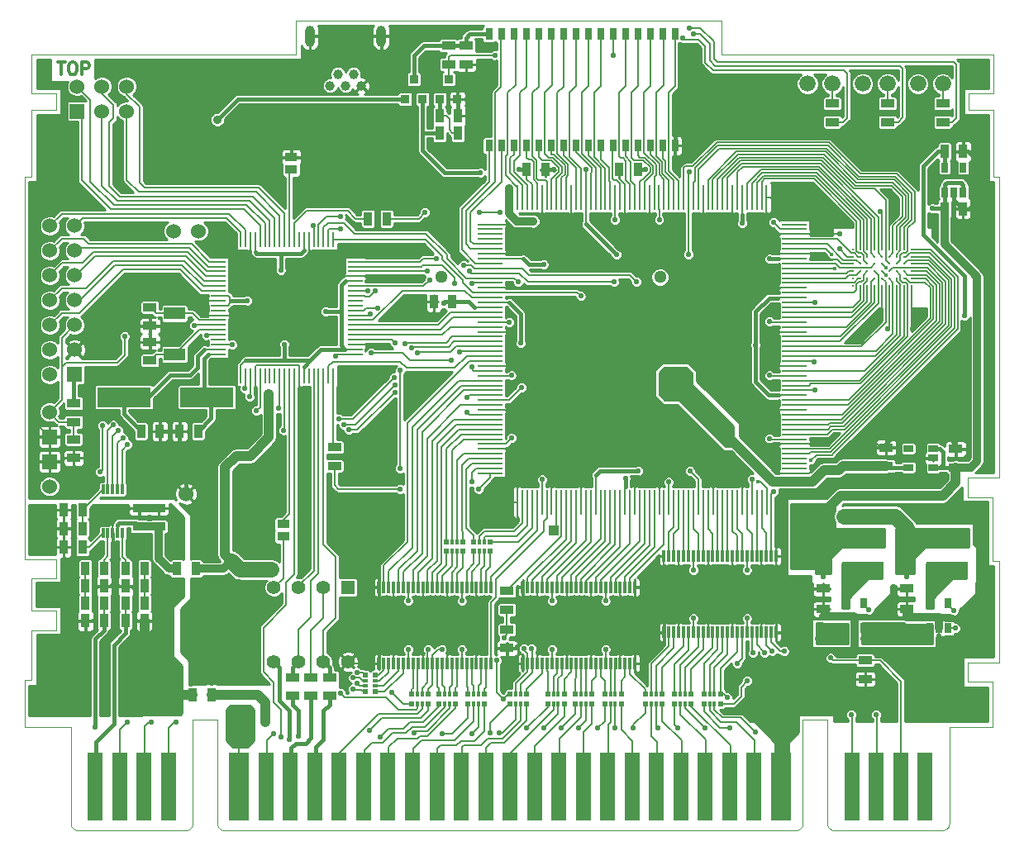
<source format=gtl>
G04 (created by PCBNEW-RS274X (2010-04-21 BZR 23xx)-stable) date mer. 22 févr. 2012 15:22:36 CET*
G01*
G70*
G90*
%MOIN*%
G04 Gerber Fmt 3.4, Leading zero omitted, Abs format*
%FSLAX34Y34*%
G04 APERTURE LIST*
%ADD10C,0.006000*%
%ADD11C,0.012000*%
%ADD12C,0.004000*%
%ADD13C,0.003900*%
%ADD14R,0.059100X0.275600*%
%ADD15R,0.078700X0.275600*%
%ADD16R,0.050000X0.038000*%
%ADD17R,0.039000X0.027200*%
%ADD18R,0.027200X0.039000*%
%ADD19R,0.060000X0.060000*%
%ADD20C,0.060000*%
%ADD21R,0.011800X0.047200*%
%ADD22R,0.059000X0.009800*%
%ADD23R,0.009800X0.059000*%
%ADD24R,0.010000X0.100000*%
%ADD25R,0.100000X0.010000*%
%ADD26R,0.036000X0.036000*%
%ADD27R,0.086600X0.051200*%
%ADD28C,0.039400*%
%ADD29O,0.039400X0.086600*%
%ADD30O,0.011400X0.011400*%
%ADD31R,0.011800X0.039300*%
%ADD32R,0.055000X0.035000*%
%ADD33R,0.035000X0.055000*%
%ADD34R,0.039400X0.039400*%
%ADD35R,0.055000X0.055000*%
%ADD36C,0.055000*%
%ADD37R,0.216600X0.078700*%
%ADD38R,0.029500X0.049900*%
%ADD39R,0.019700X0.011800*%
%ADD40R,0.019700X0.019700*%
%ADD41R,0.011800X0.019700*%
%ADD42R,0.165400X0.059100*%
%ADD43C,0.066000*%
%ADD44C,0.051200*%
%ADD45C,0.021800*%
%ADD46C,0.035000*%
%ADD47C,0.015700*%
%ADD48C,0.064000*%
%ADD49C,0.008000*%
%ADD50C,0.016000*%
%ADD51C,0.040000*%
%ADD52C,0.032000*%
%ADD53C,0.005900*%
%ADD54C,0.010000*%
G04 APERTURE END LIST*
G54D10*
G54D11*
X38844Y-23383D02*
X39129Y-23383D01*
X38986Y-23883D02*
X38986Y-23383D01*
X39391Y-23383D02*
X39487Y-23383D01*
X39534Y-23407D01*
X39582Y-23455D01*
X39606Y-23550D01*
X39606Y-23717D01*
X39582Y-23812D01*
X39534Y-23860D01*
X39487Y-23883D01*
X39391Y-23883D01*
X39344Y-23860D01*
X39296Y-23812D01*
X39272Y-23717D01*
X39272Y-23550D01*
X39296Y-23455D01*
X39344Y-23407D01*
X39391Y-23383D01*
X39820Y-23883D02*
X39820Y-23383D01*
X40011Y-23383D01*
X40058Y-23407D01*
X40082Y-23431D01*
X40106Y-23479D01*
X40106Y-23550D01*
X40082Y-23598D01*
X40058Y-23621D01*
X40011Y-23645D01*
X39820Y-23645D01*
G54D12*
X37510Y-27993D02*
X37786Y-27993D01*
X38770Y-43426D02*
X37510Y-43426D01*
X37510Y-48308D02*
X37786Y-48308D01*
X39360Y-50197D02*
X37510Y-50197D01*
X37510Y-43426D02*
X37510Y-27993D01*
X37510Y-50197D02*
X37510Y-48308D01*
X76801Y-40099D02*
X76801Y-40158D01*
X76801Y-40158D02*
X75542Y-40158D01*
X75542Y-40158D02*
X75542Y-40217D01*
X76801Y-40158D02*
X76801Y-27993D01*
X76801Y-27993D02*
X76565Y-27993D01*
X76565Y-27993D02*
X76565Y-27914D01*
X76723Y-43504D02*
X76801Y-43504D01*
X76801Y-43504D02*
X76801Y-43583D01*
X76801Y-43504D02*
X76526Y-43504D01*
X75542Y-47599D02*
X76801Y-47599D01*
X76801Y-47599D02*
X76801Y-43514D01*
X76797Y-47597D02*
X76802Y-47597D01*
G54D13*
X76565Y-25315D02*
X76565Y-27993D01*
X37786Y-25315D02*
X37786Y-27993D01*
X38770Y-45512D02*
X37786Y-45512D01*
X37786Y-44213D02*
X37786Y-45512D01*
X38770Y-44213D02*
X37786Y-44213D01*
X38770Y-43426D02*
X38770Y-44213D01*
X75542Y-40945D02*
X75542Y-40158D01*
X76526Y-40945D02*
X75542Y-40945D01*
X76526Y-43504D02*
X76526Y-40945D01*
X74518Y-54371D02*
X74542Y-54369D01*
X74565Y-54366D01*
X74589Y-54361D01*
X74612Y-54354D01*
X74634Y-54345D01*
X74656Y-54334D01*
X74676Y-54321D01*
X74695Y-54306D01*
X74713Y-54290D01*
X74729Y-54272D01*
X74744Y-54253D01*
X74757Y-54232D01*
X74768Y-54211D01*
X74777Y-54189D01*
X74784Y-54166D01*
X74789Y-54142D01*
X74792Y-54119D01*
X74794Y-54095D01*
X69872Y-54095D02*
X69874Y-54119D01*
X69877Y-54142D01*
X69882Y-54166D01*
X69889Y-54189D01*
X69898Y-54211D01*
X69909Y-54232D01*
X69922Y-54253D01*
X69937Y-54272D01*
X69953Y-54290D01*
X69971Y-54306D01*
X69990Y-54321D01*
X70010Y-54334D01*
X70032Y-54345D01*
X70054Y-54354D01*
X70077Y-54361D01*
X70101Y-54366D01*
X70124Y-54369D01*
X70148Y-54371D01*
X68612Y-54371D02*
X68636Y-54369D01*
X68659Y-54366D01*
X68683Y-54361D01*
X68706Y-54354D01*
X68728Y-54345D01*
X68750Y-54334D01*
X68770Y-54321D01*
X68789Y-54306D01*
X68807Y-54290D01*
X68823Y-54272D01*
X68838Y-54253D01*
X68851Y-54232D01*
X68862Y-54211D01*
X68871Y-54189D01*
X68878Y-54166D01*
X68883Y-54142D01*
X68886Y-54119D01*
X68888Y-54095D01*
X45266Y-54095D02*
X45268Y-54119D01*
X45271Y-54142D01*
X45276Y-54166D01*
X45283Y-54189D01*
X45292Y-54211D01*
X45303Y-54232D01*
X45316Y-54253D01*
X45331Y-54272D01*
X45347Y-54290D01*
X45365Y-54306D01*
X45384Y-54321D01*
X45404Y-54334D01*
X45426Y-54345D01*
X45448Y-54354D01*
X45471Y-54361D01*
X45495Y-54366D01*
X45518Y-54369D01*
X45542Y-54371D01*
X44006Y-54371D02*
X44030Y-54369D01*
X44053Y-54366D01*
X44077Y-54361D01*
X44100Y-54354D01*
X44122Y-54345D01*
X44144Y-54334D01*
X44164Y-54321D01*
X44183Y-54306D01*
X44201Y-54290D01*
X44217Y-54272D01*
X44232Y-54253D01*
X44245Y-54232D01*
X44256Y-54211D01*
X44265Y-54189D01*
X44272Y-54166D01*
X44277Y-54142D01*
X44280Y-54119D01*
X44282Y-54095D01*
X39360Y-54095D02*
X39362Y-54119D01*
X39365Y-54142D01*
X39370Y-54166D01*
X39377Y-54189D01*
X39386Y-54211D01*
X39397Y-54232D01*
X39410Y-54253D01*
X39425Y-54272D01*
X39441Y-54290D01*
X39459Y-54306D01*
X39478Y-54321D01*
X39498Y-54334D01*
X39520Y-54345D01*
X39542Y-54354D01*
X39565Y-54361D01*
X39589Y-54366D01*
X39612Y-54369D01*
X39636Y-54371D01*
G54D12*
X48455Y-23071D02*
X37786Y-23071D01*
X65601Y-21693D02*
X48455Y-21693D01*
X76565Y-23071D02*
X65601Y-23071D01*
X48455Y-23071D02*
X48455Y-21693D01*
X65601Y-21693D02*
X65601Y-23071D01*
X76565Y-23071D02*
X76565Y-24646D01*
X76565Y-24646D02*
X75581Y-24646D01*
X75581Y-24646D02*
X75581Y-25315D01*
X75581Y-25315D02*
X76565Y-25315D01*
X75542Y-47599D02*
X75542Y-48386D01*
X75542Y-48386D02*
X76526Y-48386D01*
X76526Y-48386D02*
X76526Y-50197D01*
X76526Y-50197D02*
X74794Y-50197D01*
X74794Y-50197D02*
X74794Y-50237D01*
X37786Y-25315D02*
X38770Y-25315D01*
X38770Y-25315D02*
X38770Y-24646D01*
X38770Y-24646D02*
X37786Y-24646D01*
X37786Y-24646D02*
X37786Y-23071D01*
X39360Y-54095D02*
X39360Y-50237D01*
X39360Y-50237D02*
X39360Y-50197D01*
X37786Y-48308D02*
X37786Y-46300D01*
X37786Y-46300D02*
X38770Y-46300D01*
X38770Y-46300D02*
X38770Y-45512D01*
X44006Y-54371D02*
X39636Y-54371D01*
X45266Y-54095D02*
X45266Y-49922D01*
X45266Y-49922D02*
X44282Y-49922D01*
X44282Y-49922D02*
X44282Y-54095D01*
X74794Y-54095D02*
X74794Y-50237D01*
X70148Y-54371D02*
X74518Y-54371D01*
X68888Y-54095D02*
X68888Y-49922D01*
X68888Y-49922D02*
X69872Y-49922D01*
X69872Y-49922D02*
X69872Y-54095D01*
X68612Y-54371D02*
X45542Y-54371D01*
G54D14*
X73809Y-52599D03*
X72825Y-52599D03*
X71841Y-52599D03*
X70857Y-52599D03*
G54D15*
X68002Y-52599D03*
G54D14*
X66920Y-52599D03*
X65935Y-52599D03*
X64951Y-52599D03*
X63967Y-52599D03*
X62983Y-52599D03*
X61998Y-52599D03*
X61014Y-52599D03*
X60030Y-52599D03*
X59046Y-52599D03*
X58061Y-52599D03*
X57077Y-52599D03*
X56093Y-52599D03*
X55108Y-52599D03*
X54124Y-52599D03*
X53140Y-52599D03*
X52156Y-52599D03*
X51171Y-52599D03*
X50187Y-52599D03*
X49203Y-52599D03*
X48219Y-52599D03*
X47234Y-52599D03*
G54D15*
X46152Y-52599D03*
G54D14*
X43297Y-52599D03*
X42313Y-52599D03*
X41329Y-52599D03*
X40345Y-52599D03*
G54D16*
X48250Y-27225D03*
X48250Y-27725D03*
G54D17*
X74145Y-39733D03*
X74145Y-38983D03*
X73145Y-39733D03*
X74145Y-39358D03*
X73145Y-38983D03*
G54D18*
X74605Y-28635D03*
X75355Y-28635D03*
X74605Y-27635D03*
X74980Y-28635D03*
X75355Y-27635D03*
G54D19*
X39615Y-25360D03*
G54D20*
X39615Y-24360D03*
X40615Y-25360D03*
X40615Y-24360D03*
X41615Y-25360D03*
X41615Y-24360D03*
G54D21*
X51787Y-47635D03*
X51984Y-47635D03*
X52180Y-47635D03*
X52377Y-47635D03*
X52574Y-47635D03*
X52771Y-47635D03*
X52968Y-47635D03*
X53165Y-47635D03*
X53362Y-47635D03*
X53558Y-47635D03*
X53755Y-47635D03*
X53952Y-47635D03*
X54148Y-47635D03*
X54345Y-47635D03*
X54542Y-47635D03*
X54738Y-47635D03*
X54935Y-47635D03*
X55132Y-47635D03*
X55329Y-47635D03*
X55526Y-47635D03*
X55723Y-47635D03*
X55920Y-47635D03*
X56116Y-47635D03*
X56313Y-47635D03*
X56313Y-44565D03*
X56116Y-44565D03*
X55920Y-44565D03*
X55723Y-44565D03*
X55526Y-44565D03*
X55329Y-44565D03*
X55132Y-44565D03*
X54935Y-44565D03*
X54738Y-44565D03*
X54542Y-44565D03*
X54345Y-44565D03*
X54148Y-44565D03*
X53952Y-44565D03*
X53755Y-44565D03*
X53558Y-44565D03*
X53362Y-44565D03*
X53165Y-44565D03*
X52968Y-44565D03*
X52771Y-44565D03*
X52574Y-44565D03*
X52377Y-44565D03*
X52180Y-44565D03*
X51984Y-44565D03*
X51787Y-44565D03*
X63287Y-46385D03*
X63484Y-46385D03*
X63680Y-46385D03*
X63877Y-46385D03*
X64074Y-46385D03*
X64271Y-46385D03*
X64468Y-46385D03*
X64665Y-46385D03*
X64862Y-46385D03*
X65058Y-46385D03*
X65255Y-46385D03*
X65452Y-46385D03*
X65648Y-46385D03*
X65845Y-46385D03*
X66042Y-46385D03*
X66238Y-46385D03*
X66435Y-46385D03*
X66632Y-46385D03*
X66829Y-46385D03*
X67026Y-46385D03*
X67223Y-46385D03*
X67420Y-46385D03*
X67616Y-46385D03*
X67813Y-46385D03*
X67813Y-43315D03*
X67616Y-43315D03*
X67420Y-43315D03*
X67223Y-43315D03*
X67026Y-43315D03*
X66829Y-43315D03*
X66632Y-43315D03*
X66435Y-43315D03*
X66238Y-43315D03*
X66042Y-43315D03*
X65845Y-43315D03*
X65648Y-43315D03*
X65452Y-43315D03*
X65255Y-43315D03*
X65058Y-43315D03*
X64862Y-43315D03*
X64665Y-43315D03*
X64468Y-43315D03*
X64271Y-43315D03*
X64074Y-43315D03*
X63877Y-43315D03*
X63680Y-43315D03*
X63484Y-43315D03*
X63287Y-43315D03*
X57587Y-47635D03*
X57784Y-47635D03*
X57980Y-47635D03*
X58177Y-47635D03*
X58374Y-47635D03*
X58571Y-47635D03*
X58768Y-47635D03*
X58965Y-47635D03*
X59162Y-47635D03*
X59358Y-47635D03*
X59555Y-47635D03*
X59752Y-47635D03*
X59948Y-47635D03*
X60145Y-47635D03*
X60342Y-47635D03*
X60538Y-47635D03*
X60735Y-47635D03*
X60932Y-47635D03*
X61129Y-47635D03*
X61326Y-47635D03*
X61523Y-47635D03*
X61720Y-47635D03*
X61916Y-47635D03*
X62113Y-47635D03*
X62113Y-44565D03*
X61916Y-44565D03*
X61720Y-44565D03*
X61523Y-44565D03*
X61326Y-44565D03*
X61129Y-44565D03*
X60932Y-44565D03*
X60735Y-44565D03*
X60538Y-44565D03*
X60342Y-44565D03*
X60145Y-44565D03*
X59948Y-44565D03*
X59752Y-44565D03*
X59555Y-44565D03*
X59358Y-44565D03*
X59162Y-44565D03*
X58965Y-44565D03*
X58768Y-44565D03*
X58571Y-44565D03*
X58374Y-44565D03*
X58177Y-44565D03*
X57980Y-44565D03*
X57784Y-44565D03*
X57587Y-44565D03*
G54D22*
X45320Y-31430D03*
X45320Y-31627D03*
X45320Y-31824D03*
X45320Y-32021D03*
X45320Y-32218D03*
X45320Y-32415D03*
X45320Y-32612D03*
X45320Y-32808D03*
X45320Y-33005D03*
X45320Y-33202D03*
X45320Y-33398D03*
X45320Y-33595D03*
X45320Y-33792D03*
X45320Y-33988D03*
X45320Y-34185D03*
X45320Y-34382D03*
X45320Y-34579D03*
X45320Y-34776D03*
X45320Y-34973D03*
X45320Y-35170D03*
G54D23*
X46205Y-36055D03*
X46402Y-36055D03*
X46599Y-36055D03*
X46796Y-36055D03*
X46993Y-36055D03*
X47190Y-36055D03*
X47387Y-36055D03*
X47583Y-36055D03*
X47780Y-36055D03*
X47977Y-36055D03*
X48173Y-36055D03*
X48370Y-36055D03*
X48567Y-36055D03*
X48763Y-36055D03*
X48960Y-36055D03*
X49157Y-36055D03*
X49354Y-36055D03*
X49551Y-36055D03*
X49748Y-36055D03*
X49945Y-36055D03*
G54D22*
X50830Y-35170D03*
X50830Y-34973D03*
X50830Y-34776D03*
X50830Y-34579D03*
X50830Y-34382D03*
X50830Y-34185D03*
X50830Y-33988D03*
X50830Y-33792D03*
X50830Y-33595D03*
X50830Y-33398D03*
X50830Y-33202D03*
X50830Y-33005D03*
X50830Y-32808D03*
X50830Y-32612D03*
X50830Y-32415D03*
X50830Y-32218D03*
X50830Y-32021D03*
X50830Y-31824D03*
X50830Y-31627D03*
X50830Y-31430D03*
G54D23*
X49945Y-30545D03*
X49748Y-30545D03*
X49551Y-30545D03*
X49354Y-30545D03*
X49157Y-30545D03*
X48960Y-30545D03*
X48763Y-30545D03*
X48567Y-30545D03*
X48370Y-30545D03*
X48173Y-30545D03*
X47977Y-30545D03*
X47780Y-30545D03*
X47583Y-30545D03*
X47387Y-30545D03*
X47190Y-30545D03*
X46993Y-30545D03*
X46796Y-30545D03*
X46599Y-30545D03*
X46402Y-30545D03*
X46205Y-30545D03*
G54D24*
X67423Y-28850D03*
X67226Y-28850D03*
X67029Y-28850D03*
X66832Y-28850D03*
X66635Y-28850D03*
X66438Y-28850D03*
X66241Y-28850D03*
X66044Y-28850D03*
X65847Y-28850D03*
X65650Y-28850D03*
X65453Y-28850D03*
X65256Y-28850D03*
X65059Y-28850D03*
X64862Y-28850D03*
X64665Y-28850D03*
X64468Y-28850D03*
X64271Y-28850D03*
X64074Y-28850D03*
X63877Y-28850D03*
X63680Y-28850D03*
X63483Y-28850D03*
X63286Y-28850D03*
X63089Y-28850D03*
X62892Y-28850D03*
X62695Y-28850D03*
X62498Y-28850D03*
X62301Y-28850D03*
X62104Y-28850D03*
X61907Y-28850D03*
X61710Y-28850D03*
X61513Y-28850D03*
X61316Y-28850D03*
X61119Y-28850D03*
X60922Y-28850D03*
X60725Y-28850D03*
X60528Y-28850D03*
X60331Y-28850D03*
X60134Y-28850D03*
X59937Y-28850D03*
X59740Y-28850D03*
X59543Y-28850D03*
X59346Y-28850D03*
X59149Y-28850D03*
X58952Y-28850D03*
X58755Y-28850D03*
X58558Y-28850D03*
X58361Y-28850D03*
X58164Y-28850D03*
X57967Y-28850D03*
X57770Y-28850D03*
X57573Y-28850D03*
X57376Y-28850D03*
G54D25*
X56270Y-29927D03*
X56270Y-30124D03*
X56270Y-30321D03*
X56270Y-30518D03*
X56270Y-30715D03*
X56270Y-30912D03*
X56270Y-31109D03*
X56270Y-31306D03*
X56270Y-31503D03*
X56270Y-31700D03*
X56270Y-31897D03*
X56270Y-32094D03*
X56270Y-32291D03*
X56270Y-32488D03*
X56270Y-32685D03*
X56270Y-32882D03*
X56270Y-33079D03*
X56270Y-33276D03*
X56270Y-33473D03*
X56270Y-33670D03*
X56270Y-33867D03*
X56270Y-34064D03*
X56270Y-34261D03*
X56270Y-34458D03*
X56270Y-34655D03*
X56270Y-34852D03*
X56270Y-35049D03*
X56270Y-35246D03*
X56270Y-35443D03*
X56270Y-35640D03*
X56270Y-35837D03*
X56270Y-36034D03*
X56270Y-36231D03*
X56270Y-36428D03*
X56270Y-36625D03*
X56270Y-36822D03*
X56270Y-37019D03*
X56270Y-37216D03*
X56270Y-37413D03*
X56270Y-37610D03*
X56270Y-37807D03*
X56270Y-38004D03*
X56270Y-38201D03*
X56270Y-38398D03*
X56270Y-38595D03*
X56270Y-38792D03*
X56270Y-38989D03*
X56270Y-39186D03*
X56270Y-39383D03*
X56270Y-39580D03*
X56270Y-39777D03*
X56270Y-39974D03*
G54D24*
X57377Y-41130D03*
X57574Y-41130D03*
X57771Y-41130D03*
X57968Y-41130D03*
X58165Y-41130D03*
X58362Y-41130D03*
X58559Y-41130D03*
X58756Y-41130D03*
X58953Y-41130D03*
X59150Y-41130D03*
X59347Y-41130D03*
X59544Y-41130D03*
X59741Y-41130D03*
X59938Y-41130D03*
X60135Y-41130D03*
X60332Y-41130D03*
X60529Y-41130D03*
X60726Y-41130D03*
X60923Y-41130D03*
X61120Y-41130D03*
X61317Y-41130D03*
X61514Y-41130D03*
X61711Y-41130D03*
X61908Y-41130D03*
X62105Y-41130D03*
X62302Y-41130D03*
X62499Y-41130D03*
X62696Y-41130D03*
X62893Y-41130D03*
X63090Y-41130D03*
X63287Y-41130D03*
X63484Y-41130D03*
X63681Y-41130D03*
X63878Y-41130D03*
X64075Y-41130D03*
X64272Y-41130D03*
X64469Y-41130D03*
X64666Y-41130D03*
X64863Y-41130D03*
X65060Y-41130D03*
X65257Y-41130D03*
X65454Y-41130D03*
X65651Y-41130D03*
X65848Y-41130D03*
X66045Y-41130D03*
X66242Y-41130D03*
X66439Y-41130D03*
X66636Y-41130D03*
X66833Y-41130D03*
X67030Y-41130D03*
X67227Y-41130D03*
X67424Y-41130D03*
G54D25*
X68550Y-39973D03*
X68550Y-39776D03*
X68550Y-39579D03*
X68550Y-39382D03*
X68550Y-39185D03*
X68550Y-38988D03*
X68550Y-38791D03*
X68550Y-38594D03*
X68550Y-38397D03*
X68550Y-38200D03*
X68550Y-38003D03*
X68550Y-37806D03*
X68550Y-37609D03*
X68550Y-37412D03*
X68550Y-37215D03*
X68550Y-37018D03*
X68550Y-36821D03*
X68550Y-36624D03*
X68550Y-36427D03*
X68550Y-36230D03*
X68550Y-36033D03*
X68550Y-35836D03*
X68550Y-35639D03*
X68550Y-35442D03*
X68550Y-35245D03*
X68550Y-35048D03*
X68550Y-34851D03*
X68550Y-34654D03*
X68550Y-34457D03*
X68550Y-34260D03*
X68550Y-34063D03*
X68550Y-33866D03*
X68550Y-33669D03*
X68550Y-33472D03*
X68550Y-33275D03*
X68550Y-33078D03*
X68550Y-32881D03*
X68550Y-32684D03*
X68550Y-32487D03*
X68550Y-32290D03*
X68550Y-32093D03*
X68550Y-31896D03*
X68550Y-31699D03*
X68550Y-31502D03*
X68550Y-31305D03*
X68550Y-31108D03*
X68550Y-30911D03*
X68550Y-30714D03*
X68550Y-30517D03*
X68550Y-30320D03*
X68550Y-30123D03*
X68550Y-29926D03*
G54D26*
X53550Y-24875D03*
X52850Y-24875D03*
X53200Y-24075D03*
G54D27*
X43550Y-33523D03*
X43550Y-35177D03*
G54D19*
X38500Y-38500D03*
G54D20*
X38500Y-37500D03*
G54D28*
X50135Y-23864D03*
X50450Y-24336D03*
X50765Y-23864D03*
X51080Y-24336D03*
X49820Y-24336D03*
G54D29*
X49013Y-22328D03*
X51887Y-22328D03*
G54D26*
X54950Y-24875D03*
X54250Y-24875D03*
X54600Y-24075D03*
G54D19*
X38500Y-39500D03*
G54D20*
X38500Y-40500D03*
X44000Y-40800D03*
X44500Y-30200D03*
X43500Y-30200D03*
G54D30*
X73260Y-30932D03*
X72964Y-30932D03*
X72669Y-30932D03*
X72374Y-30932D03*
X72079Y-30932D03*
X71784Y-30932D03*
X71489Y-30932D03*
X71194Y-30932D03*
X70898Y-30932D03*
X73260Y-31228D03*
X72964Y-31228D03*
X72669Y-31228D03*
X72374Y-31228D03*
X72079Y-31228D03*
X71784Y-31228D03*
X71489Y-31228D03*
X71194Y-31228D03*
X70898Y-31228D03*
X73260Y-31523D03*
X72964Y-31523D03*
X72669Y-31523D03*
X72374Y-31523D03*
X72079Y-31523D03*
X71784Y-31523D03*
X71489Y-31523D03*
X71194Y-31523D03*
X70898Y-31523D03*
X73260Y-31817D03*
X72964Y-31817D03*
X72669Y-31817D03*
X72374Y-31817D03*
X72079Y-31817D03*
X71784Y-31817D03*
X71489Y-31817D03*
X71194Y-31817D03*
X70898Y-31817D03*
X73260Y-32112D03*
X72964Y-32112D03*
X72669Y-32112D03*
X72374Y-32112D03*
X72079Y-32112D03*
X71784Y-32112D03*
X71489Y-32112D03*
X71194Y-32112D03*
X70898Y-32112D03*
X73260Y-32408D03*
X72964Y-32408D03*
X72669Y-32408D03*
X72374Y-32408D03*
X72079Y-32408D03*
X71784Y-32408D03*
X71489Y-32408D03*
X71194Y-32408D03*
X70898Y-32408D03*
G54D31*
X41443Y-40615D03*
X41246Y-40615D03*
X41050Y-40615D03*
X40854Y-40615D03*
X40657Y-40615D03*
X40657Y-42385D03*
X40854Y-42385D03*
X41050Y-42385D03*
X41246Y-42385D03*
X41443Y-42385D03*
G54D19*
X39516Y-35992D03*
G54D20*
X38516Y-35992D03*
X39516Y-34992D03*
X38516Y-34992D03*
X39516Y-33992D03*
X38516Y-33992D03*
X39516Y-32992D03*
X38516Y-32992D03*
X39516Y-31992D03*
X38516Y-31992D03*
X39516Y-30992D03*
X38516Y-30992D03*
X39516Y-29992D03*
X38516Y-29992D03*
G54D32*
X49050Y-48200D03*
X49050Y-48950D03*
X42900Y-42125D03*
X42900Y-41375D03*
X70075Y-25800D03*
X70075Y-25050D03*
X39475Y-38600D03*
X39475Y-39350D03*
X39488Y-37895D03*
X39488Y-37145D03*
X73075Y-46200D03*
X73075Y-45450D03*
X69700Y-46200D03*
X69700Y-45450D03*
X73075Y-43875D03*
X73075Y-44625D03*
X69700Y-43875D03*
X69700Y-44625D03*
X72245Y-39683D03*
X72245Y-38933D03*
G54D33*
X74605Y-26985D03*
X75355Y-26985D03*
G54D32*
X75051Y-39735D03*
X75051Y-38985D03*
G54D33*
X74595Y-29295D03*
X75345Y-29295D03*
G54D32*
X55300Y-22725D03*
X55300Y-23475D03*
X42125Y-42125D03*
X42125Y-41375D03*
G54D33*
X54750Y-33050D03*
X54000Y-33050D03*
X62225Y-27725D03*
X61475Y-27725D03*
X57750Y-27725D03*
X58500Y-27725D03*
G54D32*
X42550Y-33275D03*
X42550Y-34025D03*
G54D33*
X44500Y-38275D03*
X43750Y-38275D03*
X42200Y-38275D03*
X42950Y-38275D03*
X54975Y-26250D03*
X54225Y-26250D03*
X54225Y-25550D03*
X54975Y-25550D03*
G54D32*
X54600Y-22725D03*
X54600Y-23475D03*
X74525Y-25800D03*
X74525Y-25050D03*
X72300Y-25800D03*
X72300Y-25050D03*
G54D33*
X51350Y-29700D03*
X52100Y-29700D03*
G54D32*
X50000Y-39675D03*
X50000Y-38925D03*
G54D33*
X39825Y-41450D03*
X39075Y-41450D03*
X39825Y-42200D03*
X39075Y-42200D03*
X39825Y-42950D03*
X39075Y-42950D03*
X41575Y-45925D03*
X42325Y-45925D03*
X40700Y-45225D03*
X39950Y-45225D03*
X39950Y-44525D03*
X40700Y-44525D03*
X39950Y-43825D03*
X40700Y-43825D03*
X42325Y-43825D03*
X41575Y-43825D03*
X40700Y-45925D03*
X39950Y-45925D03*
X42325Y-44525D03*
X41575Y-44525D03*
X41575Y-45225D03*
X42325Y-45225D03*
G54D32*
X42550Y-35425D03*
X42550Y-34675D03*
X56950Y-46275D03*
X56950Y-47025D03*
X56950Y-44725D03*
X56950Y-45475D03*
G54D34*
X58825Y-42275D03*
G54D16*
X47925Y-42025D03*
X47925Y-42525D03*
G54D35*
X50550Y-44575D03*
G54D36*
X49550Y-44575D03*
X48550Y-44575D03*
X47550Y-44575D03*
X47550Y-47575D03*
X48550Y-47575D03*
X49550Y-47575D03*
X50550Y-47575D03*
G54D32*
X49800Y-48200D03*
X49800Y-48950D03*
X48300Y-48950D03*
X48300Y-48200D03*
X71400Y-47525D03*
X71400Y-48275D03*
G54D37*
X41502Y-36900D03*
X44848Y-36900D03*
G54D38*
X56226Y-26749D03*
X56726Y-26749D03*
X57226Y-26749D03*
X57726Y-26749D03*
X58226Y-26749D03*
X58726Y-26749D03*
X59226Y-26749D03*
X59726Y-26749D03*
X60224Y-26749D03*
X60724Y-26749D03*
X61224Y-26749D03*
X61724Y-26749D03*
X62224Y-26749D03*
X62724Y-26749D03*
X63224Y-26749D03*
X63724Y-26749D03*
X63724Y-22251D03*
X63224Y-22251D03*
X62724Y-22251D03*
X62224Y-22251D03*
X61724Y-22251D03*
X61224Y-22251D03*
X60724Y-22251D03*
X60224Y-22251D03*
X59726Y-22251D03*
X59226Y-22251D03*
X58726Y-22251D03*
X58226Y-22251D03*
X57726Y-22251D03*
X57226Y-22251D03*
X56726Y-22251D03*
X56226Y-22251D03*
G54D39*
X51647Y-48352D03*
X51647Y-48548D03*
X51253Y-48352D03*
X51253Y-48548D03*
G54D40*
X51647Y-48115D03*
X51647Y-48785D03*
X51253Y-48785D03*
X51253Y-48115D03*
G54D41*
X53352Y-48878D03*
X53548Y-48878D03*
X53352Y-49272D03*
X53548Y-49272D03*
G54D40*
X53115Y-48878D03*
X53785Y-48878D03*
X53785Y-49272D03*
X53115Y-49272D03*
G54D41*
X57302Y-48878D03*
X57498Y-48878D03*
X57302Y-49272D03*
X57498Y-49272D03*
G54D40*
X57065Y-48878D03*
X57735Y-48878D03*
X57735Y-49272D03*
X57065Y-49272D03*
G54D41*
X58827Y-48878D03*
X59023Y-48878D03*
X58827Y-49272D03*
X59023Y-49272D03*
G54D40*
X58590Y-48878D03*
X59260Y-48878D03*
X59260Y-49272D03*
X58590Y-49272D03*
G54D41*
X59952Y-48878D03*
X60148Y-48878D03*
X59952Y-49272D03*
X60148Y-49272D03*
G54D40*
X59715Y-48878D03*
X60385Y-48878D03*
X60385Y-49272D03*
X59715Y-49272D03*
G54D41*
X61127Y-48878D03*
X61323Y-48878D03*
X61127Y-49272D03*
X61323Y-49272D03*
G54D40*
X60890Y-48878D03*
X61560Y-48878D03*
X61560Y-49272D03*
X60890Y-49272D03*
G54D41*
X62777Y-48878D03*
X62973Y-48878D03*
X62777Y-49272D03*
X62973Y-49272D03*
G54D40*
X62540Y-48878D03*
X63210Y-48878D03*
X63210Y-49272D03*
X62540Y-49272D03*
G54D41*
X63952Y-48878D03*
X64148Y-48878D03*
X63952Y-49272D03*
X64148Y-49272D03*
G54D40*
X63715Y-48878D03*
X64385Y-48878D03*
X64385Y-49272D03*
X63715Y-49272D03*
G54D41*
X65127Y-48878D03*
X65323Y-48878D03*
X65127Y-49272D03*
X65323Y-49272D03*
G54D40*
X64890Y-48878D03*
X65560Y-48878D03*
X65560Y-49272D03*
X64890Y-49272D03*
G54D41*
X54452Y-48878D03*
X54648Y-48878D03*
X54452Y-49272D03*
X54648Y-49272D03*
G54D40*
X54215Y-48878D03*
X54885Y-48878D03*
X54885Y-49272D03*
X54215Y-49272D03*
G54D41*
X55602Y-48878D03*
X55798Y-48878D03*
X55602Y-49272D03*
X55798Y-49272D03*
G54D40*
X55365Y-48878D03*
X56035Y-48878D03*
X56035Y-49272D03*
X55365Y-49272D03*
G54D41*
X55852Y-42728D03*
X56048Y-42728D03*
X55852Y-43122D03*
X56048Y-43122D03*
G54D40*
X55615Y-42728D03*
X56285Y-42728D03*
X56285Y-43122D03*
X55615Y-43122D03*
G54D41*
X54752Y-42728D03*
X54948Y-42728D03*
X54752Y-43122D03*
X54948Y-43122D03*
G54D40*
X54515Y-42728D03*
X55185Y-42728D03*
X55185Y-43122D03*
X54515Y-43122D03*
G54D33*
X44400Y-43825D03*
X43650Y-43825D03*
G54D18*
X70600Y-46225D03*
X71350Y-46225D03*
X70600Y-45225D03*
X70975Y-46225D03*
X71350Y-45225D03*
X74000Y-46225D03*
X74750Y-46225D03*
X74000Y-45225D03*
X74375Y-46225D03*
X74750Y-45225D03*
G54D42*
X74700Y-43846D03*
X74700Y-42704D03*
X71300Y-43846D03*
X71300Y-42704D03*
G54D33*
X45025Y-48900D03*
X44275Y-48900D03*
G54D43*
X69075Y-24250D03*
X70075Y-24250D03*
X73525Y-24250D03*
X74525Y-24250D03*
X71300Y-24250D03*
X72300Y-24250D03*
G54D44*
X54314Y-32049D03*
X63133Y-32049D03*
G54D45*
X69375Y-36625D03*
X55350Y-36925D03*
G54D46*
X70550Y-41700D03*
G54D45*
X69375Y-33075D03*
X54400Y-33100D03*
X73075Y-44150D03*
X74975Y-45500D03*
X75412Y-33600D03*
X72297Y-34135D03*
X57540Y-36505D03*
X62250Y-39875D03*
X66975Y-34800D03*
G54D46*
X64000Y-36125D03*
G54D45*
X57500Y-34725D03*
X64272Y-31129D03*
X62525Y-27725D03*
G54D46*
X64000Y-36625D03*
G54D45*
X64325Y-39875D03*
G54D46*
X63500Y-36125D03*
G54D45*
X64300Y-27800D03*
X61374Y-31157D03*
X60150Y-27725D03*
G54D46*
X63500Y-36625D03*
G54D45*
X69700Y-44150D03*
G54D46*
X68625Y-42050D03*
X68625Y-41525D03*
G54D45*
X71550Y-45475D03*
X66825Y-40200D03*
G54D46*
X68625Y-42575D03*
X68625Y-43100D03*
X68625Y-43625D03*
G54D45*
X55875Y-27850D03*
X57450Y-27725D03*
G54D46*
X57025Y-28475D03*
G54D45*
X67525Y-31325D03*
X66450Y-29875D03*
X67525Y-36025D03*
X67525Y-38575D03*
X63475Y-40325D03*
X57050Y-33875D03*
X72000Y-29425D03*
X61725Y-40175D03*
X57125Y-36025D03*
G54D46*
X47350Y-36775D03*
G54D45*
X67525Y-33850D03*
X64475Y-43875D03*
X66625Y-43875D03*
X60925Y-45125D03*
X58775Y-45125D03*
X49650Y-33450D03*
X55125Y-45125D03*
X52975Y-45125D03*
X58425Y-31550D03*
X74094Y-29291D03*
X46478Y-32998D03*
X47825Y-31775D03*
X61317Y-29731D03*
X47976Y-34771D03*
X58375Y-40225D03*
G54D46*
X57991Y-29803D03*
G54D45*
X63090Y-29731D03*
G54D46*
X47450Y-43850D03*
G54D45*
X57150Y-38550D03*
G54D46*
X46450Y-43850D03*
X46950Y-43850D03*
X71375Y-46650D03*
G54D45*
X75050Y-46225D03*
X66625Y-45825D03*
G54D46*
X69550Y-46650D03*
G54D45*
X73725Y-46225D03*
G54D46*
X70150Y-46650D03*
G54D45*
X64475Y-45825D03*
X58775Y-47075D03*
X52975Y-47075D03*
X55125Y-47075D03*
G54D46*
X71825Y-46650D03*
G54D45*
X60925Y-47075D03*
G54D46*
X45900Y-50650D03*
X46475Y-50650D03*
X45906Y-50197D03*
G54D45*
X44825Y-34400D03*
G54D46*
X45275Y-25700D03*
G54D45*
X61225Y-23100D03*
X56475Y-23100D03*
X41525Y-34450D03*
X44350Y-34000D03*
X56275Y-50450D03*
X66650Y-48350D03*
X70850Y-49700D03*
X56634Y-50433D03*
X57750Y-50250D03*
X58450Y-50250D03*
X65950Y-50250D03*
X66975Y-50425D03*
X59150Y-50250D03*
X59850Y-50250D03*
X60600Y-50250D03*
X61300Y-50250D03*
X62050Y-50250D03*
X63025Y-50250D03*
X63850Y-50250D03*
X64950Y-50250D03*
X51400Y-50350D03*
X47550Y-50475D03*
X55525Y-50475D03*
X54350Y-50475D03*
X53200Y-50450D03*
X51850Y-50600D03*
X52300Y-48800D03*
X50250Y-48850D03*
X43600Y-50000D03*
X50900Y-48450D03*
X42600Y-50000D03*
X50725Y-48675D03*
X50900Y-48000D03*
X41650Y-50000D03*
X50725Y-48225D03*
X71850Y-49700D03*
X70000Y-47425D03*
X68125Y-47150D03*
G54D46*
X43450Y-47700D03*
X40775Y-41375D03*
X40725Y-49550D03*
X38400Y-49550D03*
X37880Y-42540D03*
X37880Y-41780D03*
X41800Y-46800D03*
X41925Y-48900D03*
X38400Y-48800D03*
X38730Y-47585D03*
X39145Y-44700D03*
X43125Y-46900D03*
X43125Y-46025D03*
G54D45*
X40350Y-50200D03*
X52650Y-40600D03*
X55800Y-40600D03*
X48175Y-50700D03*
X47953Y-38228D03*
X41457Y-38543D03*
X41275Y-38250D03*
X50375Y-38000D03*
X53100Y-34925D03*
X52425Y-36400D03*
X50175Y-37775D03*
X52825Y-34750D03*
X52400Y-36100D03*
X41075Y-38025D03*
X53325Y-35100D03*
X41654Y-38819D03*
X52425Y-36700D03*
X50575Y-38225D03*
X51750Y-33300D03*
X55350Y-37505D03*
X55550Y-40325D03*
X52650Y-35825D03*
X52450Y-34725D03*
X52650Y-39775D03*
X48550Y-50575D03*
G54D46*
X45500Y-24000D03*
X42500Y-24000D03*
X56900Y-41800D03*
X55800Y-41000D03*
X52480Y-42441D03*
G54D45*
X70975Y-47150D03*
G54D46*
X53025Y-32950D03*
X65550Y-45725D03*
X68150Y-44375D03*
X68650Y-44375D03*
X61800Y-45225D03*
X59850Y-46950D03*
X59850Y-45225D03*
X47200Y-50000D03*
X62756Y-44606D03*
X62756Y-46457D03*
X54025Y-45225D03*
X47500Y-28000D03*
X68075Y-40750D03*
X72425Y-40250D03*
X61800Y-46950D03*
X69100Y-40750D03*
X73975Y-41375D03*
X71400Y-40250D03*
X75128Y-41378D03*
X76142Y-41378D03*
X73375Y-40250D03*
G54D45*
X72275Y-45775D03*
G54D46*
X70275Y-40400D03*
X73125Y-41375D03*
G54D45*
X74125Y-45775D03*
X72525Y-44550D03*
G54D46*
X46400Y-45600D03*
G54D45*
X70050Y-45750D03*
G54D46*
X74375Y-40250D03*
G54D45*
X75475Y-45400D03*
X73775Y-45775D03*
X72525Y-44850D03*
X72825Y-45050D03*
X73425Y-45775D03*
X72525Y-45500D03*
X72650Y-45775D03*
X73075Y-45775D03*
X73275Y-45050D03*
X74375Y-46550D03*
X74900Y-45775D03*
X74550Y-45775D03*
X75725Y-45150D03*
G54D46*
X65550Y-44250D03*
X55800Y-42100D03*
G54D45*
X75225Y-45650D03*
X70400Y-45750D03*
X71575Y-45775D03*
X71925Y-45775D03*
X69700Y-45750D03*
X70750Y-45750D03*
X72525Y-45150D03*
X76398Y-39508D03*
X76398Y-37992D03*
X75315Y-37992D03*
X75315Y-36496D03*
X75000Y-35000D03*
X76398Y-36496D03*
X76417Y-35000D03*
X71225Y-45775D03*
G54D46*
X76100Y-25800D03*
X76142Y-44449D03*
X76100Y-26975D03*
X45000Y-28000D03*
X45200Y-31025D03*
X68400Y-26100D03*
X38750Y-25725D03*
X38350Y-26600D03*
X38350Y-27950D03*
X45700Y-47650D03*
X37854Y-29291D03*
X37953Y-32500D03*
X37972Y-35492D03*
X44800Y-45600D03*
X44000Y-45600D03*
X45575Y-45600D03*
X37953Y-31516D03*
X44000Y-46900D03*
X37972Y-36713D03*
X44800Y-44350D03*
X47225Y-45600D03*
X45725Y-44350D03*
X46600Y-47650D03*
X65175Y-25900D03*
X37972Y-33524D03*
X68150Y-45400D03*
X71890Y-47874D03*
X53225Y-33650D03*
X45850Y-30425D03*
X45200Y-30175D03*
X65550Y-36950D03*
X52200Y-33650D03*
X69075Y-49350D03*
X69075Y-48825D03*
X72126Y-48307D03*
X68150Y-45925D03*
X68150Y-44875D03*
X67500Y-48825D03*
X68550Y-49350D03*
X68650Y-44875D03*
X67500Y-49350D03*
X64475Y-38100D03*
X57800Y-45225D03*
X55825Y-45225D03*
X51787Y-45225D03*
X51787Y-46925D03*
X68550Y-48825D03*
X67775Y-39700D03*
X76413Y-33535D03*
X76417Y-30492D03*
X76417Y-29705D03*
X76417Y-32008D03*
X41289Y-28002D03*
X76398Y-28425D03*
X44000Y-25500D03*
X41112Y-24705D03*
X40125Y-37125D03*
X72000Y-38000D03*
X73500Y-36500D03*
X76299Y-45512D03*
X68025Y-49850D03*
G54D45*
X56825Y-48650D03*
G54D46*
X71400Y-27400D03*
X46600Y-44500D03*
X73400Y-28000D03*
X70050Y-26350D03*
G54D45*
X58825Y-27725D03*
X69150Y-29025D03*
G54D46*
X67840Y-24140D03*
X63775Y-25825D03*
X54125Y-23975D03*
X55900Y-22775D03*
X64200Y-27300D03*
G54D45*
X64700Y-24500D03*
X62525Y-48325D03*
G54D46*
X55500Y-24000D03*
X49000Y-24000D03*
X49000Y-28000D03*
X49000Y-25500D03*
X47500Y-25500D03*
X46000Y-27000D03*
X51450Y-25500D03*
X53000Y-28000D03*
X54100Y-26925D03*
X55500Y-27500D03*
X55500Y-28500D03*
G54D45*
X67475Y-35600D03*
X58306Y-38605D03*
G54D46*
X63500Y-39400D03*
X63500Y-37500D03*
X64500Y-39400D03*
X66600Y-31600D03*
X67300Y-30825D03*
X51450Y-28000D03*
X65825Y-40325D03*
X65500Y-35500D03*
G54D45*
X67475Y-34225D03*
G54D46*
X62225Y-40225D03*
X42450Y-36200D03*
X65500Y-34000D03*
X48750Y-43200D03*
G54D45*
X52300Y-35775D03*
G54D46*
X68025Y-49350D03*
X50000Y-31325D03*
X52300Y-38700D03*
X76299Y-47004D03*
G54D45*
X57375Y-46975D03*
G54D46*
X50700Y-38700D03*
X52300Y-37400D03*
X50300Y-40200D03*
X53000Y-37100D03*
X75000Y-49000D03*
X50700Y-35775D03*
X50700Y-37400D03*
X51300Y-44600D03*
X57700Y-31000D03*
X52500Y-41000D03*
X50000Y-42875D03*
X46400Y-43200D03*
X50000Y-41000D03*
G54D45*
X57062Y-35640D03*
X52150Y-34800D03*
G54D46*
X72125Y-48800D03*
X66500Y-38400D03*
G54D45*
X57047Y-34843D03*
G54D46*
X58000Y-36000D03*
X68025Y-48825D03*
X44800Y-43200D03*
G54D45*
X57950Y-32475D03*
G54D46*
X52900Y-30875D03*
X61125Y-31525D03*
G54D45*
X58031Y-31260D03*
X60324Y-30604D03*
G54D46*
X44800Y-47650D03*
X66800Y-24140D03*
X52244Y-32126D03*
G54D45*
X70157Y-38465D03*
G54D46*
X66800Y-26100D03*
X60000Y-36000D03*
X62000Y-37000D03*
X62000Y-36000D03*
X65300Y-24140D03*
X64000Y-34000D03*
X64000Y-32000D03*
X47600Y-43200D03*
G54D45*
X64863Y-31126D03*
G54D46*
X68650Y-45400D03*
X48775Y-36775D03*
X65500Y-31550D03*
X48900Y-34700D03*
X60000Y-37000D03*
X52244Y-31024D03*
X68650Y-45925D03*
G54D45*
X74075Y-29902D03*
G54D46*
X48900Y-32500D03*
X42800Y-30300D03*
X39500Y-27000D03*
X75100Y-30500D03*
X44000Y-28000D03*
X42500Y-27000D03*
X40200Y-30300D03*
X58000Y-39800D03*
G54D45*
X71741Y-38647D03*
X70375Y-30325D03*
G54D46*
X40100Y-35000D03*
X47700Y-41300D03*
X47700Y-39200D03*
X46400Y-41300D03*
X46400Y-39900D03*
X47000Y-35000D03*
X47000Y-32500D03*
X57300Y-39100D03*
X54000Y-36200D03*
G54D45*
X57586Y-45603D03*
G54D46*
X41600Y-32100D03*
G54D45*
X70375Y-30924D03*
X44600Y-34675D03*
G54D46*
X52500Y-40200D03*
X43000Y-32100D03*
G54D45*
X46970Y-34380D03*
X71604Y-34141D03*
X49225Y-33025D03*
X72579Y-29062D03*
X73320Y-34140D03*
X61708Y-30510D03*
X47295Y-32174D03*
X66169Y-32487D03*
X66148Y-30954D03*
X63278Y-39109D03*
G54D46*
X55825Y-46100D03*
X52450Y-46100D03*
X57800Y-46100D03*
G54D45*
X59939Y-38682D03*
X45250Y-35575D03*
X51450Y-33550D03*
X55525Y-35675D03*
X51475Y-35100D03*
X54700Y-35400D03*
X57650Y-47050D03*
X53775Y-47075D03*
X56825Y-46600D03*
X57950Y-47050D03*
X54325Y-47075D03*
X56550Y-47525D03*
X56800Y-49075D03*
X66225Y-47650D03*
X66875Y-47225D03*
X67350Y-47200D03*
X67650Y-47150D03*
X65850Y-49025D03*
X51325Y-32625D03*
X64300Y-22000D03*
X50225Y-29625D03*
X46380Y-36550D03*
X46850Y-37450D03*
X40551Y-39921D03*
X40630Y-38031D03*
X46560Y-36880D03*
X50225Y-30100D03*
X64475Y-22250D03*
X51625Y-32625D03*
X64050Y-22400D03*
X47750Y-37350D03*
X45860Y-34780D03*
X50025Y-35250D03*
X67700Y-29850D03*
X56675Y-29450D03*
X53650Y-29450D03*
X55850Y-29450D03*
G54D47*
X69213Y-39449D03*
X67075Y-40325D03*
X70182Y-31714D03*
X72224Y-31963D03*
X70039Y-31134D03*
X72224Y-31668D03*
G54D45*
X57400Y-32250D03*
X59925Y-32825D03*
X54100Y-31300D03*
X55551Y-32323D03*
X54850Y-32325D03*
X55039Y-35079D03*
X53725Y-31800D03*
X55200Y-31575D03*
X62175Y-32250D03*
X61275Y-32250D03*
X55425Y-31825D03*
X53825Y-32175D03*
X47825Y-50600D03*
X69331Y-35472D03*
X67717Y-40709D03*
X49125Y-29975D03*
G54D48*
X70550Y-41700D02*
X72600Y-41700D01*
G54D49*
X73075Y-43875D02*
X73075Y-44150D01*
X69374Y-36624D02*
X69375Y-36625D01*
X55631Y-33276D02*
X56270Y-33276D01*
G54D50*
X54750Y-33050D02*
X54450Y-33050D01*
G54D49*
X69372Y-33078D02*
X69375Y-33075D01*
X68550Y-33078D02*
X69372Y-33078D01*
G54D48*
X73075Y-42975D02*
X73075Y-42175D01*
G54D50*
X55405Y-33050D02*
X55631Y-33276D01*
G54D49*
X74975Y-45500D02*
X74750Y-45275D01*
G54D10*
X73346Y-42704D02*
X74700Y-42704D01*
X73075Y-43875D02*
X73075Y-42975D01*
G54D50*
X54450Y-33050D02*
X54400Y-33100D01*
G54D49*
X74750Y-45275D02*
X74750Y-45225D01*
G54D10*
X73075Y-42975D02*
X73346Y-42704D01*
G54D49*
X55453Y-36822D02*
X55350Y-36925D01*
X56270Y-36822D02*
X55453Y-36822D01*
G54D48*
X72600Y-41700D02*
X73075Y-42175D01*
G54D50*
X54750Y-33050D02*
X55405Y-33050D01*
G54D49*
X68550Y-36624D02*
X69374Y-36624D01*
G54D50*
X75412Y-32018D02*
X75412Y-33600D01*
G54D49*
X72374Y-32408D02*
X72374Y-34058D01*
G54D50*
X73730Y-27582D02*
X73730Y-30336D01*
X74605Y-27635D02*
X74605Y-26985D01*
X73730Y-30336D02*
X75412Y-32018D01*
G54D49*
X72374Y-34058D02*
X72297Y-34135D01*
G54D50*
X74327Y-26985D02*
X74605Y-26985D01*
X74327Y-26985D02*
X73730Y-27582D01*
X67875Y-32900D02*
X67525Y-32900D01*
G54D49*
X64666Y-40216D02*
X64325Y-39875D01*
X68550Y-32881D02*
X67894Y-32881D01*
X67894Y-32881D02*
X67875Y-32900D01*
G54D50*
X66975Y-33450D02*
X66975Y-34800D01*
G54D51*
X64000Y-36125D02*
X63500Y-36125D01*
G54D49*
X56270Y-33079D02*
X57052Y-33079D01*
G54D51*
X70325Y-39850D02*
X69725Y-39850D01*
G54D49*
X64271Y-27829D02*
X64300Y-27800D01*
X60529Y-41130D02*
X60529Y-40046D01*
X60134Y-28850D02*
X60134Y-29917D01*
G54D50*
X60134Y-29917D02*
X61374Y-31157D01*
G54D49*
X57538Y-36505D02*
X57540Y-36505D01*
G54D51*
X67675Y-40300D02*
X64000Y-36625D01*
G54D49*
X57024Y-37019D02*
X57538Y-36505D01*
X64666Y-41130D02*
X64666Y-40216D01*
X68550Y-36821D02*
X67904Y-36821D01*
G54D50*
X60700Y-39875D02*
X62250Y-39875D01*
G54D51*
X70492Y-39683D02*
X72245Y-39683D01*
G54D50*
X66975Y-36275D02*
X66975Y-34800D01*
X67904Y-36821D02*
X67521Y-36821D01*
X67525Y-32900D02*
X66975Y-33450D01*
X57500Y-33527D02*
X57500Y-34685D01*
G54D49*
X57500Y-34685D02*
X57500Y-34725D01*
G54D51*
X69725Y-39850D02*
X69275Y-40300D01*
G54D50*
X60529Y-40046D02*
X60700Y-39875D01*
G54D51*
X70492Y-39683D02*
X70325Y-39850D01*
G54D50*
X67521Y-36821D02*
X66975Y-36275D01*
G54D49*
X64271Y-31128D02*
X64272Y-31129D01*
G54D50*
X57052Y-33079D02*
X57500Y-33527D01*
G54D49*
X64271Y-28850D02*
X64271Y-27829D01*
G54D50*
X62225Y-27725D02*
X62525Y-27725D01*
G54D49*
X56270Y-37019D02*
X57024Y-37019D01*
G54D51*
X69275Y-40300D02*
X67675Y-40300D01*
G54D50*
X72295Y-39733D02*
X72245Y-39683D01*
G54D49*
X60134Y-27741D02*
X60150Y-27725D01*
X60134Y-27741D02*
X60134Y-28850D01*
X64271Y-28850D02*
X64271Y-31128D01*
G54D50*
X73145Y-39733D02*
X72295Y-39733D01*
G54D51*
X70400Y-40875D02*
X74525Y-40875D01*
G54D49*
X69700Y-42325D02*
X69700Y-42950D01*
G54D51*
X70400Y-40875D02*
X69700Y-41575D01*
G54D49*
X68950Y-43625D02*
X69700Y-42875D01*
G54D51*
X74525Y-40875D02*
X75051Y-40349D01*
X75051Y-39735D02*
X75051Y-40349D01*
G54D49*
X71550Y-45475D02*
X71350Y-45275D01*
X71350Y-45225D02*
X71350Y-45275D01*
X66632Y-43315D02*
X66632Y-43793D01*
G54D51*
X69700Y-42950D02*
X69700Y-42875D01*
X69700Y-42875D02*
X69700Y-42850D01*
G54D10*
X68625Y-42575D02*
X68625Y-42050D01*
G54D49*
X68625Y-43625D02*
X68950Y-43625D01*
G54D10*
X68625Y-43625D02*
X68625Y-43100D01*
X69700Y-43875D02*
X69700Y-42950D01*
G54D49*
X69700Y-44150D02*
X69700Y-43875D01*
G54D51*
X69700Y-41575D02*
X69700Y-42325D01*
G54D10*
X69946Y-42704D02*
X71300Y-42704D01*
G54D52*
X45506Y-43825D02*
X45828Y-43503D01*
G54D50*
X54225Y-26250D02*
X53550Y-26250D01*
X54450Y-27850D02*
X53550Y-26950D01*
X53550Y-24875D02*
X53550Y-26250D01*
X54450Y-27850D02*
X55875Y-27850D01*
X53550Y-26950D02*
X53550Y-26250D01*
G54D52*
X44400Y-43825D02*
X45506Y-43825D01*
G54D49*
X57967Y-28850D02*
X57967Y-28317D01*
X57750Y-28100D02*
X57750Y-27725D01*
X57967Y-28317D02*
X57750Y-28100D01*
G54D52*
X57353Y-29803D02*
X57025Y-29475D01*
X57025Y-29475D02*
X57025Y-28475D01*
X57353Y-29803D02*
X57991Y-29803D01*
G54D50*
X66438Y-29863D02*
X66450Y-29875D01*
G54D49*
X67920Y-31305D02*
X68550Y-31305D01*
X67920Y-31305D02*
X67900Y-31325D01*
G54D50*
X67900Y-31325D02*
X67525Y-31325D01*
X66438Y-29546D02*
X66438Y-29863D01*
G54D49*
X66438Y-28850D02*
X66438Y-29546D01*
G54D10*
X69700Y-42950D02*
X69946Y-42704D01*
G54D49*
X67544Y-38594D02*
X67525Y-38575D01*
X67525Y-33850D02*
X67566Y-33866D01*
X67566Y-33866D02*
X68550Y-33866D01*
X68550Y-36033D02*
X67583Y-36033D01*
X67583Y-36033D02*
X67525Y-36025D01*
X66833Y-40208D02*
X66833Y-41130D01*
X57042Y-33867D02*
X57050Y-33875D01*
G54D50*
X74145Y-39733D02*
X75049Y-39733D01*
G54D49*
X72000Y-29425D02*
X72079Y-29504D01*
X63484Y-40334D02*
X63484Y-41130D01*
X63475Y-40325D02*
X63484Y-40334D01*
X66833Y-40208D02*
X66825Y-40200D01*
G54D51*
X47350Y-36775D02*
X47350Y-38525D01*
G54D50*
X75049Y-39733D02*
X75051Y-39735D01*
G54D49*
X57042Y-33867D02*
X56270Y-33867D01*
X68550Y-38594D02*
X67544Y-38594D01*
X72079Y-29504D02*
X72079Y-30932D01*
X57116Y-36034D02*
X56270Y-36034D01*
X57116Y-36034D02*
X57125Y-36025D01*
G54D50*
X61725Y-40500D02*
X61725Y-40175D01*
G54D49*
X61711Y-40514D02*
X61711Y-41130D01*
X61711Y-40514D02*
X61725Y-40500D01*
X64468Y-43315D02*
X64468Y-43793D01*
X50830Y-34973D02*
X50423Y-34973D01*
G54D50*
X49452Y-34973D02*
X50423Y-34973D01*
X50275Y-34825D02*
X50423Y-34973D01*
X50275Y-33453D02*
X50275Y-34825D01*
X49452Y-34973D02*
X49001Y-35424D01*
G54D49*
X64468Y-43793D02*
X64475Y-43875D01*
X58768Y-44565D02*
X58768Y-45043D01*
X66632Y-43793D02*
X66625Y-43875D01*
X60932Y-44565D02*
X60932Y-45043D01*
X58768Y-45043D02*
X58775Y-45125D01*
X50275Y-33450D02*
X50275Y-33453D01*
G54D50*
X49650Y-33450D02*
X50275Y-33450D01*
G54D49*
X60932Y-45043D02*
X60925Y-45125D01*
X52968Y-45093D02*
X52975Y-45125D01*
X45775Y-33100D02*
X45775Y-33070D01*
X55132Y-45043D02*
X55125Y-45125D01*
X52968Y-44565D02*
X52968Y-45093D01*
G54D50*
X57606Y-31306D02*
X57850Y-31550D01*
X57850Y-31550D02*
X58425Y-31550D01*
G54D49*
X56270Y-31306D02*
X57606Y-31306D01*
G54D50*
X57750Y-27725D02*
X57450Y-27725D01*
X74145Y-39733D02*
X74403Y-39733D01*
X74416Y-38983D02*
X74145Y-38983D01*
G54D48*
X46450Y-43850D02*
X46950Y-43850D01*
G54D50*
X74528Y-39095D02*
X74416Y-38983D01*
X74403Y-39733D02*
X74528Y-39608D01*
G54D51*
X46025Y-39275D02*
X46600Y-39275D01*
G54D50*
X74528Y-39608D02*
X74528Y-39095D01*
G54D49*
X45775Y-33070D02*
X45840Y-33005D01*
G54D50*
X46471Y-33005D02*
X45840Y-33005D01*
X46478Y-32998D02*
X46471Y-33005D01*
X74094Y-29291D02*
X74591Y-29291D01*
X39475Y-37132D02*
X39475Y-36033D01*
G54D49*
X39488Y-37145D02*
X39475Y-37132D01*
X39475Y-36033D02*
X39516Y-35992D01*
G54D48*
X46450Y-43850D02*
X46175Y-43850D01*
G54D50*
X74591Y-29291D02*
X74595Y-29295D01*
G54D49*
X45840Y-33005D02*
X45775Y-32940D01*
G54D52*
X74595Y-29295D02*
X74595Y-30715D01*
X74595Y-30715D02*
X75918Y-32038D01*
X75918Y-32038D02*
X75918Y-39475D01*
X75918Y-39475D02*
X75658Y-39735D01*
X75658Y-39735D02*
X75051Y-39735D01*
G54D50*
X47974Y-35424D02*
X47976Y-34771D01*
X75355Y-28635D02*
X75355Y-28328D01*
X74691Y-28234D02*
X74605Y-28320D01*
X75261Y-28234D02*
X74691Y-28234D01*
X74605Y-28320D02*
X74605Y-28635D01*
X74595Y-29295D02*
X74595Y-28645D01*
X74595Y-28645D02*
X74605Y-28635D01*
G54D48*
X46950Y-43850D02*
X47450Y-43850D01*
G54D50*
X75355Y-28328D02*
X75261Y-28234D01*
G54D49*
X46205Y-36055D02*
X46205Y-35623D01*
G54D50*
X46404Y-35424D02*
X47974Y-35424D01*
X47974Y-35424D02*
X49001Y-35424D01*
G54D49*
X46205Y-35623D02*
X46404Y-35424D01*
X63089Y-28850D02*
X63090Y-29731D01*
X50830Y-32218D02*
X50432Y-32218D01*
G54D50*
X47826Y-31100D02*
X47825Y-31775D01*
G54D49*
X55132Y-44565D02*
X55132Y-45043D01*
X61316Y-29730D02*
X61317Y-29731D01*
X57967Y-29779D02*
X57991Y-29803D01*
G54D50*
X50432Y-32218D02*
X50275Y-32375D01*
G54D49*
X58362Y-40238D02*
X58375Y-40225D01*
X56270Y-38792D02*
X56908Y-38792D01*
X56908Y-38792D02*
X57150Y-38550D01*
X48763Y-36055D02*
X48763Y-35662D01*
G54D50*
X48763Y-35662D02*
X49001Y-35424D01*
G54D49*
X45698Y-33202D02*
X45320Y-33202D01*
X45775Y-32940D02*
X45775Y-33100D01*
G54D50*
X50275Y-32375D02*
X50275Y-33453D01*
G54D49*
X48763Y-30545D02*
X48763Y-30987D01*
G54D50*
X48650Y-31100D02*
X47826Y-31100D01*
X47826Y-31100D02*
X46850Y-31100D01*
X48763Y-30987D02*
X48650Y-31100D01*
G54D49*
X46796Y-30545D02*
X46796Y-31046D01*
X45320Y-32808D02*
X45708Y-32808D01*
X45708Y-32808D02*
X45775Y-32875D01*
X45775Y-32875D02*
X45775Y-32940D01*
X45775Y-33100D02*
X45775Y-33125D01*
X45775Y-33125D02*
X45698Y-33202D01*
G54D50*
X46850Y-31100D02*
X46796Y-31046D01*
G54D49*
X58362Y-41130D02*
X58362Y-40238D01*
X61316Y-28850D02*
X61316Y-29730D01*
G54D48*
X46175Y-43850D02*
X45828Y-43503D01*
G54D51*
X45575Y-39725D02*
X45575Y-43250D01*
X47350Y-38525D02*
X46600Y-39275D01*
X45575Y-43250D02*
X45828Y-43503D01*
X46025Y-39275D02*
X45575Y-39725D01*
G54D52*
X42900Y-42125D02*
X42900Y-43400D01*
X43325Y-43825D02*
X43650Y-43825D01*
G54D50*
X41975Y-41975D02*
X42125Y-42125D01*
X41246Y-42061D02*
X41246Y-42029D01*
X41246Y-42029D02*
X41300Y-41975D01*
G54D52*
X42900Y-43400D02*
X43325Y-43825D01*
G54D49*
X41246Y-42385D02*
X41246Y-42061D01*
G54D50*
X41300Y-41975D02*
X41975Y-41975D01*
G54D52*
X42125Y-42125D02*
X42900Y-42125D01*
G54D10*
X70450Y-46650D02*
X70150Y-46650D01*
X74000Y-46225D02*
X73725Y-46225D01*
G54D49*
X71325Y-46650D02*
X71350Y-46625D01*
X70600Y-46225D02*
X70600Y-46500D01*
G54D10*
X71825Y-46650D02*
X71900Y-46650D01*
G54D49*
X71325Y-46650D02*
X71375Y-46650D01*
X69725Y-46225D02*
X70600Y-46225D01*
X74000Y-46550D02*
X74000Y-46225D01*
X71900Y-46650D02*
X72975Y-46650D01*
G54D10*
X70600Y-46500D02*
X70450Y-46650D01*
G54D49*
X69700Y-46200D02*
X69725Y-46225D01*
X73900Y-46650D02*
X74000Y-46550D01*
X72975Y-46650D02*
X73900Y-46650D01*
G54D10*
X75050Y-46225D02*
X74750Y-46225D01*
G54D49*
X71375Y-46650D02*
X71900Y-46650D01*
X73075Y-46550D02*
X73075Y-46200D01*
G54D10*
X70150Y-46650D02*
X69550Y-46650D01*
G54D49*
X72975Y-46650D02*
X73075Y-46550D01*
X71350Y-46625D02*
X71350Y-46225D01*
X58768Y-47082D02*
X58775Y-47075D01*
X55132Y-47107D02*
X55125Y-47075D01*
X64468Y-45907D02*
X64475Y-45825D01*
X58768Y-47635D02*
X58768Y-47082D01*
X52968Y-47635D02*
X52968Y-47107D01*
X52968Y-47107D02*
X52975Y-47075D01*
X55132Y-47635D02*
X55132Y-47107D01*
X60932Y-47157D02*
X60925Y-47075D01*
X66632Y-45907D02*
X66625Y-45825D01*
X60932Y-47635D02*
X60932Y-47157D01*
X66632Y-46385D02*
X66632Y-45907D01*
X64468Y-46385D02*
X64468Y-45907D01*
G54D10*
X45900Y-50650D02*
X45900Y-50203D01*
X46175Y-50950D02*
X46475Y-50650D01*
X46152Y-52599D02*
X46152Y-50902D01*
X45900Y-50203D02*
X45906Y-50197D01*
G54D50*
X45275Y-25700D02*
X46100Y-24875D01*
G54D49*
X45320Y-34382D02*
X44843Y-34382D01*
G54D50*
X46100Y-24875D02*
X52850Y-24875D01*
G54D49*
X44843Y-34382D02*
X44825Y-34400D01*
X54600Y-24075D02*
X54600Y-23475D01*
X54600Y-23475D02*
X54600Y-23175D01*
X61224Y-23099D02*
X61224Y-22251D01*
X61225Y-23100D02*
X61224Y-23099D01*
X54675Y-23100D02*
X56475Y-23100D01*
X54600Y-23175D02*
X54675Y-23100D01*
G54D50*
X54600Y-22725D02*
X55300Y-22725D01*
X53600Y-22725D02*
X54600Y-22725D01*
X53200Y-23125D02*
X53600Y-22725D01*
X53200Y-24075D02*
X53200Y-23125D01*
X55449Y-22251D02*
X56226Y-22251D01*
X55300Y-22400D02*
X55449Y-22251D01*
X55300Y-22725D02*
X55300Y-22400D01*
G54D49*
X74000Y-45225D02*
X74000Y-44546D01*
X74000Y-44546D02*
X74700Y-43846D01*
X70600Y-45225D02*
X70600Y-44546D01*
X70600Y-44546D02*
X71300Y-43846D01*
X44362Y-33988D02*
X44350Y-34000D01*
X39488Y-37895D02*
X39488Y-38587D01*
X39000Y-34508D02*
X39516Y-33992D01*
X38500Y-37516D02*
X38879Y-37895D01*
X39000Y-37000D02*
X39000Y-35675D01*
X39000Y-37000D02*
X38500Y-37500D01*
X39488Y-38587D02*
X39475Y-38600D01*
X45320Y-33988D02*
X44362Y-33988D01*
X41525Y-34450D02*
X41525Y-35200D01*
X41525Y-35200D02*
X41225Y-35500D01*
X41225Y-35500D02*
X39175Y-35500D01*
X39000Y-35675D02*
X39000Y-34508D01*
X38500Y-37500D02*
X38500Y-37516D01*
X39175Y-35500D02*
X39000Y-35675D01*
X38879Y-37895D02*
X39488Y-37895D01*
X57044Y-49272D02*
X56275Y-50041D01*
X57065Y-49272D02*
X57044Y-49272D01*
X56275Y-50041D02*
X56275Y-50450D01*
X65560Y-49272D02*
X66103Y-49272D01*
X66400Y-48975D02*
X66103Y-49272D01*
X66650Y-48350D02*
X66400Y-48600D01*
X66400Y-48600D02*
X66400Y-48975D01*
X70880Y-49730D02*
X70880Y-52597D01*
X70857Y-52599D02*
X70880Y-52597D01*
X70880Y-49730D02*
X70850Y-49700D01*
G54D10*
X57302Y-49547D02*
X57302Y-49920D01*
X56789Y-50433D02*
X56634Y-50433D01*
X57302Y-49920D02*
X56789Y-50433D01*
G54D49*
X57302Y-49547D02*
X57302Y-49272D01*
X57302Y-49548D02*
X57302Y-49547D01*
X57498Y-49952D02*
X57498Y-49272D01*
X57498Y-49952D02*
X56775Y-50675D01*
X56175Y-50675D02*
X55900Y-50950D01*
X55131Y-52597D02*
X55131Y-51019D01*
X55131Y-52597D02*
X55108Y-52599D01*
X55131Y-51019D02*
X55200Y-50950D01*
X56775Y-50675D02*
X56175Y-50675D01*
X55200Y-50950D02*
X55900Y-50950D01*
X50210Y-51240D02*
X50210Y-52597D01*
X50187Y-52599D02*
X50210Y-52597D01*
X53350Y-49675D02*
X51775Y-49675D01*
X53548Y-49272D02*
X53548Y-49477D01*
X53548Y-49477D02*
X53350Y-49675D01*
X51775Y-49675D02*
X50210Y-51240D01*
X58590Y-49410D02*
X58590Y-49272D01*
X58590Y-49410D02*
X57750Y-50250D01*
X59023Y-49272D02*
X59023Y-49677D01*
X59023Y-49677D02*
X58450Y-50250D01*
X65550Y-50250D02*
X64890Y-49590D01*
X65950Y-50250D02*
X65550Y-50250D01*
X64890Y-49272D02*
X64890Y-49590D01*
X65323Y-49498D02*
X65323Y-49272D01*
X66375Y-49825D02*
X66975Y-50425D01*
X65323Y-49498D02*
X65650Y-49825D01*
X65650Y-49825D02*
X66375Y-49825D01*
X65127Y-49272D02*
X65127Y-49552D01*
X66200Y-50000D02*
X65575Y-50000D01*
X66943Y-50743D02*
X66943Y-52597D01*
X66920Y-52599D02*
X66943Y-52597D01*
X66943Y-50743D02*
X66200Y-50000D01*
X65127Y-49552D02*
X65575Y-50000D01*
X64385Y-49272D02*
X64385Y-49360D01*
X65958Y-50933D02*
X65958Y-52597D01*
X65935Y-52599D02*
X65958Y-52597D01*
X64385Y-49360D02*
X65958Y-50933D01*
X63952Y-49702D02*
X64974Y-50724D01*
X63952Y-49272D02*
X63952Y-49702D01*
X64951Y-52599D02*
X64974Y-52597D01*
X64974Y-50724D02*
X64974Y-52597D01*
X63990Y-50740D02*
X63990Y-52597D01*
X63967Y-52599D02*
X63990Y-52597D01*
X63210Y-49272D02*
X63210Y-49960D01*
X63990Y-50740D02*
X63210Y-49960D01*
X62777Y-49272D02*
X62777Y-50577D01*
X63006Y-50806D02*
X62777Y-50577D01*
X63006Y-50806D02*
X63006Y-52597D01*
X62983Y-52599D02*
X63006Y-52597D01*
X61560Y-49272D02*
X61560Y-50310D01*
X61560Y-50310D02*
X62021Y-50771D01*
X62021Y-50771D02*
X62021Y-52597D01*
X61998Y-52599D02*
X62021Y-52597D01*
X61127Y-49272D02*
X61127Y-50023D01*
X61127Y-50023D02*
X61037Y-50113D01*
X61037Y-50113D02*
X61037Y-52597D01*
X61014Y-52599D02*
X61037Y-52597D01*
X60385Y-49272D02*
X60385Y-50065D01*
X60385Y-50065D02*
X60053Y-50397D01*
X60053Y-50397D02*
X60053Y-52597D01*
X60030Y-52599D02*
X60053Y-52597D01*
X59715Y-49685D02*
X59150Y-50250D01*
X59715Y-49272D02*
X59715Y-49685D01*
X59952Y-49798D02*
X59069Y-50681D01*
X59952Y-49272D02*
X59952Y-49798D01*
X59046Y-52599D02*
X59069Y-52597D01*
X59069Y-50681D02*
X59069Y-52597D01*
X59260Y-49790D02*
X58084Y-50966D01*
X59260Y-49272D02*
X59260Y-49790D01*
X58084Y-50966D02*
X58084Y-52597D01*
X58061Y-52599D02*
X58084Y-52597D01*
X58827Y-49272D02*
X58827Y-49523D01*
X57100Y-51250D02*
X58827Y-49523D01*
X57100Y-51250D02*
X57100Y-52597D01*
X57077Y-52599D02*
X57100Y-52597D01*
X56116Y-52597D02*
X56116Y-51034D01*
X57735Y-49940D02*
X56825Y-50850D01*
X56300Y-50850D02*
X56825Y-50850D01*
X56116Y-51034D02*
X56300Y-50850D01*
X57735Y-49940D02*
X57735Y-49272D01*
X56116Y-52597D02*
X56093Y-52599D01*
X60148Y-49272D02*
X60148Y-49952D01*
X60148Y-49952D02*
X59850Y-50250D01*
X60890Y-49272D02*
X60890Y-49960D01*
X60890Y-49960D02*
X60600Y-50250D01*
X61323Y-50227D02*
X61300Y-50250D01*
X61323Y-49272D02*
X61323Y-50227D01*
X62050Y-50125D02*
X62540Y-49635D01*
X62540Y-49272D02*
X62540Y-49635D01*
X62050Y-50250D02*
X62050Y-50125D01*
X62973Y-49272D02*
X62973Y-50198D01*
X62973Y-50198D02*
X63025Y-50250D01*
X63715Y-49272D02*
X63715Y-50115D01*
X63850Y-50250D02*
X63715Y-50115D01*
X64950Y-50250D02*
X64148Y-49448D01*
X64148Y-49272D02*
X64148Y-49448D01*
X47550Y-50475D02*
X47525Y-50475D01*
X53475Y-49850D02*
X53785Y-49540D01*
X53475Y-49850D02*
X51900Y-49850D01*
X53785Y-49272D02*
X53785Y-49540D01*
X51900Y-49850D02*
X51400Y-50350D01*
X47234Y-52599D02*
X47257Y-52597D01*
X47257Y-50743D02*
X47257Y-52597D01*
X47525Y-50475D02*
X47257Y-50743D01*
X55798Y-49272D02*
X55798Y-50202D01*
X55798Y-50202D02*
X55525Y-50475D01*
X55365Y-49835D02*
X54725Y-50475D01*
X55365Y-49835D02*
X55365Y-49272D01*
X54725Y-50475D02*
X54350Y-50475D01*
X54648Y-49272D02*
X54648Y-49451D01*
X53724Y-50375D02*
X53275Y-50375D01*
X54648Y-49451D02*
X53724Y-50375D01*
X53275Y-50375D02*
X53200Y-50450D01*
X53025Y-50025D02*
X52775Y-50275D01*
X54215Y-49272D02*
X54215Y-49385D01*
X51850Y-50600D02*
X52175Y-50275D01*
X53575Y-50025D02*
X53025Y-50025D01*
X54215Y-49385D02*
X53575Y-50025D01*
X52175Y-50275D02*
X52775Y-50275D01*
X55091Y-50775D02*
X55625Y-50775D01*
X54286Y-50950D02*
X54916Y-50950D01*
X54147Y-51089D02*
X54286Y-50950D01*
X54916Y-50950D02*
X55091Y-50775D01*
X54147Y-52597D02*
X54147Y-51089D01*
X54147Y-52597D02*
X54124Y-52599D01*
X56035Y-50365D02*
X56035Y-49272D01*
X56035Y-50365D02*
X55625Y-50775D01*
X55602Y-49272D02*
X55602Y-49975D01*
X55602Y-49975D02*
X54829Y-50748D01*
X54829Y-50748D02*
X53502Y-50748D01*
X53163Y-51087D02*
X53163Y-52597D01*
X53140Y-52599D02*
X53163Y-52597D01*
X53163Y-51087D02*
X53502Y-50748D01*
X54885Y-49272D02*
X54885Y-49440D01*
X54885Y-49440D02*
X53750Y-50575D01*
X53750Y-50575D02*
X53450Y-50575D01*
X53450Y-50575D02*
X53356Y-50669D01*
X53356Y-50669D02*
X52531Y-50669D01*
X52179Y-51021D02*
X52179Y-52597D01*
X52156Y-52599D02*
X52179Y-52597D01*
X52179Y-51021D02*
X52531Y-50669D01*
X54452Y-49272D02*
X54452Y-49398D01*
X51950Y-50850D02*
X52350Y-50450D01*
X51500Y-50850D02*
X51950Y-50850D01*
X52875Y-50450D02*
X52350Y-50450D01*
X53650Y-50200D02*
X53125Y-50200D01*
X54452Y-49398D02*
X53650Y-50200D01*
X51171Y-52599D02*
X51194Y-52597D01*
X53125Y-50200D02*
X52875Y-50450D01*
X51194Y-51156D02*
X51194Y-52597D01*
X51194Y-51156D02*
X51500Y-50850D01*
X52300Y-48800D02*
X52772Y-49272D01*
X53115Y-49272D02*
X52772Y-49272D01*
X50400Y-49000D02*
X50250Y-48850D01*
X52075Y-49000D02*
X50400Y-49000D01*
X43320Y-50230D02*
X43550Y-50000D01*
X53352Y-49448D02*
X53300Y-49500D01*
X53300Y-49500D02*
X52575Y-49500D01*
X52575Y-49500D02*
X52075Y-49000D01*
X53352Y-49272D02*
X53352Y-49448D01*
X43550Y-50000D02*
X43600Y-50000D01*
X43320Y-50230D02*
X43320Y-52597D01*
X43297Y-52599D02*
X43320Y-52597D01*
X50900Y-48450D02*
X50998Y-48548D01*
X50998Y-48548D02*
X51253Y-48548D01*
X51075Y-48700D02*
X51160Y-48785D01*
X42336Y-52597D02*
X42336Y-50164D01*
X50725Y-48675D02*
X50750Y-48700D01*
X42336Y-52597D02*
X42313Y-52599D01*
X42500Y-50000D02*
X42600Y-50000D01*
X51160Y-48785D02*
X51253Y-48785D01*
X42336Y-50164D02*
X42500Y-50000D01*
X50750Y-48700D02*
X51075Y-48700D01*
X50900Y-48000D02*
X51138Y-48000D01*
X51138Y-48000D02*
X51253Y-48115D01*
X50725Y-48225D02*
X51000Y-48225D01*
X51127Y-48352D02*
X51253Y-48352D01*
X41352Y-50298D02*
X41650Y-50000D01*
X51000Y-48225D02*
X51127Y-48352D01*
X41352Y-52597D02*
X41352Y-50298D01*
X41352Y-52597D02*
X41329Y-52599D01*
X71864Y-49714D02*
X71864Y-52597D01*
X71864Y-49714D02*
X71850Y-49700D01*
X71841Y-52599D02*
X71864Y-52597D01*
X72848Y-52597D02*
X72825Y-52599D01*
X70100Y-47525D02*
X71400Y-47525D01*
X72000Y-47525D02*
X71400Y-47525D01*
X72848Y-48373D02*
X72000Y-47525D01*
X70100Y-47525D02*
X70000Y-47425D01*
X72848Y-52597D02*
X72848Y-48373D01*
X67616Y-46385D02*
X67616Y-46791D01*
X67975Y-47150D02*
X68125Y-47150D01*
X67616Y-46791D02*
X67975Y-47150D01*
X40350Y-31225D02*
X44000Y-31225D01*
X39583Y-31992D02*
X40350Y-31225D01*
X45320Y-32021D02*
X44796Y-32021D01*
X44000Y-31225D02*
X44796Y-32021D01*
X39583Y-31992D02*
X39516Y-31992D01*
X48173Y-30545D02*
X48173Y-27802D01*
X48173Y-27802D02*
X48250Y-27725D01*
X39145Y-44700D02*
X39075Y-44630D01*
G54D51*
X42625Y-48200D02*
X42325Y-47900D01*
X43325Y-48900D02*
X42625Y-48200D01*
X44275Y-48900D02*
X43325Y-48900D01*
G54D10*
X42625Y-48200D02*
X41925Y-48900D01*
X43125Y-47375D02*
X43450Y-47700D01*
X42125Y-41375D02*
X40775Y-41375D01*
X38400Y-49550D02*
X38400Y-48800D01*
X43125Y-46900D02*
X43125Y-47375D01*
X37950Y-41450D02*
X37880Y-41780D01*
X39075Y-41450D02*
X37950Y-41450D01*
G54D49*
X38400Y-48800D02*
X38730Y-48470D01*
X38730Y-48470D02*
X38730Y-47585D01*
X39075Y-44630D02*
X39075Y-42950D01*
X42075Y-45925D02*
X42325Y-45925D01*
X39400Y-44975D02*
X39145Y-44720D01*
X39145Y-44720D02*
X39145Y-44700D01*
X39400Y-44975D02*
X39400Y-45750D01*
X39400Y-45750D02*
X39575Y-45925D01*
X39575Y-45925D02*
X39950Y-45925D01*
X41950Y-45800D02*
X42075Y-45925D01*
G54D51*
X42325Y-47900D02*
X42325Y-45925D01*
G54D49*
X40325Y-44725D02*
X40325Y-45800D01*
X41575Y-44525D02*
X41750Y-44525D01*
X40700Y-44525D02*
X40525Y-44525D01*
X41225Y-41375D02*
X41050Y-41550D01*
G54D52*
X42125Y-41375D02*
X42900Y-41375D01*
G54D49*
X40525Y-44525D02*
X40325Y-44725D01*
X41050Y-41550D02*
X41050Y-42385D01*
X42125Y-41375D02*
X41225Y-41375D01*
X41950Y-44725D02*
X41950Y-45800D01*
X40325Y-45800D02*
X40200Y-45925D01*
X40200Y-45925D02*
X39950Y-45925D01*
X41575Y-44525D02*
X41350Y-44525D01*
X41350Y-44525D02*
X41150Y-44325D01*
X41050Y-42385D02*
X41050Y-43275D01*
X41750Y-44525D02*
X41950Y-44725D01*
X41050Y-43275D02*
X41150Y-43375D01*
X41150Y-43375D02*
X41150Y-44325D01*
X40950Y-44525D02*
X40700Y-44525D01*
X43025Y-45925D02*
X43125Y-46025D01*
X39075Y-41450D02*
X39075Y-42200D01*
X39075Y-42950D02*
X39075Y-42200D01*
X41150Y-44325D02*
X40950Y-44525D01*
X42325Y-45925D02*
X43025Y-45925D01*
G54D50*
X40700Y-45925D02*
X40700Y-46300D01*
X40700Y-46300D02*
X40350Y-46650D01*
X40350Y-46650D02*
X40350Y-50200D01*
G54D49*
X40700Y-45225D02*
X40700Y-45925D01*
X41575Y-45225D02*
X41575Y-45925D01*
G54D50*
X41575Y-46425D02*
X41100Y-46900D01*
X41575Y-45925D02*
X41575Y-46425D01*
X41100Y-46900D02*
X41100Y-50073D01*
X41100Y-50073D02*
X40368Y-50805D01*
X40368Y-50805D02*
X40368Y-52597D01*
X40345Y-52599D02*
X40368Y-52597D01*
G54D49*
X50150Y-40600D02*
X50000Y-40450D01*
X56270Y-39974D02*
X56270Y-40130D01*
X52650Y-40600D02*
X50150Y-40600D01*
X50000Y-40450D02*
X50000Y-39675D01*
X55800Y-40600D02*
X56270Y-40130D01*
G54D50*
X49050Y-48950D02*
X49050Y-50650D01*
X48242Y-52597D02*
X48242Y-51058D01*
X48242Y-52597D02*
X48219Y-52599D01*
X48425Y-50875D02*
X48242Y-51058D01*
X48825Y-50875D02*
X48425Y-50875D01*
X49050Y-50650D02*
X48825Y-50875D01*
G54D49*
X49550Y-46300D02*
X50050Y-45800D01*
X50050Y-43350D02*
X49551Y-42851D01*
G54D50*
X49800Y-47825D02*
X49550Y-47575D01*
G54D49*
X50050Y-45800D02*
X50050Y-43350D01*
G54D50*
X49800Y-48200D02*
X49800Y-47825D01*
G54D49*
X49550Y-47575D02*
X49550Y-46300D01*
X49551Y-42851D02*
X49551Y-36055D01*
G54D50*
X48300Y-48200D02*
X48300Y-47825D01*
X48300Y-47825D02*
X48550Y-47575D01*
G54D49*
X49050Y-44300D02*
X49354Y-43996D01*
X49050Y-45775D02*
X49050Y-44300D01*
X49354Y-43996D02*
X49354Y-36055D01*
X48550Y-46275D02*
X49050Y-45775D01*
X48550Y-47575D02*
X48550Y-46275D01*
X47925Y-42525D02*
X47925Y-44200D01*
X47925Y-44200D02*
X47550Y-44575D01*
G54D50*
X48175Y-50700D02*
X48175Y-49550D01*
X47775Y-47800D02*
X47550Y-47575D01*
X47775Y-49150D02*
X47775Y-47800D01*
X48175Y-49550D02*
X47775Y-49150D01*
G54D49*
X49157Y-43893D02*
X49157Y-36055D01*
X48550Y-44500D02*
X49157Y-43893D01*
X48550Y-44575D02*
X48550Y-44500D01*
X41246Y-40615D02*
X41246Y-38754D01*
X47953Y-38228D02*
X47977Y-38204D01*
X47977Y-38204D02*
X47977Y-36055D01*
X41246Y-38754D02*
X41457Y-38543D01*
X54600Y-34875D02*
X53150Y-34875D01*
X52425Y-36400D02*
X50825Y-38000D01*
X54820Y-34655D02*
X54600Y-34875D01*
X41050Y-38475D02*
X41050Y-40615D01*
X56270Y-34655D02*
X54820Y-34655D01*
X53150Y-34875D02*
X53100Y-34925D01*
X41275Y-38250D02*
X41050Y-38475D01*
X50825Y-38000D02*
X50375Y-38000D01*
X50725Y-37775D02*
X50175Y-37775D01*
X40854Y-40615D02*
X40854Y-38246D01*
X41075Y-38025D02*
X40854Y-38246D01*
X54513Y-34700D02*
X54755Y-34458D01*
X52875Y-34700D02*
X54513Y-34700D01*
X52400Y-36100D02*
X50725Y-37775D01*
X54755Y-34458D02*
X56270Y-34458D01*
X52875Y-34700D02*
X52825Y-34750D01*
X53350Y-35075D02*
X53325Y-35100D01*
X41443Y-39030D02*
X41654Y-38819D01*
X56270Y-34852D02*
X54912Y-34852D01*
X54689Y-35075D02*
X54912Y-34852D01*
X52425Y-36700D02*
X50900Y-38225D01*
X41443Y-39030D02*
X41443Y-40615D01*
X50900Y-38225D02*
X50575Y-38225D01*
X54689Y-35075D02*
X53350Y-35075D01*
X56313Y-44137D02*
X56313Y-44565D01*
X58165Y-42285D02*
X56313Y-44137D01*
X58165Y-41130D02*
X58165Y-42285D01*
X58559Y-41130D02*
X58559Y-41766D01*
X58425Y-41900D02*
X58425Y-42325D01*
X58559Y-41766D02*
X58425Y-41900D01*
X56313Y-45162D02*
X56313Y-47635D01*
X58425Y-42325D02*
X56500Y-44250D01*
X56500Y-44975D02*
X56313Y-45162D01*
X56500Y-44250D02*
X56500Y-44975D01*
X51750Y-33300D02*
X51275Y-33300D01*
X55455Y-37610D02*
X55350Y-37505D01*
X51275Y-33300D02*
X51177Y-33398D01*
X51177Y-33398D02*
X50830Y-33398D01*
X56270Y-37610D02*
X55455Y-37610D01*
X55550Y-40325D02*
X55550Y-39950D01*
X55550Y-39950D02*
X55723Y-39777D01*
X50830Y-34579D02*
X52304Y-34579D01*
X55723Y-39777D02*
X56270Y-39777D01*
X52650Y-35825D02*
X52650Y-39775D01*
X52304Y-34579D02*
X52450Y-34725D01*
G54D50*
X49226Y-52597D02*
X49226Y-51024D01*
X49550Y-50700D02*
X49550Y-49550D01*
X49226Y-51024D02*
X49550Y-50700D01*
X49800Y-49300D02*
X49800Y-48950D01*
X49550Y-49550D02*
X49800Y-49300D01*
X49226Y-52597D02*
X49203Y-52599D01*
X48550Y-49550D02*
X48300Y-49300D01*
X48300Y-48950D02*
X48300Y-49300D01*
X48550Y-50575D02*
X48550Y-49550D01*
G54D49*
X44150Y-30875D02*
X44902Y-31627D01*
X44902Y-31627D02*
X45320Y-31627D01*
X39800Y-30875D02*
X44150Y-30875D01*
X39516Y-30992D02*
X39683Y-30992D01*
X39683Y-30992D02*
X39800Y-30875D01*
X38516Y-30984D02*
X38516Y-30992D01*
X39875Y-30500D02*
X39000Y-30500D01*
X45320Y-31430D02*
X44955Y-31430D01*
X44225Y-30700D02*
X40075Y-30700D01*
X44955Y-31430D02*
X44225Y-30700D01*
X40075Y-30700D02*
X39875Y-30500D01*
X39000Y-30500D02*
X38516Y-30984D01*
X49748Y-35652D02*
X49925Y-35475D01*
X52900Y-35725D02*
X52650Y-35475D01*
X54848Y-35725D02*
X55327Y-35246D01*
X56270Y-35246D02*
X55327Y-35246D01*
X49748Y-35652D02*
X49748Y-36055D01*
X52650Y-35475D02*
X49925Y-35475D01*
X54848Y-35725D02*
X52900Y-35725D01*
G54D10*
X45500Y-24000D02*
X42500Y-24000D01*
X63278Y-39178D02*
X63500Y-39400D01*
X57377Y-41773D02*
X57377Y-41130D01*
X68975Y-28850D02*
X69150Y-29025D01*
X57350Y-41800D02*
X57377Y-41773D01*
X57377Y-41130D02*
X55930Y-41130D01*
G54D49*
X74375Y-40250D02*
X73375Y-40250D01*
G54D10*
X56900Y-41800D02*
X57350Y-41800D01*
X55930Y-41130D02*
X55800Y-41000D01*
G54D49*
X67813Y-41006D02*
X67813Y-43315D01*
X66017Y-45725D02*
X66042Y-45700D01*
X65550Y-45725D02*
X66017Y-45725D01*
X65550Y-44850D02*
X65550Y-44250D01*
G54D10*
X61800Y-46100D02*
X61800Y-46950D01*
X62525Y-46900D02*
X62525Y-48325D01*
X67423Y-28850D02*
X68975Y-28850D01*
X64375Y-31550D02*
X65500Y-31550D01*
X68650Y-44375D02*
X68150Y-44375D01*
X54075Y-46100D02*
X54075Y-45275D01*
X65500Y-31550D02*
X65500Y-34000D01*
G54D52*
X70975Y-46225D02*
X70975Y-47150D01*
G54D10*
X61800Y-45225D02*
X61825Y-45200D01*
X59850Y-46100D02*
X59850Y-46950D01*
X63278Y-39109D02*
X63278Y-39178D01*
G54D51*
X47200Y-50000D02*
X47200Y-49200D01*
X47200Y-49200D02*
X46900Y-48900D01*
G54D10*
X47500Y-27400D02*
X47500Y-28000D01*
X63031Y-44331D02*
X62756Y-44606D01*
X63287Y-44331D02*
X63031Y-44331D01*
X54075Y-45275D02*
X54025Y-45225D01*
X48250Y-27225D02*
X47675Y-27225D01*
X62756Y-46457D02*
X62756Y-46669D01*
X47675Y-27225D02*
X47500Y-27400D01*
G54D49*
X73075Y-45450D02*
X73075Y-44625D01*
X67813Y-41006D02*
X68075Y-40750D01*
G54D10*
X62756Y-46669D02*
X62525Y-46900D01*
G54D51*
X76142Y-44449D02*
X76142Y-41378D01*
G54D49*
X73978Y-41378D02*
X73975Y-41375D01*
X75128Y-41378D02*
X73978Y-41378D01*
G54D10*
X44800Y-44350D02*
X44800Y-44800D01*
X74375Y-46225D02*
X74375Y-46550D01*
X72525Y-45150D02*
X72525Y-44850D01*
X72275Y-45775D02*
X72525Y-45525D01*
X72525Y-45525D02*
X72525Y-45500D01*
G54D52*
X70975Y-45775D02*
X70950Y-45750D01*
G54D10*
X75100Y-45775D02*
X75225Y-45650D01*
X72650Y-45775D02*
X73075Y-45775D01*
X74125Y-45775D02*
X74550Y-45775D01*
X75475Y-45400D02*
X75725Y-45150D01*
X72625Y-45050D02*
X72825Y-45050D01*
X73425Y-45775D02*
X73775Y-45775D01*
X74900Y-45775D02*
X75100Y-45775D01*
X70050Y-45750D02*
X70400Y-45750D01*
X70750Y-45750D02*
X70775Y-45775D01*
X72525Y-45150D02*
X72625Y-45050D01*
G54D51*
X45025Y-48900D02*
X46900Y-48900D01*
G54D10*
X71575Y-45775D02*
X71925Y-45775D01*
X69700Y-44625D02*
X69700Y-45450D01*
X70775Y-45775D02*
X71225Y-45775D01*
G54D52*
X75315Y-37992D02*
X75315Y-36496D01*
X70975Y-46225D02*
X70975Y-45775D01*
X70950Y-45750D02*
X69700Y-45750D01*
G54D10*
X68650Y-44875D02*
X68825Y-44875D01*
X69075Y-44625D02*
X69700Y-44625D01*
G54D52*
X74375Y-46225D02*
X74375Y-45775D01*
G54D10*
X66800Y-26100D02*
X68400Y-26100D01*
X37854Y-29291D02*
X37750Y-28550D01*
X75365Y-26975D02*
X76100Y-26975D01*
X68825Y-44875D02*
X69075Y-44625D01*
X38350Y-26125D02*
X38750Y-25725D01*
G54D48*
X76142Y-45142D02*
X76142Y-44449D01*
G54D10*
X75355Y-26985D02*
X75365Y-26975D01*
X38350Y-26600D02*
X38350Y-26125D01*
G54D49*
X45320Y-33595D02*
X46185Y-33595D01*
G54D10*
X37750Y-28550D02*
X38350Y-27950D01*
X38500Y-38500D02*
X37750Y-37750D01*
X44000Y-45600D02*
X44800Y-44800D01*
X37953Y-32500D02*
X37953Y-31516D01*
X37750Y-37750D02*
X37972Y-36713D01*
X44000Y-46900D02*
X44000Y-45600D01*
X37972Y-35492D02*
X37972Y-33524D01*
X44000Y-45600D02*
X44800Y-45600D01*
G54D49*
X49225Y-32580D02*
X49784Y-32021D01*
G54D10*
X46400Y-45600D02*
X47225Y-45600D01*
X68150Y-45400D02*
X68150Y-44875D01*
X72125Y-48800D02*
X72125Y-48308D01*
X45875Y-44500D02*
X46600Y-44500D01*
X64475Y-38100D02*
X64475Y-38000D01*
X45600Y-30175D02*
X45850Y-30425D01*
G54D49*
X53125Y-33050D02*
X53025Y-32950D01*
G54D10*
X72125Y-48308D02*
X72126Y-48307D01*
X53025Y-32950D02*
X53225Y-33150D01*
X45725Y-44350D02*
X45875Y-44500D01*
X53225Y-33150D02*
X53225Y-33650D01*
X45200Y-30175D02*
X45600Y-30175D01*
G54D52*
X73075Y-45775D02*
X73075Y-45450D01*
G54D49*
X68550Y-49350D02*
X69075Y-49350D01*
G54D10*
X63975Y-37500D02*
X63500Y-37500D01*
X64475Y-38000D02*
X63975Y-37500D01*
X69700Y-45450D02*
X69700Y-45750D01*
G54D49*
X65500Y-35500D02*
X65500Y-36900D01*
X65500Y-36900D02*
X65550Y-36950D01*
G54D52*
X74375Y-45775D02*
X73075Y-45775D01*
G54D49*
X68550Y-39973D02*
X67898Y-39973D01*
X68550Y-49350D02*
X68550Y-48825D01*
X67500Y-49350D02*
X67500Y-48825D01*
G54D10*
X68650Y-45925D02*
X68150Y-45925D01*
X68145Y-44850D02*
X68425Y-44850D01*
G54D48*
X67813Y-44850D02*
X68145Y-44850D01*
G54D10*
X68425Y-44850D02*
X68650Y-44875D01*
G54D49*
X55825Y-46100D02*
X55825Y-45225D01*
X53125Y-33050D02*
X54000Y-33050D01*
X67775Y-39850D02*
X67775Y-39700D01*
X67898Y-39973D02*
X67775Y-39850D01*
G54D50*
X75870Y-28425D02*
X75900Y-28425D01*
X76417Y-32008D02*
X76413Y-33535D01*
G54D49*
X56950Y-48525D02*
X56950Y-47850D01*
X55500Y-24150D02*
X55150Y-24500D01*
X39475Y-39350D02*
X39175Y-39350D01*
X39975Y-39350D02*
X39475Y-39350D01*
G54D48*
X76299Y-45512D02*
X76142Y-45142D01*
G54D49*
X40125Y-39200D02*
X39975Y-39350D01*
G54D48*
X68025Y-49850D02*
X68025Y-49350D01*
G54D49*
X56825Y-48650D02*
X56950Y-48525D01*
X39175Y-39350D02*
X39025Y-39500D01*
X39025Y-39500D02*
X38500Y-39500D01*
X62113Y-47913D02*
X62113Y-47635D01*
X62525Y-48325D02*
X62113Y-47913D01*
X56950Y-47850D02*
X57165Y-47635D01*
X40125Y-37125D02*
X40125Y-39200D01*
X71400Y-48275D02*
X71400Y-48800D01*
G54D10*
X46575Y-44525D02*
X46600Y-44500D01*
X71100Y-27400D02*
X70050Y-26350D01*
X71400Y-27400D02*
X71100Y-27400D01*
X66800Y-24140D02*
X67840Y-24140D01*
X69275Y-29150D02*
X69275Y-29625D01*
X69275Y-29150D02*
X69150Y-29025D01*
G54D49*
X54125Y-23975D02*
X54125Y-24425D01*
G54D50*
X63724Y-26749D02*
X63724Y-25876D01*
G54D49*
X54125Y-24425D02*
X54200Y-24500D01*
G54D50*
X63724Y-25876D02*
X63775Y-25825D01*
G54D49*
X61710Y-28850D02*
X61710Y-28299D01*
X61475Y-28064D02*
X61475Y-27725D01*
X61710Y-28299D02*
X61475Y-28064D01*
X54200Y-24500D02*
X54875Y-24500D01*
G54D10*
X65175Y-26325D02*
X64200Y-27300D01*
X64800Y-25900D02*
X64800Y-24600D01*
X64800Y-24600D02*
X64700Y-24500D01*
G54D49*
X55150Y-24500D02*
X54875Y-24500D01*
G54D50*
X58500Y-27725D02*
X58825Y-27725D01*
G54D10*
X65175Y-26325D02*
X65175Y-25900D01*
X64800Y-25900D02*
X65175Y-25900D01*
G54D49*
X54875Y-24500D02*
X54950Y-24575D01*
X55300Y-23475D02*
X55300Y-23800D01*
X55300Y-23800D02*
X55500Y-24000D01*
X54950Y-24575D02*
X54950Y-24875D01*
G54D50*
X54975Y-25550D02*
X54975Y-24900D01*
X54975Y-24900D02*
X54950Y-24875D01*
G54D49*
X55500Y-26925D02*
X55500Y-27500D01*
X55500Y-24000D02*
X55500Y-24150D01*
X68550Y-35639D02*
X67800Y-35639D01*
X67800Y-35625D02*
X67800Y-35639D01*
G54D10*
X49000Y-25500D02*
X51450Y-25500D01*
X51450Y-28000D02*
X53000Y-28000D01*
X51450Y-25500D02*
X51450Y-28000D01*
G54D49*
X67786Y-34260D02*
X67510Y-34260D01*
X54100Y-26925D02*
X55500Y-26925D01*
X67800Y-35639D02*
X67514Y-35639D01*
X67786Y-34260D02*
X67786Y-35639D01*
X65257Y-41130D02*
X65257Y-40418D01*
X65257Y-40418D02*
X65350Y-40325D01*
X67514Y-35639D02*
X67475Y-35600D01*
X64500Y-39400D02*
X64500Y-39661D01*
X67488Y-37412D02*
X66500Y-38400D01*
X67786Y-35639D02*
X67800Y-35625D01*
X68550Y-37412D02*
X67488Y-37412D01*
X65350Y-40325D02*
X65825Y-40325D01*
X66349Y-40325D02*
X66439Y-40415D01*
X64500Y-39400D02*
X63500Y-39400D01*
X65825Y-40325D02*
X66349Y-40325D01*
X66439Y-40415D02*
X66439Y-41130D01*
G54D10*
X67300Y-30825D02*
X67300Y-30357D01*
G54D49*
X64500Y-39661D02*
X65257Y-40418D01*
G54D50*
X41875Y-38650D02*
X42000Y-38775D01*
X41875Y-38425D02*
X41875Y-38650D01*
G54D10*
X66600Y-31406D02*
X66148Y-30954D01*
X66600Y-31600D02*
X66600Y-31406D01*
G54D49*
X62225Y-40375D02*
X62225Y-40376D01*
X67510Y-34260D02*
X67475Y-34225D01*
X62225Y-40376D02*
X62225Y-40225D01*
G54D50*
X76417Y-29705D02*
X76417Y-30492D01*
G54D49*
X58177Y-46977D02*
X58025Y-46825D01*
X57375Y-46925D02*
X57475Y-46825D01*
G54D50*
X44925Y-38325D02*
X45675Y-37575D01*
G54D49*
X56950Y-47025D02*
X57325Y-47025D01*
G54D50*
X75870Y-28425D02*
X76398Y-28425D01*
G54D49*
X57375Y-46975D02*
X57375Y-46925D01*
X58025Y-46825D02*
X57475Y-46825D01*
X58177Y-46977D02*
X58177Y-47635D01*
G54D50*
X42325Y-36075D02*
X42450Y-36200D01*
X41100Y-37650D02*
X41875Y-38425D01*
G54D49*
X45775Y-36100D02*
X46050Y-36375D01*
X45775Y-35575D02*
X45775Y-36100D01*
X57325Y-47025D02*
X57375Y-46975D01*
G54D50*
X43750Y-38775D02*
X42000Y-38775D01*
X41875Y-36075D02*
X42325Y-36075D01*
G54D49*
X59358Y-44565D02*
X59358Y-46100D01*
G54D50*
X40400Y-36075D02*
X40125Y-36350D01*
X40125Y-36350D02*
X40125Y-37125D01*
X41875Y-36075D02*
X40400Y-36075D01*
X46025Y-37575D02*
X45675Y-37575D01*
X40450Y-37650D02*
X40125Y-37325D01*
X41100Y-37650D02*
X40450Y-37650D01*
X43750Y-38275D02*
X43750Y-38775D01*
X43750Y-38275D02*
X42950Y-38275D01*
X44000Y-40800D02*
X44000Y-39025D01*
X44000Y-39025D02*
X43750Y-38775D01*
G54D49*
X46796Y-36055D02*
X46796Y-37114D01*
G54D50*
X46335Y-37575D02*
X46025Y-37575D01*
G54D49*
X46796Y-37114D02*
X46335Y-37575D01*
G54D50*
X40125Y-37325D02*
X40125Y-37125D01*
X44925Y-38625D02*
X44925Y-38325D01*
X44775Y-38775D02*
X44925Y-38625D01*
X42050Y-35900D02*
X41875Y-36075D01*
G54D10*
X64000Y-32000D02*
X64000Y-31925D01*
G54D49*
X46050Y-37575D02*
X46025Y-37575D01*
X57587Y-47635D02*
X57165Y-47635D01*
X72425Y-40250D02*
X71400Y-40250D01*
X55723Y-47635D02*
X55723Y-46202D01*
X50700Y-35775D02*
X52300Y-35775D01*
G54D10*
X64000Y-31925D02*
X64375Y-31550D01*
G54D49*
X46050Y-36375D02*
X46050Y-37575D01*
X57135Y-47635D02*
X56950Y-47450D01*
G54D52*
X72125Y-48800D02*
X71400Y-48800D01*
G54D48*
X68025Y-48800D02*
X68025Y-48825D01*
G54D49*
X56950Y-47450D02*
X56950Y-47025D01*
G54D52*
X71400Y-48800D02*
X68025Y-48800D01*
G54D50*
X42050Y-35700D02*
X42050Y-35900D01*
G54D10*
X62000Y-37000D02*
X60000Y-37000D01*
G54D49*
X46796Y-35679D02*
X46796Y-36055D01*
X50700Y-35775D02*
X50700Y-37400D01*
X50000Y-31325D02*
X50301Y-31024D01*
G54D50*
X43750Y-38775D02*
X44775Y-38775D01*
G54D49*
X48550Y-35625D02*
X46850Y-35625D01*
X70200Y-39525D02*
X70792Y-38933D01*
X50301Y-31024D02*
X52244Y-31024D01*
G54D10*
X57047Y-34843D02*
X57062Y-34843D01*
G54D49*
X69600Y-39525D02*
X70200Y-39525D01*
G54D10*
X69975Y-30325D02*
X69275Y-29625D01*
G54D49*
X69152Y-39973D02*
X69600Y-39525D01*
G54D10*
X69275Y-29625D02*
X67477Y-29625D01*
X67477Y-29625D02*
X67423Y-29679D01*
G54D49*
X56270Y-29927D02*
X57085Y-29927D01*
G54D50*
X52244Y-31024D02*
X52751Y-31024D01*
G54D10*
X57335Y-31109D02*
X57444Y-31000D01*
G54D49*
X70792Y-38933D02*
X72245Y-38933D01*
X55723Y-46202D02*
X55825Y-46100D01*
X68550Y-39973D02*
X69152Y-39973D01*
X51787Y-47635D02*
X50610Y-47635D01*
X57062Y-35640D02*
X57640Y-35640D01*
X66500Y-38400D02*
X66860Y-38400D01*
G54D10*
X57700Y-31000D02*
X57444Y-31000D01*
G54D49*
X66860Y-38400D02*
X67251Y-38791D01*
X52126Y-34776D02*
X52150Y-34800D01*
G54D10*
X70375Y-30325D02*
X69975Y-30325D01*
X62500Y-37500D02*
X62000Y-37000D01*
X62500Y-37500D02*
X63500Y-37500D01*
G54D49*
X57640Y-35640D02*
X58000Y-36000D01*
X67251Y-38791D02*
X68550Y-38791D01*
X56946Y-34261D02*
X57062Y-34377D01*
X68550Y-34260D02*
X67786Y-34260D01*
X50610Y-47635D02*
X50550Y-47575D01*
X69831Y-38791D02*
X70157Y-38465D01*
X57335Y-31109D02*
X57364Y-31109D01*
X57062Y-34377D02*
X57062Y-34843D01*
X57062Y-34843D02*
X57062Y-35640D01*
X48567Y-35642D02*
X48550Y-35625D01*
X56270Y-35640D02*
X57062Y-35640D01*
X68550Y-38791D02*
X69831Y-38791D01*
X57085Y-29927D02*
X57335Y-30177D01*
X56270Y-31109D02*
X57335Y-31109D01*
X56270Y-34261D02*
X56946Y-34261D01*
X50830Y-34776D02*
X52126Y-34776D01*
G54D50*
X52751Y-31024D02*
X52900Y-30875D01*
G54D49*
X73806Y-39358D02*
X73622Y-39174D01*
X57950Y-32475D02*
X57937Y-32488D01*
X59543Y-29823D02*
X58498Y-29823D01*
X58498Y-29823D02*
X58361Y-29686D01*
X57937Y-32488D02*
X56270Y-32488D01*
X59543Y-29823D02*
X60324Y-30604D01*
X58361Y-29686D02*
X58361Y-30930D01*
X58361Y-30930D02*
X58031Y-31260D01*
X58361Y-28850D02*
X58361Y-29686D01*
X59543Y-28850D02*
X59543Y-29823D01*
X70448Y-31523D02*
X70898Y-31523D01*
G54D10*
X65300Y-24140D02*
X66800Y-24140D01*
G54D49*
X73622Y-39174D02*
X73622Y-38592D01*
X50830Y-32021D02*
X52139Y-32021D01*
X52139Y-32021D02*
X52244Y-32126D01*
X72374Y-29267D02*
X72579Y-29062D01*
X57335Y-30177D02*
X57335Y-31109D01*
X74145Y-39358D02*
X73806Y-39358D01*
G54D52*
X61127Y-31523D02*
X61125Y-31525D01*
X63523Y-31523D02*
X64000Y-32000D01*
G54D49*
X64862Y-31125D02*
X64863Y-31126D01*
G54D10*
X74094Y-29883D02*
X74075Y-29902D01*
X59939Y-38682D02*
X59939Y-37061D01*
G54D49*
X64862Y-29498D02*
X64862Y-31125D01*
X53915Y-33025D02*
X54000Y-33050D01*
G54D10*
X59939Y-37061D02*
X60000Y-37000D01*
G54D49*
X46850Y-35625D02*
X46796Y-35679D01*
X73260Y-32408D02*
X73260Y-34080D01*
X48567Y-36055D02*
X48567Y-36567D01*
X48567Y-36567D02*
X48775Y-36775D01*
X48567Y-36055D02*
X48567Y-35642D01*
G54D48*
X68650Y-45925D02*
X68660Y-46050D01*
X68660Y-47340D02*
X68660Y-46050D01*
G54D10*
X68660Y-46050D02*
X68660Y-45500D01*
G54D48*
X68025Y-47975D02*
X68660Y-47340D01*
G54D10*
X68650Y-45400D02*
X68660Y-45500D01*
G54D52*
X63523Y-31523D02*
X61127Y-31523D01*
G54D48*
X68025Y-49350D02*
X68025Y-47975D01*
G54D10*
X65500Y-34000D02*
X65500Y-35500D01*
X74094Y-29882D02*
X74094Y-29883D01*
G54D49*
X57165Y-47635D02*
X57135Y-47635D01*
G54D10*
X42500Y-27000D02*
X43000Y-27000D01*
G54D49*
X68550Y-31108D02*
X69258Y-31108D01*
G54D50*
X75870Y-27315D02*
X75870Y-28425D01*
G54D49*
X69258Y-31108D02*
X69492Y-31342D01*
G54D10*
X58000Y-39900D02*
X58000Y-39865D01*
X58000Y-39800D02*
X57880Y-39800D01*
X57880Y-39800D02*
X57815Y-39865D01*
X57511Y-38989D02*
X57400Y-39100D01*
X57300Y-39100D02*
X57400Y-39100D01*
G54D49*
X69492Y-31342D02*
X70267Y-31342D01*
G54D50*
X74839Y-38592D02*
X75051Y-38804D01*
G54D10*
X75345Y-30255D02*
X75345Y-29295D01*
G54D49*
X73260Y-34080D02*
X73320Y-34140D01*
X60342Y-44565D02*
X60342Y-46100D01*
X57587Y-44950D02*
X57587Y-45602D01*
X57587Y-45602D02*
X57586Y-45603D01*
X68550Y-30320D02*
X67896Y-30320D01*
X67896Y-30320D02*
X67859Y-30357D01*
X67859Y-30357D02*
X67300Y-30357D01*
X70898Y-31228D02*
X70679Y-31228D01*
X70370Y-30320D02*
X68550Y-30320D01*
X58177Y-44565D02*
X58177Y-44948D01*
X70679Y-31228D02*
X70375Y-30924D01*
X72027Y-38933D02*
X72245Y-38933D01*
X71741Y-38647D02*
X72027Y-38933D01*
X67300Y-30357D02*
X66745Y-30357D01*
X70375Y-30325D02*
X70370Y-30320D01*
G54D50*
X75870Y-28425D02*
X75870Y-28984D01*
X72245Y-38933D02*
X72245Y-38792D01*
X72245Y-38792D02*
X72445Y-38592D01*
X72445Y-38592D02*
X73622Y-38592D01*
X73622Y-38592D02*
X74839Y-38592D01*
X75355Y-26985D02*
X75540Y-26985D01*
G54D49*
X62695Y-29482D02*
X62581Y-29596D01*
G54D50*
X75870Y-28984D02*
X75559Y-29295D01*
X75559Y-29295D02*
X75345Y-29295D01*
X74980Y-28635D02*
X74980Y-28930D01*
G54D49*
X72374Y-30932D02*
X72374Y-29267D01*
X72079Y-32408D02*
X72079Y-33666D01*
G54D50*
X75540Y-26985D02*
X75870Y-27315D01*
G54D49*
X57511Y-38989D02*
X57922Y-38989D01*
X61710Y-28850D02*
X61710Y-29596D01*
X72079Y-33666D02*
X71604Y-34141D01*
G54D50*
X74980Y-28930D02*
X75345Y-29295D01*
G54D49*
X46185Y-33595D02*
X46970Y-34380D01*
X45250Y-35575D02*
X45775Y-35575D01*
X61710Y-29596D02*
X61710Y-30508D01*
X49225Y-33025D02*
X49225Y-32580D01*
X56270Y-37413D02*
X57114Y-37413D01*
X46599Y-30545D02*
X46599Y-31478D01*
X46599Y-31478D02*
X47295Y-32174D01*
X49784Y-32021D02*
X49821Y-32021D01*
G54D50*
X75051Y-38804D02*
X75051Y-38985D01*
G54D49*
X62695Y-28850D02*
X62695Y-29482D01*
X62581Y-29596D02*
X61710Y-29596D01*
G54D10*
X43000Y-27000D02*
X44000Y-28000D01*
G54D49*
X68550Y-32487D02*
X66169Y-32487D01*
X66745Y-30357D02*
X66148Y-30954D01*
X66044Y-28850D02*
X66044Y-29427D01*
X66044Y-29427D02*
X65973Y-29498D01*
X64862Y-28850D02*
X64862Y-29498D01*
X67423Y-28850D02*
X67423Y-29679D01*
X67423Y-29679D02*
X66745Y-30357D01*
G54D10*
X75345Y-30255D02*
X75100Y-30500D01*
G54D49*
X57922Y-38989D02*
X58306Y-38605D01*
X61710Y-30508D02*
X61708Y-30510D01*
X65973Y-29498D02*
X64862Y-29498D01*
X70267Y-31342D02*
X70448Y-31523D01*
X58756Y-39865D02*
X59939Y-38682D01*
X45775Y-35575D02*
X46970Y-34380D01*
X57377Y-41130D02*
X57377Y-40303D01*
X57815Y-39865D02*
X58000Y-39865D01*
X58000Y-39865D02*
X58756Y-39865D01*
X58756Y-41130D02*
X58756Y-39865D01*
X57114Y-37413D02*
X58306Y-38605D01*
X56270Y-38989D02*
X57511Y-38989D01*
X57377Y-40303D02*
X57815Y-39865D01*
X68550Y-31108D02*
X66302Y-31108D01*
X66302Y-31108D02*
X66148Y-30954D01*
X62105Y-41130D02*
X62105Y-40457D01*
X63005Y-40376D02*
X63090Y-40461D01*
X62186Y-40376D02*
X62225Y-40376D01*
X62225Y-40376D02*
X63005Y-40376D01*
X62105Y-40457D02*
X62186Y-40376D01*
X63090Y-41130D02*
X63090Y-40461D01*
X63090Y-40461D02*
X63090Y-39297D01*
X63287Y-46385D02*
X63287Y-44963D01*
X59938Y-38683D02*
X59939Y-38682D01*
X63090Y-39297D02*
X63278Y-39109D01*
X40100Y-35000D02*
X40175Y-35000D01*
X51787Y-45437D02*
X52450Y-46100D01*
X55723Y-44565D02*
X55723Y-46100D01*
X63287Y-44963D02*
X63400Y-44850D01*
X67813Y-46385D02*
X67813Y-44850D01*
X67223Y-46385D02*
X67223Y-44850D01*
X66042Y-46385D02*
X66042Y-45700D01*
X66042Y-45700D02*
X66042Y-44850D01*
X65058Y-46385D02*
X65058Y-44850D01*
X63877Y-46385D02*
X63877Y-44850D01*
X54542Y-47635D02*
X54542Y-46100D01*
X51787Y-45225D02*
X51787Y-45437D01*
X63287Y-43315D02*
X63287Y-44331D01*
X63287Y-44737D02*
X63400Y-44850D01*
X62113Y-47635D02*
X62113Y-46063D01*
X61523Y-47635D02*
X61523Y-46100D01*
X60342Y-47635D02*
X60342Y-46100D01*
X60342Y-46100D02*
X60350Y-46100D01*
X59358Y-47635D02*
X59358Y-46100D01*
X59350Y-46108D02*
X59350Y-46100D01*
X63875Y-44852D02*
X63875Y-44850D01*
X63287Y-44331D02*
X63287Y-44737D01*
X67248Y-44875D02*
X67250Y-44875D01*
X52377Y-46173D02*
X52450Y-46100D01*
X51787Y-47635D02*
X51787Y-46925D01*
X51787Y-46925D02*
X51787Y-46763D01*
X51787Y-46763D02*
X52450Y-46100D01*
X67813Y-43315D02*
X67813Y-44850D01*
X67813Y-44850D02*
X67800Y-44850D01*
G54D48*
X67800Y-44850D02*
X67250Y-44850D01*
G54D49*
X67223Y-43315D02*
X67223Y-44850D01*
X52377Y-44565D02*
X52377Y-46027D01*
X52377Y-47635D02*
X52377Y-46173D01*
X67223Y-44850D02*
X67248Y-44875D01*
X66042Y-43315D02*
X66042Y-44850D01*
X66050Y-44858D02*
X66050Y-44850D01*
X66042Y-44850D02*
X66050Y-44858D01*
X65058Y-43315D02*
X65058Y-44850D01*
X65100Y-44892D02*
X65100Y-44850D01*
X65058Y-44850D02*
X65100Y-44892D01*
X63877Y-43315D02*
X63877Y-44798D01*
X67250Y-44875D02*
X67250Y-44850D01*
X58177Y-44948D02*
X58175Y-44950D01*
X62113Y-44565D02*
X62113Y-46063D01*
X62113Y-46063D02*
X62150Y-46100D01*
X61523Y-44565D02*
X61523Y-46100D01*
X61500Y-46123D02*
X61500Y-46100D01*
X61523Y-46100D02*
X61500Y-46123D01*
X53558Y-47635D02*
X53558Y-46100D01*
X58175Y-44950D02*
X57587Y-44950D01*
X52377Y-46027D02*
X52450Y-46100D01*
X53558Y-44565D02*
X53558Y-46100D01*
X53575Y-46083D02*
X53575Y-46100D01*
X53558Y-46100D02*
X53575Y-46083D01*
X54542Y-44565D02*
X54542Y-46100D01*
X54542Y-46100D02*
X54525Y-46100D01*
X51787Y-44565D02*
X51787Y-45225D01*
X59358Y-46100D02*
X59350Y-46108D01*
G54D48*
X54075Y-46100D02*
X53575Y-46100D01*
X53575Y-46100D02*
X52450Y-46100D01*
G54D49*
X55723Y-46100D02*
X55825Y-46100D01*
G54D48*
X67250Y-44850D02*
X66050Y-44850D01*
X66050Y-44850D02*
X65550Y-44850D01*
X65550Y-44850D02*
X65100Y-44850D01*
X63400Y-44850D02*
X62150Y-46100D01*
X63875Y-44850D02*
X63825Y-44850D01*
X54525Y-46100D02*
X54075Y-46100D01*
X62150Y-46100D02*
X61800Y-46100D01*
X61800Y-46100D02*
X61500Y-46100D01*
X61500Y-46100D02*
X60350Y-46100D01*
X60350Y-46100D02*
X59850Y-46100D01*
X59850Y-46100D02*
X59350Y-46100D01*
X59350Y-46100D02*
X57800Y-46100D01*
X65100Y-44850D02*
X63875Y-44850D01*
G54D50*
X44225Y-35417D02*
X44225Y-35050D01*
X44675Y-33500D02*
X44600Y-33500D01*
G54D49*
X59938Y-41130D02*
X59938Y-38683D01*
X41150Y-34025D02*
X42050Y-34025D01*
X63877Y-44798D02*
X63825Y-44850D01*
X40175Y-35000D02*
X41150Y-34025D01*
G54D48*
X63825Y-44850D02*
X63400Y-44850D01*
G54D49*
X63877Y-44850D02*
X63875Y-44852D01*
G54D50*
X43992Y-35650D02*
X44225Y-35417D01*
X44225Y-35050D02*
X44600Y-34675D01*
G54D49*
X42550Y-34025D02*
X42050Y-34025D01*
X48960Y-31160D02*
X49821Y-32021D01*
G54D50*
X44600Y-33500D02*
X44150Y-33050D01*
X42050Y-35700D02*
X42150Y-35800D01*
X42150Y-35800D02*
X42900Y-35800D01*
X42900Y-35800D02*
X43050Y-35650D01*
X43050Y-35650D02*
X43992Y-35650D01*
G54D49*
X45320Y-33005D02*
X44820Y-33005D01*
X44675Y-33150D02*
X44675Y-33500D01*
X49821Y-32021D02*
X50830Y-32021D01*
G54D50*
X44150Y-33050D02*
X43175Y-33050D01*
X42900Y-32775D02*
X42200Y-32775D01*
G54D48*
X55825Y-46100D02*
X54525Y-46100D01*
G54D50*
X42050Y-32925D02*
X42050Y-34025D01*
G54D49*
X48960Y-30545D02*
X48960Y-31160D01*
X44820Y-33005D02*
X44675Y-33150D01*
G54D50*
X42200Y-32775D02*
X42050Y-32925D01*
X42050Y-34025D02*
X42050Y-35700D01*
G54D49*
X38500Y-39500D02*
X38500Y-38500D01*
G54D50*
X43175Y-33050D02*
X42900Y-32775D01*
G54D49*
X42550Y-34675D02*
X42550Y-34025D01*
G54D48*
X68025Y-52597D02*
X68002Y-52599D01*
X68025Y-52597D02*
X68025Y-49350D01*
G54D49*
X44770Y-33595D02*
X44675Y-33500D01*
X45320Y-33595D02*
X44770Y-33595D01*
X57587Y-44950D02*
X57587Y-44565D01*
X53025Y-35400D02*
X52725Y-35100D01*
X55525Y-35750D02*
X55525Y-35675D01*
X51405Y-33595D02*
X50830Y-33595D01*
X54700Y-35400D02*
X53025Y-35400D01*
X51450Y-33550D02*
X51405Y-33595D01*
X56270Y-35837D02*
X55612Y-35837D01*
X52725Y-35100D02*
X51475Y-35100D01*
X55612Y-35837D02*
X55525Y-35750D01*
X40906Y-25819D02*
X41073Y-25652D01*
X41325Y-28800D02*
X40906Y-28381D01*
X40615Y-24650D02*
X40615Y-24360D01*
X47583Y-30545D02*
X47583Y-29683D01*
X40906Y-28381D02*
X40906Y-25819D01*
X41073Y-25652D02*
X41073Y-25108D01*
X47583Y-29683D02*
X46700Y-28800D01*
X46700Y-28800D02*
X41325Y-28800D01*
X41073Y-25108D02*
X40615Y-24650D01*
X56270Y-33670D02*
X54780Y-33670D01*
X54265Y-34185D02*
X50830Y-34185D01*
X54780Y-33670D02*
X54265Y-34185D01*
X50830Y-34382D02*
X54343Y-34382D01*
X54661Y-34064D02*
X56270Y-34064D01*
X54343Y-34382D02*
X54661Y-34064D01*
X56270Y-33473D02*
X54677Y-33473D01*
X54162Y-33988D02*
X50830Y-33988D01*
X54677Y-33473D02*
X54162Y-33988D01*
X56270Y-32882D02*
X55532Y-32882D01*
X51556Y-33792D02*
X50830Y-33792D01*
X52748Y-32600D02*
X51556Y-33792D01*
X55250Y-32600D02*
X52748Y-32600D01*
X55532Y-32882D02*
X55250Y-32600D01*
X57302Y-48448D02*
X57784Y-47966D01*
X57650Y-47050D02*
X57650Y-47125D01*
X57650Y-47125D02*
X57784Y-47259D01*
X57784Y-47966D02*
X57784Y-47635D01*
X57784Y-47635D02*
X57784Y-47259D01*
X57302Y-48878D02*
X57302Y-48448D01*
X53755Y-47170D02*
X53775Y-47075D01*
X53755Y-47170D02*
X53755Y-47635D01*
X53548Y-48878D02*
X53548Y-48627D01*
X53755Y-48420D02*
X53548Y-48627D01*
X53755Y-48420D02*
X53755Y-47635D01*
X56950Y-45475D02*
X56950Y-46275D01*
X56950Y-46475D02*
X56825Y-46600D01*
X56950Y-46475D02*
X56950Y-46275D01*
X61720Y-48180D02*
X61560Y-48340D01*
X61720Y-48180D02*
X61720Y-47635D01*
X61560Y-48878D02*
X61560Y-48340D01*
X57735Y-48878D02*
X57735Y-48665D01*
X57735Y-48665D02*
X58374Y-48026D01*
X58374Y-48026D02*
X58374Y-47635D01*
X58590Y-48878D02*
X58590Y-47965D01*
X58571Y-47946D02*
X58571Y-47635D01*
X58590Y-47965D02*
X58571Y-47946D01*
X58827Y-48173D02*
X58965Y-48035D01*
X58827Y-48878D02*
X58827Y-48173D01*
X58977Y-47647D02*
X58965Y-47635D01*
X58965Y-48035D02*
X58965Y-47635D01*
X59023Y-48878D02*
X59023Y-48252D01*
X59023Y-48252D02*
X59162Y-48113D01*
X59162Y-48113D02*
X59162Y-47635D01*
X59173Y-47646D02*
X59162Y-47635D01*
X61323Y-48878D02*
X61323Y-47638D01*
X61323Y-47638D02*
X61326Y-47635D01*
X59260Y-48265D02*
X59555Y-47970D01*
X59555Y-47970D02*
X59555Y-47635D01*
X59260Y-48878D02*
X59260Y-48265D01*
X59715Y-48878D02*
X59715Y-48260D01*
X59752Y-48223D02*
X59715Y-48260D01*
X59752Y-48223D02*
X59752Y-47635D01*
X59952Y-48878D02*
X59952Y-47639D01*
X59952Y-47639D02*
X59948Y-47635D01*
X62540Y-48878D02*
X62540Y-48690D01*
X62540Y-48690D02*
X61916Y-48066D01*
X61916Y-48066D02*
X61916Y-47635D01*
X60148Y-48878D02*
X60148Y-47638D01*
X60148Y-47638D02*
X60145Y-47635D01*
X60385Y-48878D02*
X60385Y-48340D01*
X60385Y-48340D02*
X60538Y-48187D01*
X60538Y-48187D02*
X60538Y-47635D01*
X54648Y-48878D02*
X54648Y-48602D01*
X54648Y-48602D02*
X54738Y-48512D01*
X54738Y-48512D02*
X54738Y-47635D01*
X55798Y-48878D02*
X55798Y-48552D01*
X55920Y-48430D02*
X55798Y-48552D01*
X55920Y-48430D02*
X55920Y-47635D01*
X55185Y-43765D02*
X55185Y-43122D01*
X54935Y-44015D02*
X55185Y-43765D01*
X54935Y-44565D02*
X54935Y-44015D01*
X54215Y-48878D02*
X54215Y-48640D01*
X54148Y-48573D02*
X54215Y-48640D01*
X54148Y-48573D02*
X54148Y-47635D01*
X56035Y-48878D02*
X56035Y-48690D01*
X56116Y-48609D02*
X56035Y-48690D01*
X56116Y-48609D02*
X56116Y-47635D01*
X54738Y-44565D02*
X54738Y-43962D01*
X54948Y-43752D02*
X54948Y-43122D01*
X54738Y-43962D02*
X54948Y-43752D01*
X54452Y-48878D02*
X54452Y-48602D01*
X54452Y-48602D02*
X54345Y-48495D01*
X54345Y-48495D02*
X54345Y-47635D01*
X54345Y-44565D02*
X54345Y-44105D01*
X54752Y-43698D02*
X54752Y-43122D01*
X54345Y-44105D02*
X54752Y-43698D01*
X56116Y-44565D02*
X56116Y-43909D01*
X56285Y-43740D02*
X56285Y-43122D01*
X56116Y-43909D02*
X56285Y-43740D01*
X54148Y-44052D02*
X54515Y-43685D01*
X54148Y-44565D02*
X54148Y-44052D01*
X54515Y-43685D02*
X54515Y-43122D01*
X54885Y-48878D02*
X54885Y-48615D01*
X54935Y-48565D02*
X54885Y-48615D01*
X54935Y-48565D02*
X54935Y-47635D01*
X55920Y-44565D02*
X55920Y-43830D01*
X56048Y-43702D02*
X56048Y-43122D01*
X55920Y-43830D02*
X56048Y-43702D01*
X55365Y-48878D02*
X55365Y-48615D01*
X55329Y-48579D02*
X55365Y-48615D01*
X55329Y-48579D02*
X55329Y-47635D01*
X52180Y-47995D02*
X52180Y-47635D01*
X51647Y-48352D02*
X51823Y-48352D01*
X51823Y-48352D02*
X52180Y-47995D01*
X60890Y-48878D02*
X60890Y-48340D01*
X60735Y-48185D02*
X60890Y-48340D01*
X60735Y-48185D02*
X60735Y-47635D01*
X61127Y-48878D02*
X61127Y-47637D01*
X61127Y-47637D02*
X61129Y-47635D01*
X51647Y-48115D02*
X51785Y-48115D01*
X51785Y-48115D02*
X51984Y-47916D01*
X51984Y-47916D02*
X51984Y-47635D01*
X51978Y-48548D02*
X52574Y-47952D01*
X52574Y-47952D02*
X52574Y-47635D01*
X51647Y-48548D02*
X51978Y-48548D01*
X51647Y-48785D02*
X52015Y-48785D01*
X52015Y-48785D02*
X52771Y-48029D01*
X52771Y-48029D02*
X52771Y-47635D01*
X53115Y-48878D02*
X53115Y-48685D01*
X53165Y-48635D02*
X53115Y-48685D01*
X53165Y-48635D02*
X53165Y-47635D01*
X53352Y-48878D02*
X53352Y-47645D01*
X53352Y-47645D02*
X53362Y-47635D01*
X55602Y-48878D02*
X55602Y-48552D01*
X55526Y-48476D02*
X55602Y-48552D01*
X55526Y-48476D02*
X55526Y-47635D01*
X55329Y-44565D02*
X55329Y-43896D01*
X55615Y-43610D02*
X55615Y-43122D01*
X55329Y-43896D02*
X55615Y-43610D01*
X62973Y-48878D02*
X62973Y-47727D01*
X62973Y-47727D02*
X63680Y-47020D01*
X63680Y-47020D02*
X63680Y-46385D01*
X62777Y-48878D02*
X62777Y-47648D01*
X62777Y-47648D02*
X63484Y-46941D01*
X63484Y-46941D02*
X63484Y-46385D01*
X63210Y-48878D02*
X63210Y-47815D01*
X63210Y-47815D02*
X64074Y-46951D01*
X64074Y-46951D02*
X64074Y-46385D01*
X63715Y-48878D02*
X63715Y-47660D01*
X63715Y-47660D02*
X64271Y-47104D01*
X64271Y-47104D02*
X64271Y-46385D01*
X57950Y-47100D02*
X57980Y-47130D01*
X57498Y-48878D02*
X57498Y-48477D01*
X57980Y-47995D02*
X57498Y-48477D01*
X57950Y-47050D02*
X57950Y-47100D01*
X57980Y-47635D02*
X57980Y-47130D01*
X57980Y-47995D02*
X57980Y-47635D01*
X53952Y-48498D02*
X53952Y-47635D01*
X53952Y-47635D02*
X53952Y-47298D01*
X53785Y-48665D02*
X53952Y-48498D01*
X53785Y-48878D02*
X53785Y-48665D01*
X54175Y-47075D02*
X53952Y-47298D01*
X54325Y-47075D02*
X54175Y-47075D01*
X55526Y-44565D02*
X55526Y-43949D01*
X55852Y-43623D02*
X55852Y-43122D01*
X55526Y-43949D02*
X55852Y-43623D01*
X64890Y-48878D02*
X64890Y-47635D01*
X64890Y-47635D02*
X65452Y-47073D01*
X65452Y-47073D02*
X65452Y-46385D01*
X56550Y-47525D02*
X56550Y-48825D01*
X56800Y-49075D02*
X56550Y-48825D01*
X56800Y-49075D02*
X56997Y-48878D01*
X56997Y-48878D02*
X57065Y-48878D01*
X66435Y-47440D02*
X66435Y-46385D01*
X66225Y-47650D02*
X66435Y-47440D01*
X66829Y-47179D02*
X66829Y-46385D01*
X66875Y-47225D02*
X66829Y-47179D01*
X67350Y-47200D02*
X67026Y-46876D01*
X67026Y-46876D02*
X67026Y-46385D01*
X67650Y-47150D02*
X67420Y-46920D01*
X67420Y-46920D02*
X67420Y-46385D01*
X65703Y-48878D02*
X65850Y-49025D01*
X65560Y-48878D02*
X65560Y-47840D01*
X66238Y-47162D02*
X65560Y-47840D01*
X66238Y-47162D02*
X66238Y-46385D01*
X65560Y-48878D02*
X65703Y-48878D01*
X65323Y-48878D02*
X65323Y-47802D01*
X65323Y-47802D02*
X65845Y-47280D01*
X65845Y-47280D02*
X65845Y-46385D01*
X65127Y-48878D02*
X65127Y-47698D01*
X65127Y-47698D02*
X65648Y-47177D01*
X65648Y-47177D02*
X65648Y-46385D01*
X65255Y-46995D02*
X65255Y-46385D01*
X64385Y-47865D02*
X65255Y-46995D01*
X64385Y-48878D02*
X64385Y-47865D01*
X64148Y-48878D02*
X64148Y-47802D01*
X64148Y-47802D02*
X64862Y-47088D01*
X64862Y-47088D02*
X64862Y-46385D01*
X63952Y-48878D02*
X63952Y-47698D01*
X63952Y-47698D02*
X64665Y-46985D01*
X64665Y-46985D02*
X64665Y-46385D01*
X58953Y-41130D02*
X58953Y-42147D01*
X58953Y-42147D02*
X58825Y-42275D01*
X42325Y-44525D02*
X42325Y-45225D01*
X42325Y-43825D02*
X42325Y-44525D01*
X40854Y-42385D02*
X40854Y-43321D01*
X40700Y-43475D02*
X40700Y-43825D01*
X40854Y-43321D02*
X40700Y-43475D01*
X40657Y-40618D02*
X39825Y-41450D01*
X39825Y-42200D02*
X39825Y-41450D01*
X40657Y-40615D02*
X40657Y-40618D01*
X39825Y-42950D02*
X40092Y-42950D01*
X40092Y-42950D02*
X40657Y-42385D01*
X49050Y-48200D02*
X49050Y-46300D01*
X49050Y-46300D02*
X49550Y-45800D01*
X49550Y-45800D02*
X49550Y-44575D01*
X39950Y-45225D02*
X39950Y-44525D01*
X39950Y-43825D02*
X39950Y-44525D01*
X41443Y-42385D02*
X41443Y-43343D01*
X41575Y-43475D02*
X41575Y-43825D01*
X41443Y-43343D02*
X41575Y-43475D01*
X64750Y-22000D02*
X64300Y-22000D01*
X74901Y-25800D02*
X74525Y-25800D01*
X51312Y-32612D02*
X51325Y-32625D01*
X50830Y-32612D02*
X51312Y-32612D01*
X65300Y-22550D02*
X64750Y-22000D01*
X65300Y-23250D02*
X65425Y-23375D01*
X65425Y-23375D02*
X74975Y-23375D01*
X65300Y-22550D02*
X65300Y-23250D01*
X75075Y-23475D02*
X75075Y-25626D01*
X74975Y-23375D02*
X75075Y-23475D01*
X75075Y-25626D02*
X74901Y-25800D01*
X49354Y-29946D02*
X49354Y-30545D01*
X50225Y-29625D02*
X49675Y-29625D01*
X49675Y-29625D02*
X49354Y-29946D01*
X47925Y-42025D02*
X47925Y-41850D01*
X48173Y-41602D02*
X48173Y-36055D01*
X47925Y-41850D02*
X48173Y-41602D01*
X72300Y-25050D02*
X72300Y-24250D01*
X46402Y-36055D02*
X46402Y-36528D01*
X46402Y-36528D02*
X46380Y-36550D01*
X70075Y-24250D02*
X70075Y-25050D01*
X40630Y-39842D02*
X40630Y-38031D01*
X46993Y-37307D02*
X46993Y-36055D01*
X40551Y-39921D02*
X40630Y-39842D01*
X46993Y-37307D02*
X46850Y-37450D01*
X46599Y-36055D02*
X46599Y-36841D01*
X46599Y-36841D02*
X46560Y-36880D01*
X74525Y-25050D02*
X74525Y-24250D01*
X49748Y-30152D02*
X49748Y-30545D01*
X49800Y-30100D02*
X49748Y-30152D01*
X50225Y-30100D02*
X49800Y-30100D01*
X51208Y-32808D02*
X50830Y-32808D01*
X51250Y-32850D02*
X51400Y-32850D01*
X51400Y-32850D02*
X51625Y-32625D01*
X65350Y-23550D02*
X72800Y-23550D01*
X64475Y-22250D02*
X64725Y-22250D01*
X51208Y-32808D02*
X51250Y-32850D01*
X72300Y-25800D02*
X72725Y-25800D01*
X72900Y-25625D02*
X72725Y-25800D01*
X64725Y-22250D02*
X65125Y-22650D01*
X65125Y-22650D02*
X65125Y-23325D01*
X65125Y-23325D02*
X65350Y-23550D01*
X72900Y-23650D02*
X72900Y-25625D01*
X72800Y-23550D02*
X72900Y-23650D01*
X70550Y-23725D02*
X70675Y-23850D01*
X65275Y-23725D02*
X70550Y-23725D01*
X64675Y-22475D02*
X64125Y-22475D01*
X64675Y-22475D02*
X64950Y-22750D01*
X70075Y-25800D02*
X70502Y-25800D01*
X70675Y-25627D02*
X70502Y-25800D01*
X70675Y-23850D02*
X70675Y-25627D01*
X64950Y-23400D02*
X65275Y-23725D01*
X64950Y-22750D02*
X64950Y-23400D01*
X64125Y-22475D02*
X64050Y-22400D01*
X47780Y-37320D02*
X47780Y-36055D01*
X47780Y-37320D02*
X47750Y-37350D01*
X48875Y-29375D02*
X48370Y-29880D01*
X48875Y-29375D02*
X50525Y-29375D01*
X50525Y-29375D02*
X50850Y-29700D01*
X51350Y-29700D02*
X50850Y-29700D01*
X48370Y-29880D02*
X48370Y-30545D01*
X49945Y-36055D02*
X49945Y-38870D01*
X49945Y-38870D02*
X50000Y-38925D01*
X45856Y-34776D02*
X45860Y-34780D01*
X45320Y-34776D02*
X45856Y-34776D01*
X43550Y-33523D02*
X42798Y-33523D01*
X45320Y-33792D02*
X44542Y-33792D01*
X44542Y-33792D02*
X44273Y-33523D01*
X44273Y-33523D02*
X43550Y-33523D01*
X42798Y-33523D02*
X42550Y-33275D01*
X43550Y-35177D02*
X42798Y-35177D01*
X45320Y-34185D02*
X44542Y-34185D01*
X44542Y-34185D02*
X43550Y-35177D01*
X42798Y-35177D02*
X42550Y-35425D01*
X45320Y-34973D02*
X44752Y-34973D01*
G54D50*
X41502Y-36900D02*
X41502Y-37577D01*
X44475Y-35250D02*
X44475Y-35700D01*
X41502Y-37577D02*
X42200Y-38275D01*
X44752Y-34973D02*
X44475Y-35250D01*
X44475Y-35700D02*
X44175Y-36000D01*
X42475Y-36900D02*
X41502Y-36900D01*
X43375Y-36000D02*
X42475Y-36900D01*
X44175Y-36000D02*
X43375Y-36000D01*
X45023Y-37752D02*
X45023Y-37075D01*
X44500Y-38275D02*
X45023Y-37752D01*
X45023Y-37075D02*
X44848Y-36900D01*
X44725Y-35350D02*
X44725Y-36777D01*
X44905Y-35170D02*
X44725Y-35350D01*
G54D49*
X45320Y-35170D02*
X44905Y-35170D01*
G54D50*
X44725Y-36777D02*
X44848Y-36900D01*
G54D49*
X54750Y-26250D02*
X54625Y-26125D01*
X54625Y-25675D02*
X54500Y-25550D01*
X54500Y-25550D02*
X54225Y-25550D01*
G54D50*
X54250Y-24875D02*
X54250Y-25525D01*
G54D49*
X54975Y-26250D02*
X54750Y-26250D01*
G54D50*
X54250Y-25525D02*
X54225Y-25550D01*
G54D49*
X54625Y-26125D02*
X54625Y-25675D01*
X40148Y-28198D02*
X40148Y-24893D01*
X47190Y-30545D02*
X47190Y-29890D01*
X41100Y-29150D02*
X40148Y-28198D01*
X46450Y-29150D02*
X41100Y-29150D01*
X47190Y-29890D02*
X46450Y-29150D01*
X40148Y-24893D02*
X39615Y-24360D01*
X46993Y-30545D02*
X46993Y-29968D01*
X40975Y-29325D02*
X39800Y-28150D01*
X39800Y-28150D02*
X39800Y-25545D01*
X46993Y-29968D02*
X46350Y-29325D01*
X39800Y-25545D02*
X39615Y-25360D01*
X46350Y-29325D02*
X40975Y-29325D01*
X50105Y-35170D02*
X50025Y-35250D01*
X50830Y-35170D02*
X50105Y-35170D01*
X42090Y-28625D02*
X41615Y-28150D01*
X47780Y-30545D02*
X47780Y-29580D01*
X41615Y-28150D02*
X41615Y-25360D01*
X47780Y-29580D02*
X46825Y-28625D01*
X46825Y-28625D02*
X42090Y-28625D01*
X42125Y-25175D02*
X42125Y-28250D01*
X47977Y-29477D02*
X46950Y-28450D01*
X46950Y-28450D02*
X42325Y-28450D01*
X47977Y-30545D02*
X47977Y-29477D01*
X42125Y-25175D02*
X41615Y-24665D01*
X41615Y-24665D02*
X41615Y-24360D01*
X42125Y-28250D02*
X42325Y-28450D01*
X67973Y-30123D02*
X67700Y-29850D01*
X53400Y-29700D02*
X53650Y-29450D01*
X68550Y-30123D02*
X67973Y-30123D01*
X56675Y-29450D02*
X55850Y-29450D01*
X53400Y-29700D02*
X52100Y-29700D01*
X40610Y-28360D02*
X40610Y-25365D01*
X47387Y-29787D02*
X46575Y-28975D01*
X40610Y-25365D02*
X40615Y-25360D01*
X46575Y-28975D02*
X41225Y-28975D01*
X47387Y-30545D02*
X47387Y-29787D01*
X41225Y-28975D02*
X40610Y-28360D01*
G54D10*
X60528Y-27628D02*
X59975Y-27075D01*
X60528Y-28850D02*
X60528Y-27628D01*
X59975Y-27075D02*
X59975Y-24600D01*
X60224Y-24351D02*
X60224Y-22251D01*
X59975Y-24600D02*
X60224Y-24351D01*
X57726Y-24374D02*
X57726Y-22251D01*
X57475Y-24625D02*
X57726Y-24374D01*
X57770Y-28850D02*
X57770Y-28345D01*
X57250Y-27375D02*
X57475Y-27150D01*
X57475Y-27150D02*
X57475Y-24625D01*
X57250Y-27825D02*
X57250Y-27375D01*
X57770Y-28345D02*
X57250Y-27825D01*
X61950Y-28175D02*
X61950Y-27400D01*
X61950Y-27400D02*
X61724Y-27174D01*
X62104Y-28850D02*
X62104Y-28329D01*
X62104Y-28329D02*
X61950Y-28175D01*
X61724Y-27174D02*
X61724Y-26749D01*
X61200Y-28075D02*
X61200Y-26773D01*
X61375Y-28150D02*
X61271Y-28150D01*
X61271Y-28146D02*
X61200Y-28075D01*
X61200Y-26773D02*
X61224Y-26749D01*
X61513Y-28288D02*
X61375Y-28150D01*
X61271Y-28150D02*
X61271Y-28146D01*
X61513Y-28850D02*
X61513Y-28288D01*
X60922Y-28850D02*
X60922Y-27672D01*
X60724Y-24351D02*
X60724Y-22251D01*
X60475Y-24600D02*
X60724Y-24351D01*
X60475Y-27225D02*
X60475Y-24600D01*
X60922Y-27672D02*
X60475Y-27225D01*
X59475Y-27215D02*
X59475Y-24600D01*
X59937Y-28850D02*
X59937Y-27677D01*
X59726Y-24349D02*
X59726Y-22251D01*
X59937Y-27677D02*
X59475Y-27215D01*
X59475Y-24600D02*
X59726Y-24349D01*
X58164Y-28850D02*
X58164Y-28264D01*
X57726Y-27226D02*
X57726Y-26749D01*
X58025Y-28125D02*
X58025Y-27400D01*
X57950Y-27325D02*
X57825Y-27325D01*
X58025Y-27400D02*
X57950Y-27325D01*
X57825Y-27325D02*
X57726Y-27226D01*
X58164Y-28264D02*
X58025Y-28125D01*
X58558Y-28208D02*
X58558Y-28850D01*
X57975Y-27175D02*
X57975Y-24625D01*
X58500Y-28150D02*
X58222Y-28150D01*
X58226Y-22251D02*
X58226Y-24374D01*
X57975Y-24625D02*
X58226Y-24374D01*
X58150Y-28078D02*
X58150Y-27350D01*
X58222Y-28150D02*
X58150Y-28078D01*
X58558Y-28208D02*
X58500Y-28150D01*
X58150Y-27350D02*
X57975Y-27175D01*
X57075Y-27850D02*
X57075Y-27250D01*
X57573Y-28850D02*
X57573Y-28348D01*
X57573Y-28348D02*
X57075Y-27850D01*
X57075Y-27250D02*
X57226Y-27099D01*
X57226Y-27099D02*
X57226Y-26749D01*
X55300Y-30725D02*
X55300Y-29375D01*
X56270Y-30912D02*
X55487Y-30912D01*
X55487Y-30912D02*
X55300Y-30725D01*
X55300Y-29375D02*
X56475Y-28200D01*
X56475Y-28200D02*
X56475Y-24600D01*
X56700Y-24375D02*
X56700Y-22277D01*
X56700Y-22277D02*
X56726Y-22251D01*
X56475Y-24600D02*
X56700Y-24375D01*
X55590Y-30715D02*
X55475Y-30600D01*
X56726Y-28199D02*
X56726Y-26749D01*
X55475Y-30600D02*
X55475Y-29450D01*
X55475Y-29450D02*
X56726Y-28199D01*
X56270Y-30715D02*
X55590Y-30715D01*
X56270Y-31503D02*
X55678Y-31503D01*
X55678Y-31503D02*
X55125Y-30950D01*
X55125Y-30950D02*
X55125Y-29300D01*
X55125Y-29300D02*
X56226Y-28199D01*
X56226Y-28199D02*
X56226Y-26749D01*
X57300Y-22325D02*
X57226Y-22251D01*
X56975Y-24625D02*
X57300Y-24300D01*
X57300Y-24300D02*
X57300Y-22325D01*
X56975Y-27100D02*
X56975Y-24625D01*
X56900Y-27175D02*
X56975Y-27100D01*
X56900Y-27950D02*
X56900Y-27175D01*
X57376Y-28850D02*
X57376Y-28426D01*
X56900Y-27950D02*
X57376Y-28426D01*
X61119Y-28850D02*
X61119Y-28214D01*
X60724Y-27299D02*
X60724Y-26749D01*
X61075Y-27650D02*
X60724Y-27299D01*
X61075Y-28170D02*
X61075Y-27650D01*
X61119Y-28214D02*
X61075Y-28170D01*
X60725Y-28850D02*
X60725Y-27650D01*
X60224Y-27149D02*
X60224Y-26749D01*
X60725Y-27650D02*
X60224Y-27149D01*
X60375Y-27825D02*
X60375Y-27650D01*
X60331Y-28850D02*
X60331Y-27869D01*
X59726Y-27001D02*
X59726Y-26749D01*
X60331Y-27869D02*
X60375Y-27825D01*
X60375Y-27650D02*
X59726Y-27001D01*
X59740Y-28850D02*
X59740Y-27652D01*
X59226Y-27138D02*
X59226Y-26749D01*
X59740Y-27652D02*
X59226Y-27138D01*
X59149Y-28850D02*
X59149Y-28045D01*
X58726Y-27076D02*
X58726Y-26749D01*
X58756Y-27106D02*
X58726Y-27076D01*
X58850Y-27106D02*
X58756Y-27106D01*
X59294Y-27550D02*
X58850Y-27106D01*
X59294Y-27900D02*
X59294Y-27550D01*
X59149Y-28045D02*
X59294Y-27900D01*
X58375Y-27350D02*
X58226Y-27201D01*
X59050Y-27650D02*
X58750Y-27350D01*
X59050Y-27800D02*
X59050Y-27650D01*
X58750Y-27350D02*
X58375Y-27350D01*
X58226Y-26749D02*
X58226Y-27201D01*
X58755Y-28095D02*
X59050Y-27800D01*
X58755Y-28095D02*
X58755Y-28850D01*
X58775Y-22300D02*
X58726Y-22251D01*
X58628Y-27228D02*
X58475Y-27075D01*
X58800Y-27228D02*
X58628Y-27228D01*
X59172Y-27600D02*
X58800Y-27228D01*
X59172Y-27850D02*
X59172Y-27600D01*
X58952Y-28070D02*
X59172Y-27850D01*
X58952Y-28850D02*
X58952Y-28070D01*
X58475Y-27075D02*
X58475Y-24625D01*
X58475Y-24625D02*
X58775Y-24325D01*
X58775Y-24325D02*
X58775Y-22300D01*
X59416Y-27500D02*
X58983Y-27067D01*
X58983Y-24617D02*
X59226Y-24374D01*
X59346Y-28850D02*
X59346Y-28029D01*
X58983Y-27067D02*
X58983Y-24617D01*
X59346Y-28029D02*
X59416Y-27959D01*
X59416Y-27959D02*
X59416Y-27500D01*
X59226Y-24374D02*
X59226Y-22251D01*
X62498Y-28850D02*
X62498Y-28225D01*
X62224Y-27149D02*
X62224Y-26749D01*
X62303Y-27228D02*
X62224Y-27149D01*
X62500Y-27228D02*
X62303Y-27228D01*
X62847Y-27575D02*
X62500Y-27228D01*
X62847Y-27876D02*
X62847Y-27575D01*
X62498Y-28225D02*
X62847Y-27876D01*
X63286Y-28105D02*
X63091Y-27910D01*
X62724Y-27108D02*
X62724Y-26749D01*
X63286Y-28850D02*
X63286Y-28105D01*
X63091Y-27910D02*
X63091Y-27475D01*
X63091Y-27475D02*
X62724Y-27108D01*
X63680Y-28850D02*
X63680Y-28155D01*
X63224Y-27264D02*
X63224Y-26749D01*
X63335Y-27375D02*
X63224Y-27264D01*
X63335Y-27810D02*
X63335Y-27375D01*
X63680Y-28155D02*
X63335Y-27810D01*
X63877Y-28850D02*
X63877Y-28180D01*
X63724Y-24351D02*
X63724Y-22251D01*
X63475Y-24600D02*
X63724Y-24351D01*
X63475Y-27778D02*
X63475Y-24600D01*
X63877Y-28180D02*
X63475Y-27778D01*
X63213Y-27860D02*
X63213Y-27425D01*
X63275Y-24300D02*
X63275Y-22302D01*
X63483Y-28850D02*
X63483Y-28130D01*
X62975Y-27187D02*
X62975Y-24600D01*
X63213Y-27425D02*
X62975Y-27187D01*
X63275Y-22302D02*
X63224Y-22251D01*
X63483Y-28130D02*
X63213Y-27860D01*
X62975Y-24600D02*
X63275Y-24300D01*
X62892Y-28850D02*
X62892Y-28003D01*
X62475Y-27031D02*
X62475Y-24600D01*
X62475Y-24600D02*
X62724Y-24351D01*
X62724Y-24351D02*
X62724Y-22251D01*
X62969Y-27525D02*
X62475Y-27031D01*
X62969Y-27926D02*
X62969Y-27525D01*
X62892Y-28003D02*
X62969Y-27926D01*
X62400Y-28100D02*
X62450Y-28100D01*
X62224Y-24351D02*
X62224Y-22251D01*
X62301Y-28850D02*
X62301Y-28199D01*
X62075Y-27350D02*
X61975Y-27250D01*
X61975Y-27250D02*
X61975Y-24600D01*
X61975Y-24600D02*
X62224Y-24351D01*
X62450Y-28100D02*
X62725Y-27825D01*
X62301Y-28199D02*
X62400Y-28100D01*
X62450Y-27350D02*
X62075Y-27350D01*
X62725Y-27625D02*
X62450Y-27350D01*
X62725Y-27825D02*
X62725Y-27625D01*
X61907Y-28307D02*
X61750Y-28150D01*
X61907Y-28850D02*
X61907Y-28307D01*
X61475Y-24600D02*
X61724Y-24351D01*
X61475Y-27175D02*
X61475Y-24600D01*
X61550Y-27250D02*
X61475Y-27175D01*
X61625Y-27250D02*
X61550Y-27250D01*
X61750Y-27375D02*
X61625Y-27250D01*
X61750Y-28150D02*
X61750Y-27375D01*
X61724Y-24351D02*
X61724Y-22251D01*
G54D53*
X68550Y-37018D02*
X70724Y-37018D01*
X70724Y-37018D02*
X74034Y-33708D01*
X74034Y-33708D02*
X74034Y-32482D01*
X74034Y-32482D02*
X73812Y-32260D01*
X73812Y-32260D02*
X73196Y-32260D01*
X73196Y-32260D02*
X73048Y-32112D01*
X73048Y-32112D02*
X72964Y-32112D01*
X75132Y-34159D02*
X75132Y-32032D01*
X70106Y-39185D02*
X70106Y-39186D01*
X70060Y-39232D02*
X69430Y-39232D01*
X69430Y-39232D02*
X69213Y-39449D01*
X70106Y-39186D02*
X70060Y-39232D01*
X73260Y-30932D02*
X74032Y-30932D01*
G54D10*
X67075Y-40325D02*
X67175Y-40325D01*
G54D53*
X67424Y-40574D02*
X67424Y-41130D01*
X67424Y-40574D02*
X67204Y-40354D01*
X70106Y-39185D02*
X75132Y-34159D01*
G54D10*
X67175Y-40325D02*
X67204Y-40354D01*
G54D53*
X75132Y-32032D02*
X74032Y-30932D01*
X68550Y-38988D02*
X69958Y-38988D01*
X69958Y-38988D02*
X74888Y-34058D01*
X74888Y-34058D02*
X74888Y-32132D01*
X74888Y-32132D02*
X73984Y-31228D01*
X73984Y-31228D02*
X73260Y-31228D01*
X69148Y-39185D02*
X69223Y-39110D01*
X73052Y-31228D02*
X72964Y-31228D01*
X68550Y-39185D02*
X69148Y-39185D01*
X70010Y-39110D02*
X70131Y-38989D01*
X70131Y-38989D02*
X70131Y-38987D01*
X69223Y-39110D02*
X70010Y-39110D01*
X75010Y-32082D02*
X74009Y-31081D01*
X75010Y-34108D02*
X75010Y-32082D01*
X70130Y-38988D02*
X70131Y-38987D01*
X70131Y-38987D02*
X75010Y-34108D01*
X73199Y-31081D02*
X73052Y-31228D01*
X74009Y-31081D02*
X73199Y-31081D01*
X70880Y-33472D02*
X71341Y-33011D01*
X71489Y-32200D02*
X71489Y-32112D01*
X68550Y-33472D02*
X70880Y-33472D01*
X71341Y-33011D02*
X71341Y-32348D01*
X71341Y-32348D02*
X71489Y-32200D01*
X69896Y-38200D02*
X70018Y-38078D01*
X68550Y-38200D02*
X69896Y-38200D01*
X73935Y-31523D02*
X73260Y-31523D01*
X74644Y-33958D02*
X74644Y-32232D01*
X70018Y-38078D02*
X70524Y-38078D01*
X70524Y-38078D02*
X74644Y-33958D01*
X74644Y-32232D02*
X73935Y-31523D01*
X68550Y-37806D02*
X70452Y-37806D01*
X70452Y-37806D02*
X74400Y-33858D01*
X74400Y-33858D02*
X74400Y-32332D01*
X74400Y-32332D02*
X73885Y-31817D01*
X73885Y-31817D02*
X73260Y-31817D01*
X68550Y-32093D02*
X70623Y-32093D01*
X71046Y-31965D02*
X71194Y-31817D01*
X70751Y-31965D02*
X71046Y-31965D01*
X70623Y-32093D02*
X70751Y-31965D01*
X68550Y-32290D02*
X70724Y-32290D01*
X71106Y-32112D02*
X71194Y-32112D01*
X70958Y-32260D02*
X71106Y-32112D01*
X70754Y-32260D02*
X70958Y-32260D01*
X70724Y-32290D02*
X70754Y-32260D01*
X71047Y-30996D02*
X71131Y-31080D01*
X67226Y-28850D02*
X67226Y-28214D01*
X71341Y-31375D02*
X71489Y-31523D01*
X71341Y-31166D02*
X71341Y-31375D01*
X71131Y-31080D02*
X71255Y-31080D01*
X71047Y-29796D02*
X71047Y-30996D01*
X69340Y-28089D02*
X71047Y-29796D01*
X67351Y-28089D02*
X69340Y-28089D01*
X67226Y-28214D02*
X67351Y-28089D01*
X71255Y-31080D02*
X71341Y-31166D01*
X71134Y-32259D02*
X71255Y-32259D01*
X71047Y-32346D02*
X71134Y-32259D01*
X68550Y-32684D02*
X70924Y-32684D01*
X71255Y-32259D02*
X71341Y-32173D01*
X71047Y-32561D02*
X71047Y-32346D01*
X70924Y-32684D02*
X71047Y-32561D01*
X71341Y-31965D02*
X71489Y-31817D01*
X71341Y-32173D02*
X71341Y-31965D01*
X68550Y-31502D02*
X70213Y-31502D01*
X71637Y-31670D02*
X71784Y-31523D01*
X70381Y-31670D02*
X71637Y-31670D01*
X70213Y-31502D02*
X70381Y-31670D01*
X68550Y-34654D02*
X70388Y-34654D01*
X71932Y-31965D02*
X71784Y-31817D01*
X71932Y-33110D02*
X71932Y-31965D01*
X70388Y-34654D02*
X71932Y-33110D01*
X72079Y-31817D02*
X72079Y-31818D01*
X72079Y-31818D02*
X72224Y-31963D01*
X70167Y-31699D02*
X68550Y-31699D01*
X70182Y-31714D02*
X70167Y-31699D01*
X65453Y-28850D02*
X65453Y-28098D01*
X72226Y-31375D02*
X72374Y-31523D01*
X72226Y-28946D02*
X72226Y-31375D01*
X71770Y-28490D02*
X72226Y-28946D01*
X70945Y-28490D02*
X71770Y-28490D01*
X69690Y-27235D02*
X70945Y-28490D01*
X66316Y-27235D02*
X69690Y-27235D01*
X65453Y-28098D02*
X66316Y-27235D01*
X67029Y-28850D02*
X67029Y-28239D01*
X71194Y-29771D02*
X71194Y-30932D01*
X69390Y-27967D02*
X71194Y-29771D01*
X67301Y-27967D02*
X69390Y-27967D01*
X67029Y-28239D02*
X67301Y-27967D01*
X71489Y-31142D02*
X71489Y-31228D01*
X66832Y-28850D02*
X66832Y-28264D01*
X71342Y-30995D02*
X71489Y-31142D01*
X71342Y-29747D02*
X71342Y-30995D01*
X69440Y-27845D02*
X71342Y-29747D01*
X66832Y-28264D02*
X67251Y-27845D01*
X67251Y-27845D02*
X69440Y-27845D01*
X68550Y-37215D02*
X70699Y-37215D01*
X70699Y-37215D02*
X74156Y-33758D01*
X74156Y-33758D02*
X74156Y-32432D01*
X74156Y-32432D02*
X73836Y-32112D01*
X73836Y-32112D02*
X73260Y-32112D01*
X70904Y-33275D02*
X71194Y-32985D01*
X68550Y-33275D02*
X70904Y-33275D01*
X71194Y-32985D02*
X71194Y-32408D01*
X72079Y-31523D02*
X72224Y-31668D01*
X69817Y-30911D02*
X68550Y-30911D01*
X70039Y-31134D02*
X69817Y-30911D01*
X68550Y-31896D02*
X70648Y-31896D01*
X70727Y-31817D02*
X70898Y-31817D01*
X70648Y-31896D02*
X70727Y-31817D01*
X70068Y-38200D02*
X69871Y-38397D01*
X70574Y-38200D02*
X74766Y-34008D01*
X74766Y-34008D02*
X74766Y-32182D01*
X74766Y-32182D02*
X73960Y-31376D01*
X73960Y-31376D02*
X73111Y-31376D01*
X70574Y-38200D02*
X70068Y-38200D01*
X69871Y-38397D02*
X68550Y-38397D01*
X72964Y-31523D02*
X73111Y-31376D01*
X73861Y-31965D02*
X73112Y-31965D01*
X73112Y-31965D02*
X72964Y-31817D01*
X68550Y-37609D02*
X70477Y-37609D01*
X70477Y-37609D02*
X74278Y-33808D01*
X74278Y-33808D02*
X74278Y-32382D01*
X74278Y-32382D02*
X73861Y-31965D01*
X65401Y-26625D02*
X69940Y-26625D01*
X65401Y-26625D02*
X65401Y-26627D01*
X73113Y-30995D02*
X73027Y-31081D01*
X72669Y-31523D02*
X72817Y-31375D01*
X64074Y-27651D02*
X64074Y-28850D01*
X69940Y-26625D02*
X71195Y-27880D01*
X71195Y-27880D02*
X72666Y-27880D01*
X72666Y-27880D02*
X73398Y-28612D01*
X73113Y-30082D02*
X73113Y-30995D01*
X73398Y-28612D02*
X73398Y-29797D01*
X64150Y-27575D02*
X64074Y-27651D01*
X73027Y-31081D02*
X72901Y-31081D01*
X72901Y-31081D02*
X72817Y-31165D01*
X72817Y-31165D02*
X72817Y-31375D01*
X64453Y-27575D02*
X64150Y-27575D01*
X65401Y-26627D02*
X64453Y-27575D01*
X73398Y-29797D02*
X73113Y-30082D01*
X69222Y-36352D02*
X71218Y-36352D01*
X72669Y-31817D02*
X72817Y-31965D01*
X71218Y-36352D02*
X73112Y-34458D01*
X73112Y-32348D02*
X73024Y-32260D01*
X73024Y-32260D02*
X72902Y-32260D01*
X72902Y-32260D02*
X72817Y-32175D01*
X72817Y-32175D02*
X72817Y-31965D01*
X73112Y-34458D02*
X73112Y-32348D01*
X69147Y-36427D02*
X69222Y-36352D01*
X69147Y-36427D02*
X68550Y-36427D01*
X74522Y-32282D02*
X73910Y-31670D01*
X73910Y-31670D02*
X72521Y-31670D01*
X72521Y-31670D02*
X72374Y-31817D01*
X69968Y-37956D02*
X70474Y-37956D01*
X68550Y-38003D02*
X69921Y-38003D01*
X69921Y-38003D02*
X69968Y-37956D01*
X70474Y-37956D02*
X74522Y-33908D01*
X74522Y-33908D02*
X74522Y-32282D01*
X68550Y-30517D02*
X70264Y-30517D01*
X71107Y-31228D02*
X71194Y-31228D01*
X70958Y-31079D02*
X71107Y-31228D01*
X70826Y-31079D02*
X70958Y-31079D01*
X70264Y-30517D02*
X70826Y-31079D01*
X68550Y-30714D02*
X69861Y-30714D01*
X71046Y-31375D02*
X71194Y-31523D01*
X70522Y-31375D02*
X71046Y-31375D01*
X69861Y-30714D02*
X70522Y-31375D01*
X68550Y-36230D02*
X71167Y-36230D01*
X71167Y-36230D02*
X72964Y-34433D01*
X72964Y-34433D02*
X72964Y-32408D01*
X68550Y-35836D02*
X71389Y-35836D01*
X71389Y-35836D02*
X72816Y-34409D01*
X72816Y-34409D02*
X72816Y-32346D01*
X72816Y-32346D02*
X72669Y-32199D01*
X72669Y-32199D02*
X72669Y-32112D01*
X72817Y-30992D02*
X72669Y-31140D01*
X69840Y-26869D02*
X71095Y-28124D01*
X71095Y-28124D02*
X72566Y-28124D01*
X64665Y-28850D02*
X64665Y-27705D01*
X73154Y-28712D02*
X73154Y-29696D01*
X64665Y-27705D02*
X65501Y-26869D01*
X65501Y-26869D02*
X69840Y-26869D01*
X72566Y-28124D02*
X73154Y-28712D01*
X72669Y-31140D02*
X72669Y-31228D01*
X72817Y-30033D02*
X72817Y-30992D01*
X73154Y-29696D02*
X72817Y-30033D01*
X72521Y-29985D02*
X72521Y-31081D01*
X72910Y-28812D02*
X72910Y-29596D01*
X72910Y-29596D02*
X72521Y-29985D01*
X65256Y-28850D02*
X65256Y-28124D01*
X72521Y-31081D02*
X72374Y-31228D01*
X66267Y-27113D02*
X69740Y-27113D01*
X65256Y-28124D02*
X66267Y-27113D01*
X69740Y-27113D02*
X70995Y-28368D01*
X70995Y-28368D02*
X72466Y-28368D01*
X72466Y-28368D02*
X72910Y-28812D01*
X71931Y-31080D02*
X72079Y-31228D01*
X65650Y-28850D02*
X65650Y-28072D01*
X71931Y-29648D02*
X71931Y-31080D01*
X69640Y-27357D02*
X71931Y-29648D01*
X65650Y-28072D02*
X66365Y-27357D01*
X66365Y-27357D02*
X69640Y-27357D01*
X66463Y-27601D02*
X69540Y-27601D01*
X66241Y-27823D02*
X66463Y-27601D01*
X66241Y-28850D02*
X66241Y-27823D01*
X69540Y-27601D02*
X71637Y-29698D01*
X71637Y-31081D02*
X71784Y-31228D01*
X71637Y-29698D02*
X71637Y-31081D01*
X65847Y-28046D02*
X66414Y-27479D01*
X71784Y-29673D02*
X71784Y-30932D01*
X65847Y-28850D02*
X65847Y-28046D01*
X66414Y-27479D02*
X69590Y-27479D01*
X69590Y-27479D02*
X71784Y-29673D01*
X66635Y-28850D02*
X66635Y-28289D01*
X71489Y-29722D02*
X71489Y-30932D01*
X69490Y-27723D02*
X71489Y-29722D01*
X67201Y-27723D02*
X69490Y-27723D01*
X66635Y-28289D02*
X67201Y-27723D01*
X68550Y-35245D02*
X71808Y-35245D01*
X72669Y-34384D02*
X72669Y-32408D01*
X71808Y-35245D02*
X72669Y-34384D01*
X72522Y-32260D02*
X72374Y-32112D01*
X71833Y-35048D02*
X72522Y-34359D01*
X72522Y-34359D02*
X72522Y-32260D01*
X68550Y-35048D02*
X71833Y-35048D01*
X68550Y-34851D02*
X71254Y-34851D01*
X72226Y-32259D02*
X72079Y-32112D01*
X72226Y-33879D02*
X72226Y-32259D01*
X71254Y-34851D02*
X72226Y-33879D01*
X68550Y-34063D02*
X70634Y-34063D01*
X71637Y-32259D02*
X71784Y-32112D01*
X71637Y-33060D02*
X71637Y-32259D01*
X70634Y-34063D02*
X71637Y-33060D01*
X68550Y-34457D02*
X70412Y-34457D01*
X71784Y-33085D02*
X71784Y-32408D01*
X70412Y-34457D02*
X71784Y-33085D01*
X70855Y-33669D02*
X71489Y-33035D01*
X68550Y-33669D02*
X70855Y-33669D01*
X71489Y-33035D02*
X71489Y-32408D01*
X64543Y-28184D02*
X64543Y-27656D01*
X64468Y-28259D02*
X64543Y-28184D01*
X72964Y-30058D02*
X72964Y-30932D01*
X73276Y-29746D02*
X72964Y-30058D01*
X73276Y-28662D02*
X73276Y-29746D01*
X72616Y-28002D02*
X73276Y-28662D01*
X71145Y-28002D02*
X72616Y-28002D01*
X69890Y-26747D02*
X71145Y-28002D01*
X65452Y-26747D02*
X69890Y-26747D01*
X64468Y-28850D02*
X64468Y-28259D01*
X64543Y-27656D02*
X65452Y-26747D01*
X73032Y-28762D02*
X73032Y-29646D01*
X65059Y-28850D02*
X65059Y-28149D01*
X66217Y-26991D02*
X69790Y-26991D01*
X69790Y-26991D02*
X71045Y-28246D01*
X72516Y-28246D02*
X73032Y-28762D01*
X71045Y-28246D02*
X72516Y-28246D01*
X73032Y-29646D02*
X72669Y-30009D01*
X65059Y-28149D02*
X66217Y-26991D01*
X72669Y-30009D02*
X72669Y-30932D01*
G54D49*
X39516Y-29992D02*
X39516Y-29984D01*
X46205Y-30230D02*
X45650Y-29675D01*
X46205Y-30230D02*
X46205Y-30545D01*
X45650Y-29675D02*
X39825Y-29675D01*
X39516Y-29984D02*
X39825Y-29675D01*
X45320Y-32415D02*
X44690Y-32415D01*
X39733Y-32992D02*
X39516Y-32992D01*
X39733Y-32992D02*
X41150Y-31575D01*
X41150Y-31575D02*
X43850Y-31575D01*
X44690Y-32415D02*
X43850Y-31575D01*
X49551Y-30049D02*
X49551Y-30545D01*
X49725Y-29875D02*
X49551Y-30049D01*
X56270Y-32094D02*
X55319Y-32094D01*
X49725Y-29875D02*
X50375Y-29875D01*
X54525Y-31300D02*
X54525Y-31150D01*
X55319Y-32094D02*
X54525Y-31300D01*
X53675Y-30300D02*
X54525Y-31150D01*
X50375Y-29875D02*
X50800Y-30300D01*
X57400Y-32250D02*
X57244Y-32094D01*
X57244Y-32094D02*
X56270Y-32094D01*
X50800Y-30300D02*
X53675Y-30300D01*
X55175Y-32175D02*
X55175Y-32275D01*
X55175Y-32175D02*
X54350Y-31350D01*
X54350Y-31350D02*
X54350Y-31225D01*
X54350Y-31225D02*
X53670Y-30545D01*
X55585Y-32685D02*
X55175Y-32275D01*
X49945Y-30545D02*
X53670Y-30545D01*
X55585Y-32685D02*
X56270Y-32685D01*
X59785Y-32685D02*
X56270Y-32685D01*
X59925Y-32825D02*
X59785Y-32685D01*
X56270Y-32291D02*
X55583Y-32291D01*
X50830Y-31430D02*
X53445Y-31430D01*
X55583Y-32291D02*
X55551Y-32323D01*
X53575Y-31300D02*
X54100Y-31300D01*
X53445Y-31430D02*
X53575Y-31300D01*
X54850Y-32075D02*
X54850Y-32325D01*
X55069Y-35049D02*
X55039Y-35079D01*
X54350Y-31575D02*
X54850Y-32075D01*
X53498Y-31627D02*
X53550Y-31575D01*
X53550Y-31575D02*
X54350Y-31575D01*
X55069Y-35049D02*
X56270Y-35049D01*
X50830Y-31627D02*
X53498Y-31627D01*
X55625Y-31700D02*
X56270Y-31700D01*
X53600Y-31825D02*
X50831Y-31825D01*
X53600Y-31825D02*
X53625Y-31800D01*
X50830Y-31824D02*
X50831Y-31825D01*
X61900Y-31975D02*
X57850Y-31975D01*
X57850Y-31975D02*
X57575Y-31700D01*
X62175Y-32250D02*
X61900Y-31975D01*
X53625Y-31800D02*
X53725Y-31800D01*
X55500Y-31575D02*
X55200Y-31575D01*
X55625Y-31700D02*
X55500Y-31575D01*
X57575Y-31700D02*
X56270Y-31700D01*
X53585Y-32415D02*
X53825Y-32175D01*
X56270Y-31897D02*
X55497Y-31897D01*
X57447Y-31897D02*
X57800Y-32250D01*
X55425Y-31825D02*
X55497Y-31897D01*
X57800Y-32250D02*
X61275Y-32250D01*
X56270Y-31897D02*
X57447Y-31897D01*
X53585Y-32415D02*
X50830Y-32415D01*
X66238Y-43315D02*
X66238Y-42488D01*
X66045Y-42295D02*
X66045Y-41130D01*
X66238Y-42488D02*
X66045Y-42295D01*
X66435Y-43315D02*
X66435Y-42410D01*
X66242Y-42217D02*
X66242Y-41130D01*
X66435Y-42410D02*
X66242Y-42217D01*
X57784Y-44565D02*
X57784Y-44191D01*
X59347Y-42628D02*
X59347Y-41130D01*
X57784Y-44191D02*
X59347Y-42628D01*
X48370Y-44055D02*
X48370Y-36055D01*
X48050Y-44375D02*
X48370Y-44055D01*
X47825Y-50600D02*
X47825Y-49500D01*
X47125Y-47975D02*
X47125Y-46201D01*
X47550Y-49225D02*
X47550Y-48400D01*
X47550Y-48400D02*
X47125Y-47975D01*
X47825Y-49500D02*
X47550Y-49225D01*
X47125Y-46201D02*
X48050Y-45276D01*
X48050Y-45276D02*
X48050Y-44375D01*
X57980Y-44565D02*
X57980Y-44270D01*
X59544Y-42706D02*
X59544Y-41130D01*
X57980Y-44270D02*
X59544Y-42706D01*
X53755Y-44565D02*
X53755Y-43870D01*
X54896Y-38004D02*
X56270Y-38004D01*
X54125Y-38775D02*
X54896Y-38004D01*
X54125Y-43500D02*
X54125Y-38775D01*
X53755Y-43870D02*
X54125Y-43500D01*
X58571Y-44565D02*
X58571Y-44229D01*
X60135Y-42665D02*
X60135Y-41130D01*
X58571Y-44229D02*
X60135Y-42665D01*
X59162Y-44565D02*
X59162Y-44188D01*
X60726Y-42624D02*
X60726Y-41130D01*
X59162Y-44188D02*
X60726Y-42624D01*
X65452Y-43315D02*
X65452Y-41132D01*
X65452Y-41132D02*
X65454Y-41130D01*
X65845Y-43315D02*
X65845Y-41133D01*
X65845Y-41133D02*
X65848Y-41130D01*
X65648Y-43315D02*
X65648Y-41133D01*
X65648Y-41133D02*
X65651Y-41130D01*
X65255Y-43315D02*
X65255Y-42405D01*
X65060Y-42210D02*
X65060Y-41130D01*
X65255Y-42405D02*
X65060Y-42210D01*
X64665Y-43315D02*
X64665Y-42415D01*
X64469Y-42219D02*
X64469Y-41130D01*
X64665Y-42415D02*
X64469Y-42219D01*
X64074Y-43315D02*
X64074Y-41131D01*
X64074Y-41131D02*
X64075Y-41130D01*
X63484Y-43315D02*
X63484Y-42341D01*
X63681Y-42144D02*
X63681Y-41130D01*
X63484Y-42341D02*
X63681Y-42144D01*
X61720Y-44565D02*
X61720Y-44130D01*
X62893Y-42957D02*
X62893Y-41130D01*
X61720Y-44130D02*
X62893Y-42957D01*
X61129Y-44565D02*
X61129Y-44171D01*
X62499Y-42801D02*
X62499Y-41130D01*
X61129Y-44171D02*
X62499Y-42801D01*
X60538Y-44565D02*
X60538Y-44187D01*
X61908Y-42817D02*
X61908Y-41130D01*
X60538Y-44187D02*
X61908Y-42817D01*
X59752Y-44565D02*
X59752Y-44148D01*
X61120Y-42780D02*
X61120Y-41130D01*
X59752Y-44148D02*
X61120Y-42780D01*
X59948Y-44565D02*
X59948Y-44227D01*
X61317Y-42858D02*
X61317Y-41130D01*
X59948Y-44227D02*
X61317Y-42858D01*
X59555Y-44565D02*
X59555Y-44070D01*
X60923Y-42702D02*
X60923Y-41130D01*
X59555Y-44070D02*
X60923Y-42702D01*
X58965Y-44565D02*
X58965Y-44110D01*
X60332Y-42743D02*
X60332Y-41130D01*
X58965Y-44110D02*
X60332Y-42743D01*
X58374Y-44565D02*
X58374Y-44151D01*
X59741Y-42784D02*
X59741Y-41130D01*
X58374Y-44151D02*
X59741Y-42784D01*
X60145Y-44565D02*
X60145Y-44305D01*
X61514Y-42936D02*
X61514Y-41130D01*
X60145Y-44305D02*
X61514Y-42936D01*
X60735Y-44565D02*
X60735Y-44265D01*
X62302Y-42698D02*
X62302Y-41130D01*
X60735Y-44265D02*
X62302Y-42698D01*
X61326Y-44565D02*
X61326Y-44249D01*
X62696Y-42879D02*
X62696Y-41130D01*
X61326Y-44249D02*
X62696Y-42879D01*
X61916Y-44565D02*
X61916Y-44209D01*
X63287Y-42838D02*
X63287Y-41130D01*
X61916Y-44209D02*
X63287Y-42838D01*
X63680Y-43315D02*
X63680Y-42420D01*
X63878Y-42222D02*
X63878Y-41130D01*
X63680Y-42420D02*
X63878Y-42222D01*
X64271Y-43315D02*
X64271Y-41131D01*
X64271Y-41131D02*
X64272Y-41130D01*
X64862Y-43315D02*
X64862Y-41131D01*
X64862Y-41131D02*
X64863Y-41130D01*
X53952Y-44565D02*
X53952Y-43973D01*
X54998Y-38201D02*
X56270Y-38201D01*
X54300Y-38899D02*
X54998Y-38201D01*
X54300Y-43625D02*
X54300Y-38899D01*
X53952Y-43973D02*
X54300Y-43625D01*
X56048Y-42728D02*
X56048Y-42552D01*
X57771Y-42079D02*
X57771Y-41130D01*
X57350Y-42500D02*
X57771Y-42079D01*
X56100Y-42500D02*
X57350Y-42500D01*
X56048Y-42552D02*
X56100Y-42500D01*
X55615Y-42728D02*
X55615Y-42490D01*
X55545Y-39580D02*
X56270Y-39580D01*
X55300Y-39825D02*
X55545Y-39580D01*
X55300Y-42175D02*
X55300Y-39825D01*
X55615Y-42490D02*
X55300Y-42175D01*
X54948Y-42728D02*
X54948Y-39452D01*
X55214Y-39186D02*
X56270Y-39186D01*
X54948Y-39452D02*
X55214Y-39186D01*
X54515Y-42728D02*
X54515Y-38985D01*
X55102Y-38398D02*
X56270Y-38398D01*
X54515Y-38985D02*
X55102Y-38398D01*
X56285Y-42728D02*
X57422Y-42728D01*
X57968Y-42182D02*
X57968Y-41130D01*
X57422Y-42728D02*
X57968Y-42182D01*
X55852Y-42728D02*
X55852Y-42498D01*
X57574Y-41976D02*
X57574Y-41130D01*
X57250Y-42300D02*
X57574Y-41976D01*
X56050Y-42300D02*
X57250Y-42300D01*
X55852Y-42498D02*
X56050Y-42300D01*
X55392Y-39383D02*
X56270Y-39383D01*
X55185Y-42728D02*
X55185Y-42335D01*
X55125Y-39650D02*
X55392Y-39383D01*
X55185Y-42335D02*
X55125Y-42275D01*
X55125Y-42275D02*
X55125Y-39650D01*
X54752Y-42728D02*
X54752Y-39048D01*
X55205Y-38595D02*
X56270Y-38595D01*
X54752Y-39048D02*
X55205Y-38595D01*
X59150Y-42498D02*
X56950Y-44698D01*
X59150Y-41130D02*
X59150Y-42498D01*
X56950Y-44698D02*
X56950Y-44725D01*
X53165Y-44565D02*
X53165Y-43860D01*
X53165Y-43860D02*
X53725Y-43300D01*
X53725Y-43300D02*
X53725Y-38575D01*
X53725Y-38575D02*
X55084Y-37216D01*
X55084Y-37216D02*
X56270Y-37216D01*
X53925Y-43400D02*
X53925Y-38675D01*
X53362Y-44565D02*
X53362Y-43963D01*
X54793Y-37807D02*
X56270Y-37807D01*
X53362Y-43963D02*
X53925Y-43400D01*
X53925Y-38675D02*
X54793Y-37807D01*
X52574Y-44565D02*
X52574Y-43851D01*
X55096Y-36428D02*
X56270Y-36428D01*
X53325Y-38199D02*
X55096Y-36428D01*
X53325Y-43100D02*
X53325Y-38199D01*
X52574Y-43851D02*
X53325Y-43100D01*
X52771Y-44565D02*
X52771Y-43954D01*
X55200Y-36625D02*
X56270Y-36625D01*
X53525Y-38300D02*
X55200Y-36625D01*
X53525Y-43200D02*
X53525Y-38300D01*
X52771Y-43954D02*
X53525Y-43200D01*
X52925Y-42750D02*
X52925Y-37946D01*
X51984Y-44565D02*
X51984Y-43691D01*
X55428Y-35443D02*
X56270Y-35443D01*
X52925Y-37946D02*
X55428Y-35443D01*
X51984Y-43691D02*
X52925Y-42750D01*
X52180Y-44565D02*
X52180Y-43920D01*
X55019Y-36231D02*
X56270Y-36231D01*
X53125Y-38125D02*
X55019Y-36231D01*
X53125Y-42975D02*
X53125Y-38125D01*
X52180Y-43920D02*
X53125Y-42975D01*
X66829Y-43315D02*
X66829Y-42404D01*
X66636Y-42211D02*
X66636Y-41130D01*
X66829Y-42404D02*
X66636Y-42211D01*
X67026Y-43315D02*
X67026Y-41134D01*
X67026Y-41134D02*
X67030Y-41130D01*
X67420Y-43315D02*
X67420Y-42370D01*
X67227Y-42177D02*
X67227Y-41130D01*
X67420Y-42370D02*
X67227Y-42177D01*
X67616Y-40810D02*
X67717Y-40709D01*
X69331Y-35472D02*
X69301Y-35442D01*
X69301Y-35442D02*
X68550Y-35442D01*
X67616Y-43315D02*
X67616Y-40810D01*
X41075Y-31400D02*
X43925Y-31400D01*
X41075Y-31400D02*
X39975Y-32500D01*
X44743Y-32218D02*
X43925Y-31400D01*
X39975Y-32500D02*
X39000Y-32500D01*
X38516Y-32984D02*
X38516Y-32992D01*
X45320Y-32218D02*
X44743Y-32218D01*
X38516Y-32984D02*
X39000Y-32500D01*
X40275Y-31050D02*
X44075Y-31050D01*
X38516Y-31984D02*
X39014Y-31486D01*
X40275Y-31050D02*
X39839Y-31486D01*
X39839Y-31486D02*
X39014Y-31486D01*
X45320Y-31824D02*
X44849Y-31824D01*
X44075Y-31050D02*
X44849Y-31824D01*
X38516Y-31984D02*
X38516Y-31992D01*
X38516Y-29992D02*
X38516Y-29984D01*
X46402Y-30152D02*
X45750Y-29500D01*
X46402Y-30152D02*
X46402Y-30545D01*
X45750Y-29500D02*
X39000Y-29500D01*
X38516Y-29984D02*
X39000Y-29500D01*
X39000Y-33500D02*
X39000Y-33508D01*
X44637Y-32612D02*
X43775Y-31750D01*
X43775Y-31750D02*
X41472Y-31750D01*
X41472Y-31750D02*
X39722Y-33500D01*
X39722Y-33500D02*
X39000Y-33500D01*
X45320Y-32612D02*
X44637Y-32612D01*
X39000Y-33508D02*
X38516Y-33992D01*
X49157Y-30007D02*
X49125Y-29975D01*
X49157Y-30007D02*
X49157Y-30545D01*
G54D10*
G36*
X68304Y-50800D02*
X68700Y-50404D01*
X68700Y-49714D01*
X70129Y-49714D01*
X70129Y-49989D01*
X70715Y-49989D01*
X70715Y-49894D01*
X70652Y-49832D01*
X70617Y-49746D01*
X70617Y-49653D01*
X70653Y-49568D01*
X70718Y-49502D01*
X70804Y-49467D01*
X70897Y-49467D01*
X70982Y-49503D01*
X71048Y-49568D01*
X71083Y-49654D01*
X71083Y-49747D01*
X71047Y-49832D01*
X71045Y-49834D01*
X71045Y-49989D01*
X71091Y-49989D01*
X71091Y-48618D01*
X71030Y-48592D01*
X70982Y-48545D01*
X70957Y-48483D01*
X70957Y-48326D01*
X70999Y-48284D01*
X70999Y-48266D01*
X70957Y-48224D01*
X70957Y-48067D01*
X70982Y-48005D01*
X71030Y-47958D01*
X71091Y-47932D01*
X71349Y-47932D01*
X71391Y-47974D01*
X71391Y-48266D01*
X70999Y-48266D01*
X70999Y-48284D01*
X71391Y-48284D01*
X71391Y-48576D01*
X71349Y-48618D01*
X71091Y-48618D01*
X71091Y-49989D01*
X71451Y-49989D01*
X71451Y-48618D01*
X71409Y-48576D01*
X71409Y-48284D01*
X71409Y-48266D01*
X71409Y-47974D01*
X71451Y-47932D01*
X71709Y-47932D01*
X71770Y-47958D01*
X71818Y-48005D01*
X71843Y-48067D01*
X71843Y-48224D01*
X71801Y-48266D01*
X71409Y-48266D01*
X71409Y-48284D01*
X71801Y-48284D01*
X71843Y-48326D01*
X71843Y-48483D01*
X71818Y-48545D01*
X71770Y-48592D01*
X71709Y-48618D01*
X71451Y-48618D01*
X71451Y-49989D01*
X71699Y-49989D01*
X71699Y-49878D01*
X71652Y-49832D01*
X71617Y-49746D01*
X71617Y-49653D01*
X71653Y-49568D01*
X71718Y-49502D01*
X71804Y-49467D01*
X71897Y-49467D01*
X71982Y-49503D01*
X72048Y-49568D01*
X72083Y-49654D01*
X72083Y-49747D01*
X72047Y-49832D01*
X72029Y-49850D01*
X72029Y-49989D01*
X72683Y-49989D01*
X72683Y-48441D01*
X71931Y-47690D01*
X71800Y-47690D01*
X71800Y-47725D01*
X71781Y-47771D01*
X71746Y-47806D01*
X71700Y-47825D01*
X71100Y-47825D01*
X71054Y-47806D01*
X71019Y-47771D01*
X71000Y-47725D01*
X71000Y-47690D01*
X70100Y-47690D01*
X70037Y-47677D01*
X70007Y-47658D01*
X69953Y-47658D01*
X69868Y-47622D01*
X69802Y-47557D01*
X69767Y-47471D01*
X69767Y-47378D01*
X69803Y-47293D01*
X69868Y-47227D01*
X69954Y-47192D01*
X70047Y-47192D01*
X70132Y-47228D01*
X70198Y-47293D01*
X70225Y-47360D01*
X71000Y-47360D01*
X71000Y-47325D01*
X71019Y-47279D01*
X71054Y-47244D01*
X71100Y-47225D01*
X71700Y-47225D01*
X71746Y-47244D01*
X71781Y-47279D01*
X71800Y-47325D01*
X71800Y-47360D01*
X72000Y-47360D01*
X72063Y-47373D01*
X72117Y-47408D01*
X72962Y-48254D01*
X72965Y-48256D01*
X73000Y-48310D01*
X73013Y-48373D01*
X73013Y-49989D01*
X74250Y-49989D01*
X74250Y-47025D01*
X69225Y-47025D01*
X69225Y-45850D01*
X69391Y-45850D01*
X69391Y-45793D01*
X69330Y-45767D01*
X69282Y-45720D01*
X69257Y-45658D01*
X69257Y-45501D01*
X69299Y-45459D01*
X69299Y-45441D01*
X69257Y-45399D01*
X69257Y-45242D01*
X69282Y-45180D01*
X69330Y-45133D01*
X69391Y-45107D01*
X69391Y-44968D01*
X69330Y-44942D01*
X69282Y-44895D01*
X69257Y-44833D01*
X69257Y-44676D01*
X69299Y-44634D01*
X69691Y-44634D01*
X69691Y-44926D01*
X69649Y-44968D01*
X69391Y-44968D01*
X69391Y-45107D01*
X69649Y-45107D01*
X69691Y-45149D01*
X69691Y-45441D01*
X69299Y-45441D01*
X69299Y-45459D01*
X69691Y-45459D01*
X69691Y-45751D01*
X69649Y-45793D01*
X69391Y-45793D01*
X69391Y-45850D01*
X70900Y-45850D01*
X70900Y-45862D01*
X70924Y-45862D01*
X70966Y-45904D01*
X70966Y-46216D01*
X70900Y-46216D01*
X70900Y-46234D01*
X70966Y-46234D01*
X70966Y-46350D01*
X70984Y-46350D01*
X70984Y-46234D01*
X71050Y-46234D01*
X71050Y-46216D01*
X70984Y-46216D01*
X70984Y-45904D01*
X71026Y-45862D01*
X71050Y-45862D01*
X71050Y-45850D01*
X72766Y-45850D01*
X72766Y-45793D01*
X72705Y-45767D01*
X72657Y-45720D01*
X72632Y-45658D01*
X72632Y-45501D01*
X72674Y-45459D01*
X72674Y-45441D01*
X72632Y-45399D01*
X72632Y-45242D01*
X72657Y-45180D01*
X72705Y-45133D01*
X72766Y-45107D01*
X72766Y-44968D01*
X72705Y-44942D01*
X72657Y-44895D01*
X72632Y-44833D01*
X72632Y-44676D01*
X72674Y-44634D01*
X73066Y-44634D01*
X73066Y-44926D01*
X73024Y-44968D01*
X72766Y-44968D01*
X72766Y-45107D01*
X73024Y-45107D01*
X73066Y-45149D01*
X73066Y-45441D01*
X72674Y-45441D01*
X72674Y-45459D01*
X73066Y-45459D01*
X73066Y-45751D01*
X73024Y-45793D01*
X72766Y-45793D01*
X72766Y-45850D01*
X74550Y-45850D01*
X74550Y-45864D01*
X74606Y-45887D01*
X74623Y-45905D01*
X74911Y-45905D01*
X74957Y-45924D01*
X74992Y-45959D01*
X75005Y-45992D01*
X75097Y-45992D01*
X75182Y-46028D01*
X75248Y-46093D01*
X75283Y-46179D01*
X75283Y-46272D01*
X75247Y-46357D01*
X75182Y-46423D01*
X75096Y-46458D01*
X75005Y-46458D01*
X74992Y-46491D01*
X74957Y-46526D01*
X74911Y-46545D01*
X74623Y-46545D01*
X74606Y-46563D01*
X74544Y-46588D01*
X74426Y-46588D01*
X74384Y-46546D01*
X74384Y-46450D01*
X74366Y-46450D01*
X74366Y-46546D01*
X74324Y-46588D01*
X74275Y-46588D01*
X74275Y-47025D01*
X74250Y-47025D01*
X74250Y-49989D01*
X76328Y-49989D01*
X76328Y-48593D01*
X75344Y-48593D01*
X75344Y-47391D01*
X76584Y-47391D01*
X76584Y-43711D01*
X76328Y-43711D01*
X76328Y-41113D01*
X75304Y-41113D01*
X75304Y-40544D01*
X75281Y-40579D01*
X75278Y-40580D01*
X74755Y-41105D01*
X74649Y-41175D01*
X74525Y-41200D01*
X70534Y-41200D01*
X70461Y-41272D01*
X70550Y-41255D01*
X72600Y-41255D01*
X72770Y-41289D01*
X72915Y-41385D01*
X73387Y-41858D01*
X73390Y-41860D01*
X73466Y-41975D01*
X75775Y-41975D01*
X75775Y-42829D01*
X75900Y-42954D01*
X75900Y-44795D01*
X75208Y-45486D01*
X75208Y-45547D01*
X75172Y-45632D01*
X75107Y-45698D01*
X75021Y-45733D01*
X74928Y-45733D01*
X74843Y-45697D01*
X74819Y-45674D01*
X73511Y-45674D01*
X73493Y-45720D01*
X73445Y-45767D01*
X73384Y-45793D01*
X73126Y-45793D01*
X73084Y-45751D01*
X73084Y-45459D01*
X73084Y-45441D01*
X73084Y-45149D01*
X73126Y-45107D01*
X73375Y-45107D01*
X73375Y-44968D01*
X73126Y-44968D01*
X73084Y-44926D01*
X73084Y-44634D01*
X73084Y-44616D01*
X73066Y-44616D01*
X72674Y-44616D01*
X72632Y-44574D01*
X72632Y-44500D01*
X72450Y-44500D01*
X72450Y-44845D01*
X71783Y-45512D01*
X71783Y-45522D01*
X71747Y-45607D01*
X71682Y-45673D01*
X71596Y-45708D01*
X71503Y-45708D01*
X71425Y-45675D01*
X70136Y-45675D01*
X70118Y-45720D01*
X70070Y-45767D01*
X70009Y-45793D01*
X69751Y-45793D01*
X69709Y-45751D01*
X69709Y-45459D01*
X69975Y-45459D01*
X69975Y-45441D01*
X69709Y-45441D01*
X69709Y-45149D01*
X69751Y-45107D01*
X69975Y-45107D01*
X69975Y-44968D01*
X69751Y-44968D01*
X69709Y-44926D01*
X69709Y-44634D01*
X69975Y-44634D01*
X69975Y-44616D01*
X69709Y-44616D01*
X69709Y-44425D01*
X69691Y-44425D01*
X69691Y-44616D01*
X69299Y-44616D01*
X69257Y-44574D01*
X69257Y-44425D01*
X69200Y-44425D01*
X69200Y-44125D01*
X68225Y-44125D01*
X68225Y-40975D01*
X69840Y-40975D01*
X70170Y-40645D01*
X70276Y-40575D01*
X70373Y-40555D01*
X70399Y-40550D01*
X74390Y-40550D01*
X74726Y-40214D01*
X74726Y-40024D01*
X74705Y-40016D01*
X74670Y-39981D01*
X74652Y-39938D01*
X74446Y-39938D01*
X74446Y-39940D01*
X74411Y-39975D01*
X74365Y-39994D01*
X73925Y-39994D01*
X73879Y-39975D01*
X73844Y-39940D01*
X73825Y-39894D01*
X73825Y-39606D01*
X73807Y-39589D01*
X73782Y-39527D01*
X73782Y-39409D01*
X73824Y-39367D01*
X74136Y-39367D01*
X74136Y-39472D01*
X74154Y-39472D01*
X74154Y-39367D01*
X74154Y-39349D01*
X74136Y-39349D01*
X73824Y-39349D01*
X73782Y-39307D01*
X73782Y-39189D01*
X73807Y-39127D01*
X73825Y-39109D01*
X73825Y-38822D01*
X73844Y-38776D01*
X73879Y-38741D01*
X73925Y-38722D01*
X74365Y-38722D01*
X74411Y-38741D01*
X74446Y-38776D01*
X74449Y-38784D01*
X74494Y-38794D01*
X74561Y-38838D01*
X74608Y-38885D01*
X74608Y-38777D01*
X74633Y-38715D01*
X74681Y-38668D01*
X74742Y-38642D01*
X75000Y-38642D01*
X75042Y-38684D01*
X75042Y-38976D01*
X75042Y-38994D01*
X75042Y-39286D01*
X75000Y-39328D01*
X74742Y-39328D01*
X74733Y-39324D01*
X74733Y-39442D01*
X74751Y-39435D01*
X74927Y-39435D01*
X75051Y-39410D01*
X75102Y-39420D01*
X75102Y-39328D01*
X75060Y-39286D01*
X75060Y-38994D01*
X75060Y-38976D01*
X75060Y-38684D01*
X75102Y-38642D01*
X75360Y-38642D01*
X75421Y-38668D01*
X75469Y-38715D01*
X75494Y-38777D01*
X75494Y-38934D01*
X75452Y-38976D01*
X75060Y-38976D01*
X75060Y-38994D01*
X75452Y-38994D01*
X75494Y-39036D01*
X75494Y-39193D01*
X75469Y-39255D01*
X75421Y-39302D01*
X75360Y-39328D01*
X75102Y-39328D01*
X75102Y-39420D01*
X75175Y-39435D01*
X75351Y-39435D01*
X75387Y-39449D01*
X75539Y-39450D01*
X75633Y-39356D01*
X75633Y-33675D01*
X75609Y-33732D01*
X75544Y-33798D01*
X75458Y-33833D01*
X75365Y-33833D01*
X75286Y-33799D01*
X75286Y-34159D01*
X75285Y-34159D01*
X75286Y-34160D01*
X75274Y-34218D01*
X75241Y-34268D01*
X75238Y-34269D01*
X70216Y-39292D01*
X70215Y-39295D01*
X70169Y-39341D01*
X70119Y-39374D01*
X70111Y-39375D01*
X70060Y-39386D01*
X69494Y-39386D01*
X69415Y-39465D01*
X69415Y-39489D01*
X69384Y-39564D01*
X69327Y-39620D01*
X69253Y-39651D01*
X69175Y-39651D01*
X69175Y-39810D01*
X69192Y-39828D01*
X69218Y-39889D01*
X69218Y-39896D01*
X69494Y-39620D01*
X69600Y-39550D01*
X69725Y-39525D01*
X70190Y-39525D01*
X70261Y-39453D01*
X70367Y-39383D01*
X70492Y-39358D01*
X71936Y-39358D01*
X71936Y-39276D01*
X71875Y-39250D01*
X71827Y-39203D01*
X71802Y-39141D01*
X71802Y-38984D01*
X71844Y-38942D01*
X71844Y-38924D01*
X71802Y-38882D01*
X71802Y-38725D01*
X71827Y-38663D01*
X71875Y-38616D01*
X71936Y-38590D01*
X72194Y-38590D01*
X72236Y-38632D01*
X72236Y-38924D01*
X71844Y-38924D01*
X71844Y-38942D01*
X72236Y-38942D01*
X72236Y-39234D01*
X72194Y-39276D01*
X71936Y-39276D01*
X71936Y-39358D01*
X72245Y-39358D01*
X72296Y-39368D01*
X72296Y-39276D01*
X72254Y-39234D01*
X72254Y-38942D01*
X72254Y-38924D01*
X72254Y-38632D01*
X72296Y-38590D01*
X72554Y-38590D01*
X72615Y-38616D01*
X72663Y-38663D01*
X72688Y-38725D01*
X72688Y-38882D01*
X72646Y-38924D01*
X72254Y-38924D01*
X72254Y-38942D01*
X72646Y-38942D01*
X72688Y-38984D01*
X72688Y-39141D01*
X72663Y-39203D01*
X72615Y-39250D01*
X72554Y-39276D01*
X72296Y-39276D01*
X72296Y-39368D01*
X72369Y-39383D01*
X72545Y-39383D01*
X72591Y-39402D01*
X72626Y-39437D01*
X72645Y-39483D01*
X72645Y-39528D01*
X72843Y-39528D01*
X72844Y-39526D01*
X72879Y-39491D01*
X72925Y-39472D01*
X72925Y-39244D01*
X72879Y-39225D01*
X72844Y-39190D01*
X72825Y-39144D01*
X72825Y-38822D01*
X72844Y-38776D01*
X72879Y-38741D01*
X72925Y-38722D01*
X73365Y-38722D01*
X73411Y-38741D01*
X73446Y-38776D01*
X73465Y-38822D01*
X73465Y-39144D01*
X73446Y-39190D01*
X73411Y-39225D01*
X73365Y-39244D01*
X72925Y-39244D01*
X72925Y-39472D01*
X73365Y-39472D01*
X73411Y-39491D01*
X73446Y-39526D01*
X73465Y-39572D01*
X73465Y-39894D01*
X73446Y-39940D01*
X73411Y-39975D01*
X73365Y-39994D01*
X72925Y-39994D01*
X72879Y-39975D01*
X72844Y-39940D01*
X72843Y-39938D01*
X72616Y-39938D01*
X72591Y-39964D01*
X72545Y-39983D01*
X72369Y-39983D01*
X72245Y-40008D01*
X70627Y-40008D01*
X70555Y-40080D01*
X70449Y-40150D01*
X70325Y-40175D01*
X69859Y-40175D01*
X69505Y-40530D01*
X69399Y-40600D01*
X69275Y-40625D01*
X67934Y-40625D01*
X67950Y-40663D01*
X67950Y-40756D01*
X67914Y-40841D01*
X67849Y-40907D01*
X67781Y-40934D01*
X67781Y-42930D01*
X67801Y-42950D01*
X67825Y-42950D01*
X67864Y-42911D01*
X67905Y-42911D01*
X67967Y-42936D01*
X68014Y-42984D01*
X68040Y-43045D01*
X68040Y-43264D01*
X67998Y-43306D01*
X67850Y-43306D01*
X67850Y-43324D01*
X67998Y-43324D01*
X68040Y-43366D01*
X68040Y-43585D01*
X68014Y-43646D01*
X67967Y-43694D01*
X67905Y-43719D01*
X67864Y-43719D01*
X67822Y-43677D01*
X67822Y-43675D01*
X67804Y-43675D01*
X67804Y-43677D01*
X67762Y-43719D01*
X67721Y-43719D01*
X67659Y-43694D01*
X67641Y-43676D01*
X67532Y-43676D01*
X67529Y-43675D01*
X67506Y-43675D01*
X67504Y-43676D01*
X67394Y-43676D01*
X67377Y-43694D01*
X67315Y-43719D01*
X67274Y-43719D01*
X67232Y-43677D01*
X67232Y-43675D01*
X67214Y-43675D01*
X67214Y-43677D01*
X67172Y-43719D01*
X67131Y-43719D01*
X67069Y-43694D01*
X67051Y-43676D01*
X66942Y-43676D01*
X66939Y-43675D01*
X66915Y-43675D01*
X66913Y-43676D01*
X66797Y-43676D01*
X66797Y-43717D01*
X66823Y-43743D01*
X66858Y-43829D01*
X66858Y-43922D01*
X66822Y-44007D01*
X66757Y-44073D01*
X66671Y-44108D01*
X66578Y-44108D01*
X66493Y-44072D01*
X66427Y-44007D01*
X66392Y-43921D01*
X66392Y-43828D01*
X66428Y-43743D01*
X66467Y-43703D01*
X66467Y-43676D01*
X66351Y-43676D01*
X66348Y-43675D01*
X66324Y-43675D01*
X66322Y-43676D01*
X66213Y-43676D01*
X66196Y-43694D01*
X66134Y-43719D01*
X66093Y-43719D01*
X66051Y-43677D01*
X66051Y-43675D01*
X66033Y-43675D01*
X66033Y-43677D01*
X65991Y-43719D01*
X65950Y-43719D01*
X65888Y-43694D01*
X65870Y-43676D01*
X65761Y-43676D01*
X65758Y-43675D01*
X65734Y-43675D01*
X65732Y-43676D01*
X65564Y-43676D01*
X65561Y-43675D01*
X65538Y-43675D01*
X65536Y-43676D01*
X65368Y-43676D01*
X65365Y-43675D01*
X65341Y-43675D01*
X65339Y-43676D01*
X65229Y-43676D01*
X65212Y-43694D01*
X65150Y-43719D01*
X65109Y-43719D01*
X65067Y-43677D01*
X65067Y-43675D01*
X65049Y-43675D01*
X65049Y-43677D01*
X65007Y-43719D01*
X64966Y-43719D01*
X64904Y-43694D01*
X64886Y-43676D01*
X64778Y-43676D01*
X64775Y-43675D01*
X64751Y-43675D01*
X64749Y-43676D01*
X64633Y-43676D01*
X64633Y-43703D01*
X64673Y-43743D01*
X64708Y-43829D01*
X64708Y-43922D01*
X64672Y-44007D01*
X64607Y-44073D01*
X64521Y-44108D01*
X64428Y-44108D01*
X64343Y-44072D01*
X64277Y-44007D01*
X64242Y-43921D01*
X64242Y-43828D01*
X64278Y-43743D01*
X64303Y-43717D01*
X64303Y-43676D01*
X64187Y-43676D01*
X64184Y-43675D01*
X64160Y-43675D01*
X64158Y-43676D01*
X64048Y-43676D01*
X64031Y-43694D01*
X63969Y-43719D01*
X63928Y-43719D01*
X63886Y-43677D01*
X63886Y-43675D01*
X63868Y-43675D01*
X63868Y-43677D01*
X63826Y-43719D01*
X63785Y-43719D01*
X63723Y-43694D01*
X63705Y-43676D01*
X63596Y-43676D01*
X63593Y-43675D01*
X63570Y-43675D01*
X63568Y-43676D01*
X63458Y-43676D01*
X63441Y-43694D01*
X63379Y-43719D01*
X63338Y-43719D01*
X63296Y-43677D01*
X63296Y-43675D01*
X63278Y-43675D01*
X63278Y-43677D01*
X63236Y-43719D01*
X63195Y-43719D01*
X63133Y-43694D01*
X63086Y-43646D01*
X63060Y-43585D01*
X63060Y-43366D01*
X63102Y-43324D01*
X63250Y-43324D01*
X63250Y-43306D01*
X63102Y-43306D01*
X63076Y-43280D01*
X62196Y-44161D01*
X62205Y-44161D01*
X62267Y-44186D01*
X62314Y-44234D01*
X62340Y-44295D01*
X62340Y-44514D01*
X62298Y-44556D01*
X62122Y-44556D01*
X62122Y-44236D01*
X62104Y-44254D01*
X62104Y-44556D01*
X62100Y-44556D01*
X62100Y-44574D01*
X62104Y-44574D01*
X62104Y-44927D01*
X62062Y-44969D01*
X62021Y-44969D01*
X61959Y-44944D01*
X61941Y-44926D01*
X61832Y-44926D01*
X61829Y-44925D01*
X61806Y-44925D01*
X61804Y-44926D01*
X61694Y-44926D01*
X61677Y-44944D01*
X61615Y-44969D01*
X61574Y-44969D01*
X61532Y-44927D01*
X61532Y-44925D01*
X61514Y-44925D01*
X61514Y-44927D01*
X61472Y-44969D01*
X61431Y-44969D01*
X61369Y-44944D01*
X61351Y-44926D01*
X61242Y-44926D01*
X61239Y-44925D01*
X61215Y-44925D01*
X61213Y-44926D01*
X61097Y-44926D01*
X61097Y-44967D01*
X61123Y-44993D01*
X61158Y-45079D01*
X61158Y-45172D01*
X61122Y-45257D01*
X61057Y-45323D01*
X60971Y-45358D01*
X60878Y-45358D01*
X60793Y-45322D01*
X60727Y-45257D01*
X60692Y-45171D01*
X60692Y-45078D01*
X60728Y-44993D01*
X60767Y-44953D01*
X60767Y-44926D01*
X60651Y-44926D01*
X60648Y-44925D01*
X60624Y-44925D01*
X60622Y-44926D01*
X60513Y-44926D01*
X60496Y-44944D01*
X60434Y-44969D01*
X60393Y-44969D01*
X60351Y-44927D01*
X60351Y-44925D01*
X60333Y-44925D01*
X60333Y-44927D01*
X60291Y-44969D01*
X60250Y-44969D01*
X60188Y-44944D01*
X60170Y-44926D01*
X60061Y-44926D01*
X60058Y-44925D01*
X60034Y-44925D01*
X60032Y-44926D01*
X59864Y-44926D01*
X59861Y-44925D01*
X59838Y-44925D01*
X59836Y-44926D01*
X59668Y-44926D01*
X59665Y-44925D01*
X59641Y-44925D01*
X59639Y-44926D01*
X59529Y-44926D01*
X59512Y-44944D01*
X59450Y-44969D01*
X59409Y-44969D01*
X59367Y-44927D01*
X59367Y-44925D01*
X59349Y-44925D01*
X59349Y-44927D01*
X59307Y-44969D01*
X59266Y-44969D01*
X59204Y-44944D01*
X59186Y-44926D01*
X59078Y-44926D01*
X59075Y-44925D01*
X59051Y-44925D01*
X59049Y-44926D01*
X58933Y-44926D01*
X58933Y-44953D01*
X58973Y-44993D01*
X59008Y-45079D01*
X59008Y-45172D01*
X58972Y-45257D01*
X58907Y-45323D01*
X58821Y-45358D01*
X58728Y-45358D01*
X58643Y-45322D01*
X58577Y-45257D01*
X58542Y-45171D01*
X58542Y-45078D01*
X58578Y-44993D01*
X58603Y-44967D01*
X58603Y-44926D01*
X58487Y-44926D01*
X58484Y-44925D01*
X58460Y-44925D01*
X58458Y-44926D01*
X58348Y-44926D01*
X58331Y-44944D01*
X58269Y-44969D01*
X58228Y-44969D01*
X58186Y-44927D01*
X58186Y-44925D01*
X58168Y-44925D01*
X58168Y-44927D01*
X58126Y-44969D01*
X58085Y-44969D01*
X58023Y-44944D01*
X58005Y-44926D01*
X57896Y-44926D01*
X57893Y-44925D01*
X57870Y-44925D01*
X57868Y-44926D01*
X57758Y-44926D01*
X57741Y-44944D01*
X57679Y-44969D01*
X57638Y-44969D01*
X57596Y-44927D01*
X57596Y-44574D01*
X57600Y-44574D01*
X57600Y-44556D01*
X57596Y-44556D01*
X57596Y-44285D01*
X57578Y-44303D01*
X57578Y-44556D01*
X57402Y-44556D01*
X57363Y-44517D01*
X57350Y-44531D01*
X57350Y-44925D01*
X57331Y-44971D01*
X57296Y-45006D01*
X57250Y-45025D01*
X56654Y-45025D01*
X56652Y-45038D01*
X56617Y-45092D01*
X56614Y-45093D01*
X56478Y-45230D01*
X56478Y-47275D01*
X56500Y-47275D01*
X56500Y-47293D01*
X56504Y-47292D01*
X56530Y-47292D01*
X56507Y-47233D01*
X56507Y-47076D01*
X56549Y-47034D01*
X56941Y-47034D01*
X56941Y-47326D01*
X56899Y-47368D01*
X56722Y-47368D01*
X56748Y-47393D01*
X56778Y-47466D01*
X56783Y-47479D01*
X56783Y-47572D01*
X56747Y-47657D01*
X56715Y-47689D01*
X56715Y-48756D01*
X56800Y-48841D01*
X56842Y-48799D01*
X56842Y-48755D01*
X56861Y-48709D01*
X56896Y-48674D01*
X56942Y-48655D01*
X57001Y-48655D01*
X57001Y-47368D01*
X56959Y-47326D01*
X56959Y-47034D01*
X56959Y-47016D01*
X56959Y-46795D01*
X56957Y-46798D01*
X56941Y-46804D01*
X56941Y-47016D01*
X56549Y-47016D01*
X56507Y-46974D01*
X56507Y-46817D01*
X56532Y-46755D01*
X56580Y-46708D01*
X56611Y-46694D01*
X56592Y-46646D01*
X56592Y-46553D01*
X56594Y-46546D01*
X56569Y-46521D01*
X56550Y-46475D01*
X56550Y-46075D01*
X56569Y-46029D01*
X56604Y-45994D01*
X56650Y-45975D01*
X56785Y-45975D01*
X56785Y-45775D01*
X56650Y-45775D01*
X56604Y-45756D01*
X56569Y-45721D01*
X56550Y-45675D01*
X56550Y-45275D01*
X56569Y-45229D01*
X56604Y-45194D01*
X56650Y-45175D01*
X57250Y-45175D01*
X57296Y-45194D01*
X57331Y-45229D01*
X57350Y-45275D01*
X57350Y-45675D01*
X57331Y-45721D01*
X57296Y-45756D01*
X57250Y-45775D01*
X57115Y-45775D01*
X57115Y-45975D01*
X57250Y-45975D01*
X57296Y-45994D01*
X57331Y-46029D01*
X57350Y-46075D01*
X57350Y-46475D01*
X57331Y-46521D01*
X57296Y-46556D01*
X57250Y-46575D01*
X57078Y-46575D01*
X57067Y-46592D01*
X57064Y-46593D01*
X57058Y-46600D01*
X57058Y-46647D01*
X57043Y-46682D01*
X57259Y-46682D01*
X57320Y-46708D01*
X57368Y-46755D01*
X57393Y-46817D01*
X57393Y-46974D01*
X57351Y-47016D01*
X56959Y-47016D01*
X56959Y-47034D01*
X57351Y-47034D01*
X57393Y-47076D01*
X57393Y-47233D01*
X57368Y-47295D01*
X57320Y-47342D01*
X57259Y-47368D01*
X57001Y-47368D01*
X57001Y-48655D01*
X57137Y-48655D01*
X57137Y-48448D01*
X57150Y-48385D01*
X57185Y-48331D01*
X57482Y-48033D01*
X57433Y-48014D01*
X57386Y-47966D01*
X57360Y-47905D01*
X57360Y-47686D01*
X57402Y-47644D01*
X57578Y-47644D01*
X57578Y-47938D01*
X57596Y-47920D01*
X57596Y-47644D01*
X57600Y-47644D01*
X57600Y-47626D01*
X57596Y-47626D01*
X57596Y-47304D01*
X57578Y-47286D01*
X57578Y-47626D01*
X57402Y-47626D01*
X57360Y-47584D01*
X57360Y-47365D01*
X57386Y-47304D01*
X57433Y-47256D01*
X57495Y-47231D01*
X57501Y-47231D01*
X57452Y-47182D01*
X57417Y-47096D01*
X57417Y-47003D01*
X57453Y-46918D01*
X57495Y-46875D01*
X57495Y-44969D01*
X57433Y-44944D01*
X57386Y-44896D01*
X57360Y-44835D01*
X57360Y-44616D01*
X57402Y-44574D01*
X57578Y-44574D01*
X57578Y-44927D01*
X57536Y-44969D01*
X57495Y-44969D01*
X57495Y-46875D01*
X57518Y-46852D01*
X57604Y-46817D01*
X57697Y-46817D01*
X57700Y-46818D01*
X57782Y-46853D01*
X57799Y-46870D01*
X57818Y-46852D01*
X57904Y-46817D01*
X57997Y-46817D01*
X58082Y-46853D01*
X58148Y-46918D01*
X58183Y-47004D01*
X58183Y-47097D01*
X58147Y-47182D01*
X58145Y-47184D01*
X58145Y-47250D01*
X58168Y-47273D01*
X58168Y-47275D01*
X58186Y-47275D01*
X58186Y-47273D01*
X58228Y-47231D01*
X58269Y-47231D01*
X58331Y-47256D01*
X58348Y-47274D01*
X58458Y-47274D01*
X58460Y-47275D01*
X58484Y-47275D01*
X58487Y-47274D01*
X58603Y-47274D01*
X58603Y-47232D01*
X58577Y-47207D01*
X58542Y-47121D01*
X58542Y-47028D01*
X58578Y-46943D01*
X58643Y-46877D01*
X58729Y-46842D01*
X58822Y-46842D01*
X58907Y-46878D01*
X58973Y-46943D01*
X59008Y-47029D01*
X59008Y-47122D01*
X58972Y-47207D01*
X58933Y-47246D01*
X58933Y-47274D01*
X59049Y-47274D01*
X59051Y-47275D01*
X59075Y-47275D01*
X59078Y-47274D01*
X59186Y-47274D01*
X59204Y-47256D01*
X59266Y-47231D01*
X59307Y-47231D01*
X59349Y-47273D01*
X59349Y-47275D01*
X59367Y-47275D01*
X59367Y-47273D01*
X59409Y-47231D01*
X59450Y-47231D01*
X59512Y-47256D01*
X59529Y-47274D01*
X59639Y-47274D01*
X59641Y-47275D01*
X59665Y-47275D01*
X59668Y-47274D01*
X59836Y-47274D01*
X59838Y-47275D01*
X59861Y-47275D01*
X59864Y-47274D01*
X60032Y-47274D01*
X60034Y-47275D01*
X60058Y-47275D01*
X60061Y-47274D01*
X60170Y-47274D01*
X60188Y-47256D01*
X60250Y-47231D01*
X60291Y-47231D01*
X60333Y-47273D01*
X60333Y-47275D01*
X60351Y-47275D01*
X60351Y-47273D01*
X60393Y-47231D01*
X60434Y-47231D01*
X60496Y-47256D01*
X60513Y-47274D01*
X60622Y-47274D01*
X60624Y-47275D01*
X60648Y-47275D01*
X60651Y-47274D01*
X60767Y-47274D01*
X60767Y-47246D01*
X60727Y-47207D01*
X60692Y-47121D01*
X60692Y-47028D01*
X60728Y-46943D01*
X60793Y-46877D01*
X60879Y-46842D01*
X60972Y-46842D01*
X61057Y-46878D01*
X61123Y-46943D01*
X61158Y-47029D01*
X61158Y-47122D01*
X61122Y-47207D01*
X61097Y-47232D01*
X61097Y-47274D01*
X61213Y-47274D01*
X61215Y-47275D01*
X61239Y-47275D01*
X61242Y-47274D01*
X61351Y-47274D01*
X61369Y-47256D01*
X61431Y-47231D01*
X61472Y-47231D01*
X61514Y-47273D01*
X61514Y-47275D01*
X61532Y-47275D01*
X61532Y-47273D01*
X61574Y-47231D01*
X61615Y-47231D01*
X61677Y-47256D01*
X61694Y-47274D01*
X61804Y-47274D01*
X61806Y-47275D01*
X61829Y-47275D01*
X61832Y-47274D01*
X61941Y-47274D01*
X61959Y-47256D01*
X62021Y-47231D01*
X62062Y-47231D01*
X62104Y-47273D01*
X62104Y-47626D01*
X62100Y-47626D01*
X62100Y-47644D01*
X62104Y-47644D01*
X62104Y-47997D01*
X62092Y-48008D01*
X62164Y-48079D01*
X62164Y-48039D01*
X62122Y-47997D01*
X62122Y-47644D01*
X62122Y-47626D01*
X62122Y-47273D01*
X62164Y-47231D01*
X62164Y-44969D01*
X62122Y-44927D01*
X62122Y-44574D01*
X62298Y-44574D01*
X62340Y-44616D01*
X62340Y-44835D01*
X62314Y-44896D01*
X62267Y-44944D01*
X62205Y-44969D01*
X62164Y-44969D01*
X62164Y-47231D01*
X62205Y-47231D01*
X62267Y-47256D01*
X62314Y-47304D01*
X62340Y-47365D01*
X62340Y-47584D01*
X62298Y-47626D01*
X62122Y-47626D01*
X62122Y-47644D01*
X62298Y-47644D01*
X62340Y-47686D01*
X62340Y-47905D01*
X62314Y-47966D01*
X62267Y-48014D01*
X62205Y-48039D01*
X62164Y-48039D01*
X62164Y-48079D01*
X62612Y-48528D01*
X62612Y-47648D01*
X62625Y-47585D01*
X62660Y-47531D01*
X63195Y-46996D01*
X63195Y-46789D01*
X63133Y-46764D01*
X63086Y-46716D01*
X63060Y-46655D01*
X63060Y-46436D01*
X63102Y-46394D01*
X63102Y-46376D01*
X63060Y-46334D01*
X63060Y-46115D01*
X63086Y-46054D01*
X63133Y-46006D01*
X63195Y-45981D01*
X63236Y-45981D01*
X63278Y-46023D01*
X63278Y-46376D01*
X63102Y-46376D01*
X63102Y-46394D01*
X63278Y-46394D01*
X63278Y-46747D01*
X63236Y-46789D01*
X63195Y-46789D01*
X63195Y-46996D01*
X63319Y-46872D01*
X63319Y-46770D01*
X63296Y-46747D01*
X63296Y-46394D01*
X63300Y-46394D01*
X63300Y-46376D01*
X63296Y-46376D01*
X63296Y-46023D01*
X63338Y-45981D01*
X63379Y-45981D01*
X63441Y-46006D01*
X63458Y-46023D01*
X63705Y-46023D01*
X63723Y-46006D01*
X63785Y-45981D01*
X63826Y-45981D01*
X63868Y-46023D01*
X63868Y-46024D01*
X63886Y-46024D01*
X63886Y-46023D01*
X63928Y-45981D01*
X63969Y-45981D01*
X64031Y-46006D01*
X64048Y-46023D01*
X64303Y-46024D01*
X64303Y-45982D01*
X64277Y-45957D01*
X64242Y-45871D01*
X64242Y-45778D01*
X64278Y-45693D01*
X64343Y-45627D01*
X64429Y-45592D01*
X64522Y-45592D01*
X64607Y-45628D01*
X64673Y-45693D01*
X64708Y-45779D01*
X64708Y-45872D01*
X64672Y-45957D01*
X64633Y-45996D01*
X64633Y-46024D01*
X64886Y-46023D01*
X64904Y-46006D01*
X64966Y-45981D01*
X65007Y-45981D01*
X65049Y-46023D01*
X65049Y-46024D01*
X65067Y-46024D01*
X65067Y-46023D01*
X65109Y-45981D01*
X65150Y-45981D01*
X65212Y-46006D01*
X65229Y-46023D01*
X65870Y-46023D01*
X65888Y-46006D01*
X65950Y-45981D01*
X65991Y-45981D01*
X66033Y-46023D01*
X66033Y-46024D01*
X66051Y-46024D01*
X66051Y-46023D01*
X66093Y-45981D01*
X66134Y-45981D01*
X66196Y-46006D01*
X66213Y-46023D01*
X66467Y-46024D01*
X66467Y-45996D01*
X66427Y-45957D01*
X66392Y-45871D01*
X66392Y-45778D01*
X66428Y-45693D01*
X66493Y-45627D01*
X66579Y-45592D01*
X66672Y-45592D01*
X66757Y-45628D01*
X66823Y-45693D01*
X66858Y-45779D01*
X66858Y-45872D01*
X66822Y-45957D01*
X66797Y-45982D01*
X66797Y-46024D01*
X67051Y-46023D01*
X67069Y-46006D01*
X67131Y-45981D01*
X67172Y-45981D01*
X67214Y-46023D01*
X67214Y-46024D01*
X67232Y-46024D01*
X67232Y-46023D01*
X67274Y-45981D01*
X67315Y-45981D01*
X67377Y-46006D01*
X67394Y-46023D01*
X67641Y-46023D01*
X67659Y-46006D01*
X67721Y-45981D01*
X67762Y-45981D01*
X67804Y-46023D01*
X67804Y-46376D01*
X67800Y-46376D01*
X67800Y-46394D01*
X67804Y-46394D01*
X67804Y-46745D01*
X67864Y-46804D01*
X67864Y-46789D01*
X67822Y-46747D01*
X67822Y-46394D01*
X67822Y-46376D01*
X67822Y-46023D01*
X67864Y-45981D01*
X67905Y-45981D01*
X67967Y-46006D01*
X68014Y-46054D01*
X68040Y-46115D01*
X68040Y-46334D01*
X67998Y-46376D01*
X67822Y-46376D01*
X67822Y-46394D01*
X67998Y-46394D01*
X68040Y-46436D01*
X68040Y-46655D01*
X68014Y-46716D01*
X67967Y-46764D01*
X67905Y-46789D01*
X67864Y-46789D01*
X67864Y-46804D01*
X67975Y-46916D01*
X68005Y-46947D01*
X68079Y-46917D01*
X68172Y-46917D01*
X68257Y-46953D01*
X68323Y-47018D01*
X68358Y-47104D01*
X68358Y-47197D01*
X68322Y-47282D01*
X68257Y-47348D01*
X68171Y-47383D01*
X68078Y-47383D01*
X67993Y-47347D01*
X67975Y-47329D01*
X67956Y-47311D01*
X67912Y-47302D01*
X67858Y-47267D01*
X67856Y-47264D01*
X67855Y-47263D01*
X67847Y-47282D01*
X67782Y-47348D01*
X67696Y-47383D01*
X67603Y-47383D01*
X67528Y-47351D01*
X67482Y-47398D01*
X67396Y-47433D01*
X67303Y-47433D01*
X67218Y-47397D01*
X67152Y-47332D01*
X67117Y-47246D01*
X67117Y-47201D01*
X67108Y-47192D01*
X67108Y-47272D01*
X67072Y-47357D01*
X67007Y-47423D01*
X66921Y-47458D01*
X66828Y-47458D01*
X66743Y-47422D01*
X66677Y-47357D01*
X66642Y-47271D01*
X66642Y-47178D01*
X66664Y-47126D01*
X66664Y-46750D01*
X66600Y-46750D01*
X66600Y-47440D01*
X66599Y-47440D01*
X66600Y-47441D01*
X66597Y-47453D01*
X66587Y-47503D01*
X66552Y-47557D01*
X66549Y-47558D01*
X66458Y-47650D01*
X66458Y-47697D01*
X66422Y-47782D01*
X66357Y-47848D01*
X66271Y-47883D01*
X66178Y-47883D01*
X66093Y-47847D01*
X66027Y-47782D01*
X65992Y-47696D01*
X65992Y-47641D01*
X65725Y-47908D01*
X65725Y-48672D01*
X65729Y-48674D01*
X65764Y-48709D01*
X65772Y-48730D01*
X65820Y-48761D01*
X65850Y-48791D01*
X65897Y-48792D01*
X65982Y-48828D01*
X66048Y-48893D01*
X66083Y-48979D01*
X66083Y-49058D01*
X66235Y-48906D01*
X66235Y-48600D01*
X66248Y-48537D01*
X66283Y-48483D01*
X66417Y-48349D01*
X66417Y-48303D01*
X66453Y-48218D01*
X66518Y-48152D01*
X66604Y-48117D01*
X66697Y-48117D01*
X66782Y-48153D01*
X66848Y-48218D01*
X66883Y-48304D01*
X66883Y-48397D01*
X66847Y-48482D01*
X66782Y-48548D01*
X66696Y-48583D01*
X66650Y-48583D01*
X66565Y-48668D01*
X66565Y-48975D01*
X66552Y-49038D01*
X66517Y-49092D01*
X66220Y-49389D01*
X66166Y-49424D01*
X66103Y-49437D01*
X65765Y-49437D01*
X65764Y-49441D01*
X65729Y-49476D01*
X65683Y-49495D01*
X65553Y-49495D01*
X65718Y-49660D01*
X66375Y-49660D01*
X66438Y-49673D01*
X66492Y-49708D01*
X66771Y-49988D01*
X66934Y-49988D01*
X67745Y-50799D01*
X67975Y-50800D01*
X68304Y-50800D01*
X68304Y-50800D01*
G37*
G54D54*
X68304Y-50800D02*
X68700Y-50404D01*
X68700Y-49714D01*
X70129Y-49714D01*
X70129Y-49989D01*
X70715Y-49989D01*
X70715Y-49894D01*
X70652Y-49832D01*
X70617Y-49746D01*
X70617Y-49653D01*
X70653Y-49568D01*
X70718Y-49502D01*
X70804Y-49467D01*
X70897Y-49467D01*
X70982Y-49503D01*
X71048Y-49568D01*
X71083Y-49654D01*
X71083Y-49747D01*
X71047Y-49832D01*
X71045Y-49834D01*
X71045Y-49989D01*
X71091Y-49989D01*
X71091Y-48618D01*
X71030Y-48592D01*
X70982Y-48545D01*
X70957Y-48483D01*
X70957Y-48326D01*
X70999Y-48284D01*
X70999Y-48266D01*
X70957Y-48224D01*
X70957Y-48067D01*
X70982Y-48005D01*
X71030Y-47958D01*
X71091Y-47932D01*
X71349Y-47932D01*
X71391Y-47974D01*
X71391Y-48266D01*
X70999Y-48266D01*
X70999Y-48284D01*
X71391Y-48284D01*
X71391Y-48576D01*
X71349Y-48618D01*
X71091Y-48618D01*
X71091Y-49989D01*
X71451Y-49989D01*
X71451Y-48618D01*
X71409Y-48576D01*
X71409Y-48284D01*
X71409Y-48266D01*
X71409Y-47974D01*
X71451Y-47932D01*
X71709Y-47932D01*
X71770Y-47958D01*
X71818Y-48005D01*
X71843Y-48067D01*
X71843Y-48224D01*
X71801Y-48266D01*
X71409Y-48266D01*
X71409Y-48284D01*
X71801Y-48284D01*
X71843Y-48326D01*
X71843Y-48483D01*
X71818Y-48545D01*
X71770Y-48592D01*
X71709Y-48618D01*
X71451Y-48618D01*
X71451Y-49989D01*
X71699Y-49989D01*
X71699Y-49878D01*
X71652Y-49832D01*
X71617Y-49746D01*
X71617Y-49653D01*
X71653Y-49568D01*
X71718Y-49502D01*
X71804Y-49467D01*
X71897Y-49467D01*
X71982Y-49503D01*
X72048Y-49568D01*
X72083Y-49654D01*
X72083Y-49747D01*
X72047Y-49832D01*
X72029Y-49850D01*
X72029Y-49989D01*
X72683Y-49989D01*
X72683Y-48441D01*
X71931Y-47690D01*
X71800Y-47690D01*
X71800Y-47725D01*
X71781Y-47771D01*
X71746Y-47806D01*
X71700Y-47825D01*
X71100Y-47825D01*
X71054Y-47806D01*
X71019Y-47771D01*
X71000Y-47725D01*
X71000Y-47690D01*
X70100Y-47690D01*
X70037Y-47677D01*
X70007Y-47658D01*
X69953Y-47658D01*
X69868Y-47622D01*
X69802Y-47557D01*
X69767Y-47471D01*
X69767Y-47378D01*
X69803Y-47293D01*
X69868Y-47227D01*
X69954Y-47192D01*
X70047Y-47192D01*
X70132Y-47228D01*
X70198Y-47293D01*
X70225Y-47360D01*
X71000Y-47360D01*
X71000Y-47325D01*
X71019Y-47279D01*
X71054Y-47244D01*
X71100Y-47225D01*
X71700Y-47225D01*
X71746Y-47244D01*
X71781Y-47279D01*
X71800Y-47325D01*
X71800Y-47360D01*
X72000Y-47360D01*
X72063Y-47373D01*
X72117Y-47408D01*
X72962Y-48254D01*
X72965Y-48256D01*
X73000Y-48310D01*
X73013Y-48373D01*
X73013Y-49989D01*
X74250Y-49989D01*
X74250Y-47025D01*
X69225Y-47025D01*
X69225Y-45850D01*
X69391Y-45850D01*
X69391Y-45793D01*
X69330Y-45767D01*
X69282Y-45720D01*
X69257Y-45658D01*
X69257Y-45501D01*
X69299Y-45459D01*
X69299Y-45441D01*
X69257Y-45399D01*
X69257Y-45242D01*
X69282Y-45180D01*
X69330Y-45133D01*
X69391Y-45107D01*
X69391Y-44968D01*
X69330Y-44942D01*
X69282Y-44895D01*
X69257Y-44833D01*
X69257Y-44676D01*
X69299Y-44634D01*
X69691Y-44634D01*
X69691Y-44926D01*
X69649Y-44968D01*
X69391Y-44968D01*
X69391Y-45107D01*
X69649Y-45107D01*
X69691Y-45149D01*
X69691Y-45441D01*
X69299Y-45441D01*
X69299Y-45459D01*
X69691Y-45459D01*
X69691Y-45751D01*
X69649Y-45793D01*
X69391Y-45793D01*
X69391Y-45850D01*
X70900Y-45850D01*
X70900Y-45862D01*
X70924Y-45862D01*
X70966Y-45904D01*
X70966Y-46216D01*
X70900Y-46216D01*
X70900Y-46234D01*
X70966Y-46234D01*
X70966Y-46350D01*
X70984Y-46350D01*
X70984Y-46234D01*
X71050Y-46234D01*
X71050Y-46216D01*
X70984Y-46216D01*
X70984Y-45904D01*
X71026Y-45862D01*
X71050Y-45862D01*
X71050Y-45850D01*
X72766Y-45850D01*
X72766Y-45793D01*
X72705Y-45767D01*
X72657Y-45720D01*
X72632Y-45658D01*
X72632Y-45501D01*
X72674Y-45459D01*
X72674Y-45441D01*
X72632Y-45399D01*
X72632Y-45242D01*
X72657Y-45180D01*
X72705Y-45133D01*
X72766Y-45107D01*
X72766Y-44968D01*
X72705Y-44942D01*
X72657Y-44895D01*
X72632Y-44833D01*
X72632Y-44676D01*
X72674Y-44634D01*
X73066Y-44634D01*
X73066Y-44926D01*
X73024Y-44968D01*
X72766Y-44968D01*
X72766Y-45107D01*
X73024Y-45107D01*
X73066Y-45149D01*
X73066Y-45441D01*
X72674Y-45441D01*
X72674Y-45459D01*
X73066Y-45459D01*
X73066Y-45751D01*
X73024Y-45793D01*
X72766Y-45793D01*
X72766Y-45850D01*
X74550Y-45850D01*
X74550Y-45864D01*
X74606Y-45887D01*
X74623Y-45905D01*
X74911Y-45905D01*
X74957Y-45924D01*
X74992Y-45959D01*
X75005Y-45992D01*
X75097Y-45992D01*
X75182Y-46028D01*
X75248Y-46093D01*
X75283Y-46179D01*
X75283Y-46272D01*
X75247Y-46357D01*
X75182Y-46423D01*
X75096Y-46458D01*
X75005Y-46458D01*
X74992Y-46491D01*
X74957Y-46526D01*
X74911Y-46545D01*
X74623Y-46545D01*
X74606Y-46563D01*
X74544Y-46588D01*
X74426Y-46588D01*
X74384Y-46546D01*
X74384Y-46450D01*
X74366Y-46450D01*
X74366Y-46546D01*
X74324Y-46588D01*
X74275Y-46588D01*
X74275Y-47025D01*
X74250Y-47025D01*
X74250Y-49989D01*
X76328Y-49989D01*
X76328Y-48593D01*
X75344Y-48593D01*
X75344Y-47391D01*
X76584Y-47391D01*
X76584Y-43711D01*
X76328Y-43711D01*
X76328Y-41113D01*
X75304Y-41113D01*
X75304Y-40544D01*
X75281Y-40579D01*
X75278Y-40580D01*
X74755Y-41105D01*
X74649Y-41175D01*
X74525Y-41200D01*
X70534Y-41200D01*
X70461Y-41272D01*
X70550Y-41255D01*
X72600Y-41255D01*
X72770Y-41289D01*
X72915Y-41385D01*
X73387Y-41858D01*
X73390Y-41860D01*
X73466Y-41975D01*
X75775Y-41975D01*
X75775Y-42829D01*
X75900Y-42954D01*
X75900Y-44795D01*
X75208Y-45486D01*
X75208Y-45547D01*
X75172Y-45632D01*
X75107Y-45698D01*
X75021Y-45733D01*
X74928Y-45733D01*
X74843Y-45697D01*
X74819Y-45674D01*
X73511Y-45674D01*
X73493Y-45720D01*
X73445Y-45767D01*
X73384Y-45793D01*
X73126Y-45793D01*
X73084Y-45751D01*
X73084Y-45459D01*
X73084Y-45441D01*
X73084Y-45149D01*
X73126Y-45107D01*
X73375Y-45107D01*
X73375Y-44968D01*
X73126Y-44968D01*
X73084Y-44926D01*
X73084Y-44634D01*
X73084Y-44616D01*
X73066Y-44616D01*
X72674Y-44616D01*
X72632Y-44574D01*
X72632Y-44500D01*
X72450Y-44500D01*
X72450Y-44845D01*
X71783Y-45512D01*
X71783Y-45522D01*
X71747Y-45607D01*
X71682Y-45673D01*
X71596Y-45708D01*
X71503Y-45708D01*
X71425Y-45675D01*
X70136Y-45675D01*
X70118Y-45720D01*
X70070Y-45767D01*
X70009Y-45793D01*
X69751Y-45793D01*
X69709Y-45751D01*
X69709Y-45459D01*
X69975Y-45459D01*
X69975Y-45441D01*
X69709Y-45441D01*
X69709Y-45149D01*
X69751Y-45107D01*
X69975Y-45107D01*
X69975Y-44968D01*
X69751Y-44968D01*
X69709Y-44926D01*
X69709Y-44634D01*
X69975Y-44634D01*
X69975Y-44616D01*
X69709Y-44616D01*
X69709Y-44425D01*
X69691Y-44425D01*
X69691Y-44616D01*
X69299Y-44616D01*
X69257Y-44574D01*
X69257Y-44425D01*
X69200Y-44425D01*
X69200Y-44125D01*
X68225Y-44125D01*
X68225Y-40975D01*
X69840Y-40975D01*
X70170Y-40645D01*
X70276Y-40575D01*
X70373Y-40555D01*
X70399Y-40550D01*
X74390Y-40550D01*
X74726Y-40214D01*
X74726Y-40024D01*
X74705Y-40016D01*
X74670Y-39981D01*
X74652Y-39938D01*
X74446Y-39938D01*
X74446Y-39940D01*
X74411Y-39975D01*
X74365Y-39994D01*
X73925Y-39994D01*
X73879Y-39975D01*
X73844Y-39940D01*
X73825Y-39894D01*
X73825Y-39606D01*
X73807Y-39589D01*
X73782Y-39527D01*
X73782Y-39409D01*
X73824Y-39367D01*
X74136Y-39367D01*
X74136Y-39472D01*
X74154Y-39472D01*
X74154Y-39367D01*
X74154Y-39349D01*
X74136Y-39349D01*
X73824Y-39349D01*
X73782Y-39307D01*
X73782Y-39189D01*
X73807Y-39127D01*
X73825Y-39109D01*
X73825Y-38822D01*
X73844Y-38776D01*
X73879Y-38741D01*
X73925Y-38722D01*
X74365Y-38722D01*
X74411Y-38741D01*
X74446Y-38776D01*
X74449Y-38784D01*
X74494Y-38794D01*
X74561Y-38838D01*
X74608Y-38885D01*
X74608Y-38777D01*
X74633Y-38715D01*
X74681Y-38668D01*
X74742Y-38642D01*
X75000Y-38642D01*
X75042Y-38684D01*
X75042Y-38976D01*
X75042Y-38994D01*
X75042Y-39286D01*
X75000Y-39328D01*
X74742Y-39328D01*
X74733Y-39324D01*
X74733Y-39442D01*
X74751Y-39435D01*
X74927Y-39435D01*
X75051Y-39410D01*
X75102Y-39420D01*
X75102Y-39328D01*
X75060Y-39286D01*
X75060Y-38994D01*
X75060Y-38976D01*
X75060Y-38684D01*
X75102Y-38642D01*
X75360Y-38642D01*
X75421Y-38668D01*
X75469Y-38715D01*
X75494Y-38777D01*
X75494Y-38934D01*
X75452Y-38976D01*
X75060Y-38976D01*
X75060Y-38994D01*
X75452Y-38994D01*
X75494Y-39036D01*
X75494Y-39193D01*
X75469Y-39255D01*
X75421Y-39302D01*
X75360Y-39328D01*
X75102Y-39328D01*
X75102Y-39420D01*
X75175Y-39435D01*
X75351Y-39435D01*
X75387Y-39449D01*
X75539Y-39450D01*
X75633Y-39356D01*
X75633Y-33675D01*
X75609Y-33732D01*
X75544Y-33798D01*
X75458Y-33833D01*
X75365Y-33833D01*
X75286Y-33799D01*
X75286Y-34159D01*
X75285Y-34159D01*
X75286Y-34160D01*
X75274Y-34218D01*
X75241Y-34268D01*
X75238Y-34269D01*
X70216Y-39292D01*
X70215Y-39295D01*
X70169Y-39341D01*
X70119Y-39374D01*
X70111Y-39375D01*
X70060Y-39386D01*
X69494Y-39386D01*
X69415Y-39465D01*
X69415Y-39489D01*
X69384Y-39564D01*
X69327Y-39620D01*
X69253Y-39651D01*
X69175Y-39651D01*
X69175Y-39810D01*
X69192Y-39828D01*
X69218Y-39889D01*
X69218Y-39896D01*
X69494Y-39620D01*
X69600Y-39550D01*
X69725Y-39525D01*
X70190Y-39525D01*
X70261Y-39453D01*
X70367Y-39383D01*
X70492Y-39358D01*
X71936Y-39358D01*
X71936Y-39276D01*
X71875Y-39250D01*
X71827Y-39203D01*
X71802Y-39141D01*
X71802Y-38984D01*
X71844Y-38942D01*
X71844Y-38924D01*
X71802Y-38882D01*
X71802Y-38725D01*
X71827Y-38663D01*
X71875Y-38616D01*
X71936Y-38590D01*
X72194Y-38590D01*
X72236Y-38632D01*
X72236Y-38924D01*
X71844Y-38924D01*
X71844Y-38942D01*
X72236Y-38942D01*
X72236Y-39234D01*
X72194Y-39276D01*
X71936Y-39276D01*
X71936Y-39358D01*
X72245Y-39358D01*
X72296Y-39368D01*
X72296Y-39276D01*
X72254Y-39234D01*
X72254Y-38942D01*
X72254Y-38924D01*
X72254Y-38632D01*
X72296Y-38590D01*
X72554Y-38590D01*
X72615Y-38616D01*
X72663Y-38663D01*
X72688Y-38725D01*
X72688Y-38882D01*
X72646Y-38924D01*
X72254Y-38924D01*
X72254Y-38942D01*
X72646Y-38942D01*
X72688Y-38984D01*
X72688Y-39141D01*
X72663Y-39203D01*
X72615Y-39250D01*
X72554Y-39276D01*
X72296Y-39276D01*
X72296Y-39368D01*
X72369Y-39383D01*
X72545Y-39383D01*
X72591Y-39402D01*
X72626Y-39437D01*
X72645Y-39483D01*
X72645Y-39528D01*
X72843Y-39528D01*
X72844Y-39526D01*
X72879Y-39491D01*
X72925Y-39472D01*
X72925Y-39244D01*
X72879Y-39225D01*
X72844Y-39190D01*
X72825Y-39144D01*
X72825Y-38822D01*
X72844Y-38776D01*
X72879Y-38741D01*
X72925Y-38722D01*
X73365Y-38722D01*
X73411Y-38741D01*
X73446Y-38776D01*
X73465Y-38822D01*
X73465Y-39144D01*
X73446Y-39190D01*
X73411Y-39225D01*
X73365Y-39244D01*
X72925Y-39244D01*
X72925Y-39472D01*
X73365Y-39472D01*
X73411Y-39491D01*
X73446Y-39526D01*
X73465Y-39572D01*
X73465Y-39894D01*
X73446Y-39940D01*
X73411Y-39975D01*
X73365Y-39994D01*
X72925Y-39994D01*
X72879Y-39975D01*
X72844Y-39940D01*
X72843Y-39938D01*
X72616Y-39938D01*
X72591Y-39964D01*
X72545Y-39983D01*
X72369Y-39983D01*
X72245Y-40008D01*
X70627Y-40008D01*
X70555Y-40080D01*
X70449Y-40150D01*
X70325Y-40175D01*
X69859Y-40175D01*
X69505Y-40530D01*
X69399Y-40600D01*
X69275Y-40625D01*
X67934Y-40625D01*
X67950Y-40663D01*
X67950Y-40756D01*
X67914Y-40841D01*
X67849Y-40907D01*
X67781Y-40934D01*
X67781Y-42930D01*
X67801Y-42950D01*
X67825Y-42950D01*
X67864Y-42911D01*
X67905Y-42911D01*
X67967Y-42936D01*
X68014Y-42984D01*
X68040Y-43045D01*
X68040Y-43264D01*
X67998Y-43306D01*
X67850Y-43306D01*
X67850Y-43324D01*
X67998Y-43324D01*
X68040Y-43366D01*
X68040Y-43585D01*
X68014Y-43646D01*
X67967Y-43694D01*
X67905Y-43719D01*
X67864Y-43719D01*
X67822Y-43677D01*
X67822Y-43675D01*
X67804Y-43675D01*
X67804Y-43677D01*
X67762Y-43719D01*
X67721Y-43719D01*
X67659Y-43694D01*
X67641Y-43676D01*
X67532Y-43676D01*
X67529Y-43675D01*
X67506Y-43675D01*
X67504Y-43676D01*
X67394Y-43676D01*
X67377Y-43694D01*
X67315Y-43719D01*
X67274Y-43719D01*
X67232Y-43677D01*
X67232Y-43675D01*
X67214Y-43675D01*
X67214Y-43677D01*
X67172Y-43719D01*
X67131Y-43719D01*
X67069Y-43694D01*
X67051Y-43676D01*
X66942Y-43676D01*
X66939Y-43675D01*
X66915Y-43675D01*
X66913Y-43676D01*
X66797Y-43676D01*
X66797Y-43717D01*
X66823Y-43743D01*
X66858Y-43829D01*
X66858Y-43922D01*
X66822Y-44007D01*
X66757Y-44073D01*
X66671Y-44108D01*
X66578Y-44108D01*
X66493Y-44072D01*
X66427Y-44007D01*
X66392Y-43921D01*
X66392Y-43828D01*
X66428Y-43743D01*
X66467Y-43703D01*
X66467Y-43676D01*
X66351Y-43676D01*
X66348Y-43675D01*
X66324Y-43675D01*
X66322Y-43676D01*
X66213Y-43676D01*
X66196Y-43694D01*
X66134Y-43719D01*
X66093Y-43719D01*
X66051Y-43677D01*
X66051Y-43675D01*
X66033Y-43675D01*
X66033Y-43677D01*
X65991Y-43719D01*
X65950Y-43719D01*
X65888Y-43694D01*
X65870Y-43676D01*
X65761Y-43676D01*
X65758Y-43675D01*
X65734Y-43675D01*
X65732Y-43676D01*
X65564Y-43676D01*
X65561Y-43675D01*
X65538Y-43675D01*
X65536Y-43676D01*
X65368Y-43676D01*
X65365Y-43675D01*
X65341Y-43675D01*
X65339Y-43676D01*
X65229Y-43676D01*
X65212Y-43694D01*
X65150Y-43719D01*
X65109Y-43719D01*
X65067Y-43677D01*
X65067Y-43675D01*
X65049Y-43675D01*
X65049Y-43677D01*
X65007Y-43719D01*
X64966Y-43719D01*
X64904Y-43694D01*
X64886Y-43676D01*
X64778Y-43676D01*
X64775Y-43675D01*
X64751Y-43675D01*
X64749Y-43676D01*
X64633Y-43676D01*
X64633Y-43703D01*
X64673Y-43743D01*
X64708Y-43829D01*
X64708Y-43922D01*
X64672Y-44007D01*
X64607Y-44073D01*
X64521Y-44108D01*
X64428Y-44108D01*
X64343Y-44072D01*
X64277Y-44007D01*
X64242Y-43921D01*
X64242Y-43828D01*
X64278Y-43743D01*
X64303Y-43717D01*
X64303Y-43676D01*
X64187Y-43676D01*
X64184Y-43675D01*
X64160Y-43675D01*
X64158Y-43676D01*
X64048Y-43676D01*
X64031Y-43694D01*
X63969Y-43719D01*
X63928Y-43719D01*
X63886Y-43677D01*
X63886Y-43675D01*
X63868Y-43675D01*
X63868Y-43677D01*
X63826Y-43719D01*
X63785Y-43719D01*
X63723Y-43694D01*
X63705Y-43676D01*
X63596Y-43676D01*
X63593Y-43675D01*
X63570Y-43675D01*
X63568Y-43676D01*
X63458Y-43676D01*
X63441Y-43694D01*
X63379Y-43719D01*
X63338Y-43719D01*
X63296Y-43677D01*
X63296Y-43675D01*
X63278Y-43675D01*
X63278Y-43677D01*
X63236Y-43719D01*
X63195Y-43719D01*
X63133Y-43694D01*
X63086Y-43646D01*
X63060Y-43585D01*
X63060Y-43366D01*
X63102Y-43324D01*
X63250Y-43324D01*
X63250Y-43306D01*
X63102Y-43306D01*
X63076Y-43280D01*
X62196Y-44161D01*
X62205Y-44161D01*
X62267Y-44186D01*
X62314Y-44234D01*
X62340Y-44295D01*
X62340Y-44514D01*
X62298Y-44556D01*
X62122Y-44556D01*
X62122Y-44236D01*
X62104Y-44254D01*
X62104Y-44556D01*
X62100Y-44556D01*
X62100Y-44574D01*
X62104Y-44574D01*
X62104Y-44927D01*
X62062Y-44969D01*
X62021Y-44969D01*
X61959Y-44944D01*
X61941Y-44926D01*
X61832Y-44926D01*
X61829Y-44925D01*
X61806Y-44925D01*
X61804Y-44926D01*
X61694Y-44926D01*
X61677Y-44944D01*
X61615Y-44969D01*
X61574Y-44969D01*
X61532Y-44927D01*
X61532Y-44925D01*
X61514Y-44925D01*
X61514Y-44927D01*
X61472Y-44969D01*
X61431Y-44969D01*
X61369Y-44944D01*
X61351Y-44926D01*
X61242Y-44926D01*
X61239Y-44925D01*
X61215Y-44925D01*
X61213Y-44926D01*
X61097Y-44926D01*
X61097Y-44967D01*
X61123Y-44993D01*
X61158Y-45079D01*
X61158Y-45172D01*
X61122Y-45257D01*
X61057Y-45323D01*
X60971Y-45358D01*
X60878Y-45358D01*
X60793Y-45322D01*
X60727Y-45257D01*
X60692Y-45171D01*
X60692Y-45078D01*
X60728Y-44993D01*
X60767Y-44953D01*
X60767Y-44926D01*
X60651Y-44926D01*
X60648Y-44925D01*
X60624Y-44925D01*
X60622Y-44926D01*
X60513Y-44926D01*
X60496Y-44944D01*
X60434Y-44969D01*
X60393Y-44969D01*
X60351Y-44927D01*
X60351Y-44925D01*
X60333Y-44925D01*
X60333Y-44927D01*
X60291Y-44969D01*
X60250Y-44969D01*
X60188Y-44944D01*
X60170Y-44926D01*
X60061Y-44926D01*
X60058Y-44925D01*
X60034Y-44925D01*
X60032Y-44926D01*
X59864Y-44926D01*
X59861Y-44925D01*
X59838Y-44925D01*
X59836Y-44926D01*
X59668Y-44926D01*
X59665Y-44925D01*
X59641Y-44925D01*
X59639Y-44926D01*
X59529Y-44926D01*
X59512Y-44944D01*
X59450Y-44969D01*
X59409Y-44969D01*
X59367Y-44927D01*
X59367Y-44925D01*
X59349Y-44925D01*
X59349Y-44927D01*
X59307Y-44969D01*
X59266Y-44969D01*
X59204Y-44944D01*
X59186Y-44926D01*
X59078Y-44926D01*
X59075Y-44925D01*
X59051Y-44925D01*
X59049Y-44926D01*
X58933Y-44926D01*
X58933Y-44953D01*
X58973Y-44993D01*
X59008Y-45079D01*
X59008Y-45172D01*
X58972Y-45257D01*
X58907Y-45323D01*
X58821Y-45358D01*
X58728Y-45358D01*
X58643Y-45322D01*
X58577Y-45257D01*
X58542Y-45171D01*
X58542Y-45078D01*
X58578Y-44993D01*
X58603Y-44967D01*
X58603Y-44926D01*
X58487Y-44926D01*
X58484Y-44925D01*
X58460Y-44925D01*
X58458Y-44926D01*
X58348Y-44926D01*
X58331Y-44944D01*
X58269Y-44969D01*
X58228Y-44969D01*
X58186Y-44927D01*
X58186Y-44925D01*
X58168Y-44925D01*
X58168Y-44927D01*
X58126Y-44969D01*
X58085Y-44969D01*
X58023Y-44944D01*
X58005Y-44926D01*
X57896Y-44926D01*
X57893Y-44925D01*
X57870Y-44925D01*
X57868Y-44926D01*
X57758Y-44926D01*
X57741Y-44944D01*
X57679Y-44969D01*
X57638Y-44969D01*
X57596Y-44927D01*
X57596Y-44574D01*
X57600Y-44574D01*
X57600Y-44556D01*
X57596Y-44556D01*
X57596Y-44285D01*
X57578Y-44303D01*
X57578Y-44556D01*
X57402Y-44556D01*
X57363Y-44517D01*
X57350Y-44531D01*
X57350Y-44925D01*
X57331Y-44971D01*
X57296Y-45006D01*
X57250Y-45025D01*
X56654Y-45025D01*
X56652Y-45038D01*
X56617Y-45092D01*
X56614Y-45093D01*
X56478Y-45230D01*
X56478Y-47275D01*
X56500Y-47275D01*
X56500Y-47293D01*
X56504Y-47292D01*
X56530Y-47292D01*
X56507Y-47233D01*
X56507Y-47076D01*
X56549Y-47034D01*
X56941Y-47034D01*
X56941Y-47326D01*
X56899Y-47368D01*
X56722Y-47368D01*
X56748Y-47393D01*
X56778Y-47466D01*
X56783Y-47479D01*
X56783Y-47572D01*
X56747Y-47657D01*
X56715Y-47689D01*
X56715Y-48756D01*
X56800Y-48841D01*
X56842Y-48799D01*
X56842Y-48755D01*
X56861Y-48709D01*
X56896Y-48674D01*
X56942Y-48655D01*
X57001Y-48655D01*
X57001Y-47368D01*
X56959Y-47326D01*
X56959Y-47034D01*
X56959Y-47016D01*
X56959Y-46795D01*
X56957Y-46798D01*
X56941Y-46804D01*
X56941Y-47016D01*
X56549Y-47016D01*
X56507Y-46974D01*
X56507Y-46817D01*
X56532Y-46755D01*
X56580Y-46708D01*
X56611Y-46694D01*
X56592Y-46646D01*
X56592Y-46553D01*
X56594Y-46546D01*
X56569Y-46521D01*
X56550Y-46475D01*
X56550Y-46075D01*
X56569Y-46029D01*
X56604Y-45994D01*
X56650Y-45975D01*
X56785Y-45975D01*
X56785Y-45775D01*
X56650Y-45775D01*
X56604Y-45756D01*
X56569Y-45721D01*
X56550Y-45675D01*
X56550Y-45275D01*
X56569Y-45229D01*
X56604Y-45194D01*
X56650Y-45175D01*
X57250Y-45175D01*
X57296Y-45194D01*
X57331Y-45229D01*
X57350Y-45275D01*
X57350Y-45675D01*
X57331Y-45721D01*
X57296Y-45756D01*
X57250Y-45775D01*
X57115Y-45775D01*
X57115Y-45975D01*
X57250Y-45975D01*
X57296Y-45994D01*
X57331Y-46029D01*
X57350Y-46075D01*
X57350Y-46475D01*
X57331Y-46521D01*
X57296Y-46556D01*
X57250Y-46575D01*
X57078Y-46575D01*
X57067Y-46592D01*
X57064Y-46593D01*
X57058Y-46600D01*
X57058Y-46647D01*
X57043Y-46682D01*
X57259Y-46682D01*
X57320Y-46708D01*
X57368Y-46755D01*
X57393Y-46817D01*
X57393Y-46974D01*
X57351Y-47016D01*
X56959Y-47016D01*
X56959Y-47034D01*
X57351Y-47034D01*
X57393Y-47076D01*
X57393Y-47233D01*
X57368Y-47295D01*
X57320Y-47342D01*
X57259Y-47368D01*
X57001Y-47368D01*
X57001Y-48655D01*
X57137Y-48655D01*
X57137Y-48448D01*
X57150Y-48385D01*
X57185Y-48331D01*
X57482Y-48033D01*
X57433Y-48014D01*
X57386Y-47966D01*
X57360Y-47905D01*
X57360Y-47686D01*
X57402Y-47644D01*
X57578Y-47644D01*
X57578Y-47938D01*
X57596Y-47920D01*
X57596Y-47644D01*
X57600Y-47644D01*
X57600Y-47626D01*
X57596Y-47626D01*
X57596Y-47304D01*
X57578Y-47286D01*
X57578Y-47626D01*
X57402Y-47626D01*
X57360Y-47584D01*
X57360Y-47365D01*
X57386Y-47304D01*
X57433Y-47256D01*
X57495Y-47231D01*
X57501Y-47231D01*
X57452Y-47182D01*
X57417Y-47096D01*
X57417Y-47003D01*
X57453Y-46918D01*
X57495Y-46875D01*
X57495Y-44969D01*
X57433Y-44944D01*
X57386Y-44896D01*
X57360Y-44835D01*
X57360Y-44616D01*
X57402Y-44574D01*
X57578Y-44574D01*
X57578Y-44927D01*
X57536Y-44969D01*
X57495Y-44969D01*
X57495Y-46875D01*
X57518Y-46852D01*
X57604Y-46817D01*
X57697Y-46817D01*
X57700Y-46818D01*
X57782Y-46853D01*
X57799Y-46870D01*
X57818Y-46852D01*
X57904Y-46817D01*
X57997Y-46817D01*
X58082Y-46853D01*
X58148Y-46918D01*
X58183Y-47004D01*
X58183Y-47097D01*
X58147Y-47182D01*
X58145Y-47184D01*
X58145Y-47250D01*
X58168Y-47273D01*
X58168Y-47275D01*
X58186Y-47275D01*
X58186Y-47273D01*
X58228Y-47231D01*
X58269Y-47231D01*
X58331Y-47256D01*
X58348Y-47274D01*
X58458Y-47274D01*
X58460Y-47275D01*
X58484Y-47275D01*
X58487Y-47274D01*
X58603Y-47274D01*
X58603Y-47232D01*
X58577Y-47207D01*
X58542Y-47121D01*
X58542Y-47028D01*
X58578Y-46943D01*
X58643Y-46877D01*
X58729Y-46842D01*
X58822Y-46842D01*
X58907Y-46878D01*
X58973Y-46943D01*
X59008Y-47029D01*
X59008Y-47122D01*
X58972Y-47207D01*
X58933Y-47246D01*
X58933Y-47274D01*
X59049Y-47274D01*
X59051Y-47275D01*
X59075Y-47275D01*
X59078Y-47274D01*
X59186Y-47274D01*
X59204Y-47256D01*
X59266Y-47231D01*
X59307Y-47231D01*
X59349Y-47273D01*
X59349Y-47275D01*
X59367Y-47275D01*
X59367Y-47273D01*
X59409Y-47231D01*
X59450Y-47231D01*
X59512Y-47256D01*
X59529Y-47274D01*
X59639Y-47274D01*
X59641Y-47275D01*
X59665Y-47275D01*
X59668Y-47274D01*
X59836Y-47274D01*
X59838Y-47275D01*
X59861Y-47275D01*
X59864Y-47274D01*
X60032Y-47274D01*
X60034Y-47275D01*
X60058Y-47275D01*
X60061Y-47274D01*
X60170Y-47274D01*
X60188Y-47256D01*
X60250Y-47231D01*
X60291Y-47231D01*
X60333Y-47273D01*
X60333Y-47275D01*
X60351Y-47275D01*
X60351Y-47273D01*
X60393Y-47231D01*
X60434Y-47231D01*
X60496Y-47256D01*
X60513Y-47274D01*
X60622Y-47274D01*
X60624Y-47275D01*
X60648Y-47275D01*
X60651Y-47274D01*
X60767Y-47274D01*
X60767Y-47246D01*
X60727Y-47207D01*
X60692Y-47121D01*
X60692Y-47028D01*
X60728Y-46943D01*
X60793Y-46877D01*
X60879Y-46842D01*
X60972Y-46842D01*
X61057Y-46878D01*
X61123Y-46943D01*
X61158Y-47029D01*
X61158Y-47122D01*
X61122Y-47207D01*
X61097Y-47232D01*
X61097Y-47274D01*
X61213Y-47274D01*
X61215Y-47275D01*
X61239Y-47275D01*
X61242Y-47274D01*
X61351Y-47274D01*
X61369Y-47256D01*
X61431Y-47231D01*
X61472Y-47231D01*
X61514Y-47273D01*
X61514Y-47275D01*
X61532Y-47275D01*
X61532Y-47273D01*
X61574Y-47231D01*
X61615Y-47231D01*
X61677Y-47256D01*
X61694Y-47274D01*
X61804Y-47274D01*
X61806Y-47275D01*
X61829Y-47275D01*
X61832Y-47274D01*
X61941Y-47274D01*
X61959Y-47256D01*
X62021Y-47231D01*
X62062Y-47231D01*
X62104Y-47273D01*
X62104Y-47626D01*
X62100Y-47626D01*
X62100Y-47644D01*
X62104Y-47644D01*
X62104Y-47997D01*
X62092Y-48008D01*
X62164Y-48079D01*
X62164Y-48039D01*
X62122Y-47997D01*
X62122Y-47644D01*
X62122Y-47626D01*
X62122Y-47273D01*
X62164Y-47231D01*
X62164Y-44969D01*
X62122Y-44927D01*
X62122Y-44574D01*
X62298Y-44574D01*
X62340Y-44616D01*
X62340Y-44835D01*
X62314Y-44896D01*
X62267Y-44944D01*
X62205Y-44969D01*
X62164Y-44969D01*
X62164Y-47231D01*
X62205Y-47231D01*
X62267Y-47256D01*
X62314Y-47304D01*
X62340Y-47365D01*
X62340Y-47584D01*
X62298Y-47626D01*
X62122Y-47626D01*
X62122Y-47644D01*
X62298Y-47644D01*
X62340Y-47686D01*
X62340Y-47905D01*
X62314Y-47966D01*
X62267Y-48014D01*
X62205Y-48039D01*
X62164Y-48039D01*
X62164Y-48079D01*
X62612Y-48528D01*
X62612Y-47648D01*
X62625Y-47585D01*
X62660Y-47531D01*
X63195Y-46996D01*
X63195Y-46789D01*
X63133Y-46764D01*
X63086Y-46716D01*
X63060Y-46655D01*
X63060Y-46436D01*
X63102Y-46394D01*
X63102Y-46376D01*
X63060Y-46334D01*
X63060Y-46115D01*
X63086Y-46054D01*
X63133Y-46006D01*
X63195Y-45981D01*
X63236Y-45981D01*
X63278Y-46023D01*
X63278Y-46376D01*
X63102Y-46376D01*
X63102Y-46394D01*
X63278Y-46394D01*
X63278Y-46747D01*
X63236Y-46789D01*
X63195Y-46789D01*
X63195Y-46996D01*
X63319Y-46872D01*
X63319Y-46770D01*
X63296Y-46747D01*
X63296Y-46394D01*
X63300Y-46394D01*
X63300Y-46376D01*
X63296Y-46376D01*
X63296Y-46023D01*
X63338Y-45981D01*
X63379Y-45981D01*
X63441Y-46006D01*
X63458Y-46023D01*
X63705Y-46023D01*
X63723Y-46006D01*
X63785Y-45981D01*
X63826Y-45981D01*
X63868Y-46023D01*
X63868Y-46024D01*
X63886Y-46024D01*
X63886Y-46023D01*
X63928Y-45981D01*
X63969Y-45981D01*
X64031Y-46006D01*
X64048Y-46023D01*
X64303Y-46024D01*
X64303Y-45982D01*
X64277Y-45957D01*
X64242Y-45871D01*
X64242Y-45778D01*
X64278Y-45693D01*
X64343Y-45627D01*
X64429Y-45592D01*
X64522Y-45592D01*
X64607Y-45628D01*
X64673Y-45693D01*
X64708Y-45779D01*
X64708Y-45872D01*
X64672Y-45957D01*
X64633Y-45996D01*
X64633Y-46024D01*
X64886Y-46023D01*
X64904Y-46006D01*
X64966Y-45981D01*
X65007Y-45981D01*
X65049Y-46023D01*
X65049Y-46024D01*
X65067Y-46024D01*
X65067Y-46023D01*
X65109Y-45981D01*
X65150Y-45981D01*
X65212Y-46006D01*
X65229Y-46023D01*
X65870Y-46023D01*
X65888Y-46006D01*
X65950Y-45981D01*
X65991Y-45981D01*
X66033Y-46023D01*
X66033Y-46024D01*
X66051Y-46024D01*
X66051Y-46023D01*
X66093Y-45981D01*
X66134Y-45981D01*
X66196Y-46006D01*
X66213Y-46023D01*
X66467Y-46024D01*
X66467Y-45996D01*
X66427Y-45957D01*
X66392Y-45871D01*
X66392Y-45778D01*
X66428Y-45693D01*
X66493Y-45627D01*
X66579Y-45592D01*
X66672Y-45592D01*
X66757Y-45628D01*
X66823Y-45693D01*
X66858Y-45779D01*
X66858Y-45872D01*
X66822Y-45957D01*
X66797Y-45982D01*
X66797Y-46024D01*
X67051Y-46023D01*
X67069Y-46006D01*
X67131Y-45981D01*
X67172Y-45981D01*
X67214Y-46023D01*
X67214Y-46024D01*
X67232Y-46024D01*
X67232Y-46023D01*
X67274Y-45981D01*
X67315Y-45981D01*
X67377Y-46006D01*
X67394Y-46023D01*
X67641Y-46023D01*
X67659Y-46006D01*
X67721Y-45981D01*
X67762Y-45981D01*
X67804Y-46023D01*
X67804Y-46376D01*
X67800Y-46376D01*
X67800Y-46394D01*
X67804Y-46394D01*
X67804Y-46745D01*
X67864Y-46804D01*
X67864Y-46789D01*
X67822Y-46747D01*
X67822Y-46394D01*
X67822Y-46376D01*
X67822Y-46023D01*
X67864Y-45981D01*
X67905Y-45981D01*
X67967Y-46006D01*
X68014Y-46054D01*
X68040Y-46115D01*
X68040Y-46334D01*
X67998Y-46376D01*
X67822Y-46376D01*
X67822Y-46394D01*
X67998Y-46394D01*
X68040Y-46436D01*
X68040Y-46655D01*
X68014Y-46716D01*
X67967Y-46764D01*
X67905Y-46789D01*
X67864Y-46789D01*
X67864Y-46804D01*
X67975Y-46916D01*
X68005Y-46947D01*
X68079Y-46917D01*
X68172Y-46917D01*
X68257Y-46953D01*
X68323Y-47018D01*
X68358Y-47104D01*
X68358Y-47197D01*
X68322Y-47282D01*
X68257Y-47348D01*
X68171Y-47383D01*
X68078Y-47383D01*
X67993Y-47347D01*
X67975Y-47329D01*
X67956Y-47311D01*
X67912Y-47302D01*
X67858Y-47267D01*
X67856Y-47264D01*
X67855Y-47263D01*
X67847Y-47282D01*
X67782Y-47348D01*
X67696Y-47383D01*
X67603Y-47383D01*
X67528Y-47351D01*
X67482Y-47398D01*
X67396Y-47433D01*
X67303Y-47433D01*
X67218Y-47397D01*
X67152Y-47332D01*
X67117Y-47246D01*
X67117Y-47201D01*
X67108Y-47192D01*
X67108Y-47272D01*
X67072Y-47357D01*
X67007Y-47423D01*
X66921Y-47458D01*
X66828Y-47458D01*
X66743Y-47422D01*
X66677Y-47357D01*
X66642Y-47271D01*
X66642Y-47178D01*
X66664Y-47126D01*
X66664Y-46750D01*
X66600Y-46750D01*
X66600Y-47440D01*
X66599Y-47440D01*
X66600Y-47441D01*
X66597Y-47453D01*
X66587Y-47503D01*
X66552Y-47557D01*
X66549Y-47558D01*
X66458Y-47650D01*
X66458Y-47697D01*
X66422Y-47782D01*
X66357Y-47848D01*
X66271Y-47883D01*
X66178Y-47883D01*
X66093Y-47847D01*
X66027Y-47782D01*
X65992Y-47696D01*
X65992Y-47641D01*
X65725Y-47908D01*
X65725Y-48672D01*
X65729Y-48674D01*
X65764Y-48709D01*
X65772Y-48730D01*
X65820Y-48761D01*
X65850Y-48791D01*
X65897Y-48792D01*
X65982Y-48828D01*
X66048Y-48893D01*
X66083Y-48979D01*
X66083Y-49058D01*
X66235Y-48906D01*
X66235Y-48600D01*
X66248Y-48537D01*
X66283Y-48483D01*
X66417Y-48349D01*
X66417Y-48303D01*
X66453Y-48218D01*
X66518Y-48152D01*
X66604Y-48117D01*
X66697Y-48117D01*
X66782Y-48153D01*
X66848Y-48218D01*
X66883Y-48304D01*
X66883Y-48397D01*
X66847Y-48482D01*
X66782Y-48548D01*
X66696Y-48583D01*
X66650Y-48583D01*
X66565Y-48668D01*
X66565Y-48975D01*
X66552Y-49038D01*
X66517Y-49092D01*
X66220Y-49389D01*
X66166Y-49424D01*
X66103Y-49437D01*
X65765Y-49437D01*
X65764Y-49441D01*
X65729Y-49476D01*
X65683Y-49495D01*
X65553Y-49495D01*
X65718Y-49660D01*
X66375Y-49660D01*
X66438Y-49673D01*
X66492Y-49708D01*
X66771Y-49988D01*
X66934Y-49988D01*
X67745Y-50799D01*
X67975Y-50800D01*
X68304Y-50800D01*
G54D10*
G36*
X50483Y-48835D02*
X50555Y-48834D01*
X50527Y-48807D01*
X50492Y-48721D01*
X50492Y-48628D01*
X50528Y-48543D01*
X50593Y-48477D01*
X50659Y-48450D01*
X50593Y-48422D01*
X50527Y-48357D01*
X50492Y-48271D01*
X50492Y-48178D01*
X50528Y-48093D01*
X50593Y-48027D01*
X50667Y-47996D01*
X50667Y-47994D01*
X50628Y-48010D01*
X50456Y-48007D01*
X50298Y-47938D01*
X50274Y-47864D01*
X50550Y-47588D01*
X50550Y-47562D01*
X50274Y-47286D01*
X50298Y-47212D01*
X50311Y-47203D01*
X50472Y-47140D01*
X50644Y-47143D01*
X50802Y-47212D01*
X50826Y-47286D01*
X50550Y-47562D01*
X50550Y-47588D01*
X50766Y-47804D01*
X50768Y-47802D01*
X50783Y-47795D01*
X50563Y-47575D01*
X50839Y-47299D01*
X50913Y-47323D01*
X50922Y-47336D01*
X50985Y-47497D01*
X50982Y-47669D01*
X50939Y-47767D01*
X50947Y-47767D01*
X51032Y-47803D01*
X51064Y-47835D01*
X51138Y-47835D01*
X51201Y-47848D01*
X51255Y-47883D01*
X51263Y-47892D01*
X51376Y-47892D01*
X51422Y-47911D01*
X51449Y-47938D01*
X51478Y-47911D01*
X51524Y-47892D01*
X51560Y-47892D01*
X51560Y-47686D01*
X51602Y-47644D01*
X51602Y-47626D01*
X51560Y-47584D01*
X51560Y-47365D01*
X51586Y-47304D01*
X51633Y-47256D01*
X51695Y-47231D01*
X51695Y-44969D01*
X51633Y-44944D01*
X51586Y-44896D01*
X51560Y-44835D01*
X51560Y-44616D01*
X51602Y-44574D01*
X51602Y-44556D01*
X51560Y-44514D01*
X51560Y-44295D01*
X51586Y-44234D01*
X51633Y-44186D01*
X51695Y-44161D01*
X51736Y-44161D01*
X51778Y-44203D01*
X51778Y-44556D01*
X51602Y-44556D01*
X51602Y-44574D01*
X51778Y-44574D01*
X51778Y-44927D01*
X51736Y-44969D01*
X51695Y-44969D01*
X51695Y-47231D01*
X51736Y-47231D01*
X51778Y-47273D01*
X51778Y-47626D01*
X51602Y-47626D01*
X51602Y-47644D01*
X51778Y-47644D01*
X51778Y-47888D01*
X51796Y-47870D01*
X51796Y-47644D01*
X51800Y-47644D01*
X51800Y-47626D01*
X51796Y-47626D01*
X51796Y-47273D01*
X51838Y-47231D01*
X51879Y-47231D01*
X51941Y-47256D01*
X51958Y-47274D01*
X52068Y-47274D01*
X52070Y-47275D01*
X52093Y-47275D01*
X52096Y-47274D01*
X52205Y-47274D01*
X52223Y-47256D01*
X52285Y-47231D01*
X52326Y-47231D01*
X52368Y-47273D01*
X52368Y-47275D01*
X52386Y-47275D01*
X52386Y-47273D01*
X52428Y-47231D01*
X52469Y-47231D01*
X52531Y-47256D01*
X52548Y-47274D01*
X52658Y-47274D01*
X52660Y-47275D01*
X52684Y-47275D01*
X52687Y-47274D01*
X52803Y-47274D01*
X52803Y-47232D01*
X52777Y-47207D01*
X52742Y-47121D01*
X52742Y-47028D01*
X52778Y-46943D01*
X52843Y-46877D01*
X52929Y-46842D01*
X53022Y-46842D01*
X53107Y-46878D01*
X53173Y-46943D01*
X53208Y-47029D01*
X53208Y-47122D01*
X53172Y-47207D01*
X53133Y-47246D01*
X53133Y-47274D01*
X53249Y-47274D01*
X53251Y-47275D01*
X53275Y-47275D01*
X53278Y-47274D01*
X53386Y-47274D01*
X53404Y-47256D01*
X53466Y-47231D01*
X53507Y-47231D01*
X53549Y-47273D01*
X53549Y-47275D01*
X53567Y-47275D01*
X53567Y-47273D01*
X53590Y-47250D01*
X53590Y-47219D01*
X53577Y-47207D01*
X53542Y-47121D01*
X53542Y-47028D01*
X53578Y-46943D01*
X53643Y-46877D01*
X53729Y-46842D01*
X53822Y-46842D01*
X53907Y-46878D01*
X53973Y-46943D01*
X54002Y-47014D01*
X54058Y-46958D01*
X54112Y-46923D01*
X54156Y-46913D01*
X54193Y-46877D01*
X54279Y-46842D01*
X54372Y-46842D01*
X54457Y-46878D01*
X54523Y-46943D01*
X54558Y-47029D01*
X54558Y-47122D01*
X54522Y-47207D01*
X54494Y-47234D01*
X54533Y-47273D01*
X54533Y-47275D01*
X54551Y-47275D01*
X54551Y-47273D01*
X54593Y-47231D01*
X54634Y-47231D01*
X54696Y-47256D01*
X54713Y-47274D01*
X54822Y-47274D01*
X54824Y-47275D01*
X54848Y-47275D01*
X54851Y-47274D01*
X54967Y-47274D01*
X54967Y-47246D01*
X54927Y-47207D01*
X54892Y-47121D01*
X54892Y-47028D01*
X54928Y-46943D01*
X54993Y-46877D01*
X55079Y-46842D01*
X55172Y-46842D01*
X55257Y-46878D01*
X55323Y-46943D01*
X55358Y-47029D01*
X55358Y-47122D01*
X55322Y-47207D01*
X55297Y-47232D01*
X55297Y-47274D01*
X55413Y-47274D01*
X55415Y-47275D01*
X55439Y-47275D01*
X55442Y-47274D01*
X55551Y-47274D01*
X55569Y-47256D01*
X55631Y-47231D01*
X55672Y-47231D01*
X55714Y-47273D01*
X55714Y-47275D01*
X55732Y-47275D01*
X55732Y-47273D01*
X55774Y-47231D01*
X55815Y-47231D01*
X55877Y-47256D01*
X55894Y-47274D01*
X56004Y-47274D01*
X56006Y-47275D01*
X56029Y-47275D01*
X56032Y-47274D01*
X56148Y-47274D01*
X56148Y-45162D01*
X56161Y-45099D01*
X56196Y-45045D01*
X56315Y-44926D01*
X56229Y-44926D01*
X56226Y-44925D01*
X56202Y-44925D01*
X56200Y-44926D01*
X56032Y-44926D01*
X56029Y-44925D01*
X56006Y-44925D01*
X56004Y-44926D01*
X55894Y-44926D01*
X55877Y-44944D01*
X55815Y-44969D01*
X55774Y-44969D01*
X55732Y-44927D01*
X55732Y-44925D01*
X55714Y-44925D01*
X55714Y-44927D01*
X55672Y-44969D01*
X55631Y-44969D01*
X55569Y-44944D01*
X55551Y-44926D01*
X55442Y-44926D01*
X55439Y-44925D01*
X55415Y-44925D01*
X55413Y-44926D01*
X55297Y-44926D01*
X55297Y-44967D01*
X55323Y-44993D01*
X55358Y-45079D01*
X55358Y-45172D01*
X55322Y-45257D01*
X55257Y-45323D01*
X55171Y-45358D01*
X55078Y-45358D01*
X54993Y-45322D01*
X54927Y-45257D01*
X54892Y-45171D01*
X54892Y-45078D01*
X54928Y-44993D01*
X54967Y-44953D01*
X54967Y-44926D01*
X54851Y-44926D01*
X54848Y-44925D01*
X54824Y-44925D01*
X54822Y-44926D01*
X54713Y-44926D01*
X54696Y-44944D01*
X54634Y-44969D01*
X54593Y-44969D01*
X54551Y-44927D01*
X54551Y-44925D01*
X54533Y-44925D01*
X54533Y-44927D01*
X54491Y-44969D01*
X54450Y-44969D01*
X54388Y-44944D01*
X54370Y-44926D01*
X54261Y-44926D01*
X54258Y-44925D01*
X54234Y-44925D01*
X54232Y-44926D01*
X54064Y-44926D01*
X54061Y-44925D01*
X54038Y-44925D01*
X54036Y-44926D01*
X53868Y-44926D01*
X53865Y-44925D01*
X53841Y-44925D01*
X53839Y-44926D01*
X53729Y-44926D01*
X53712Y-44944D01*
X53650Y-44969D01*
X53609Y-44969D01*
X53567Y-44927D01*
X53567Y-44925D01*
X53549Y-44925D01*
X53549Y-44927D01*
X53507Y-44969D01*
X53466Y-44969D01*
X53404Y-44944D01*
X53386Y-44926D01*
X53278Y-44926D01*
X53275Y-44925D01*
X53251Y-44925D01*
X53249Y-44926D01*
X53133Y-44926D01*
X53133Y-44953D01*
X53173Y-44993D01*
X53208Y-45079D01*
X53208Y-45172D01*
X53172Y-45257D01*
X53107Y-45323D01*
X53021Y-45358D01*
X52928Y-45358D01*
X52843Y-45322D01*
X52777Y-45257D01*
X52742Y-45171D01*
X52742Y-45078D01*
X52778Y-44993D01*
X52803Y-44967D01*
X52803Y-44926D01*
X52687Y-44926D01*
X52684Y-44925D01*
X52660Y-44925D01*
X52658Y-44926D01*
X52548Y-44926D01*
X52531Y-44944D01*
X52469Y-44969D01*
X52428Y-44969D01*
X52386Y-44927D01*
X52386Y-44925D01*
X52368Y-44925D01*
X52368Y-44927D01*
X52326Y-44969D01*
X52285Y-44969D01*
X52223Y-44944D01*
X52205Y-44926D01*
X52096Y-44926D01*
X52093Y-44925D01*
X52070Y-44925D01*
X52068Y-44926D01*
X51958Y-44926D01*
X51941Y-44944D01*
X51879Y-44969D01*
X51838Y-44969D01*
X51796Y-44927D01*
X51796Y-44574D01*
X51800Y-44574D01*
X51800Y-44556D01*
X51796Y-44556D01*
X51796Y-44203D01*
X51819Y-44180D01*
X51819Y-43691D01*
X51832Y-43628D01*
X51867Y-43574D01*
X52760Y-42681D01*
X52760Y-40806D01*
X52696Y-40833D01*
X52603Y-40833D01*
X52518Y-40797D01*
X52485Y-40765D01*
X50150Y-40765D01*
X50087Y-40752D01*
X50032Y-40716D01*
X49883Y-40567D01*
X49848Y-40513D01*
X49835Y-40450D01*
X49835Y-39975D01*
X49716Y-39975D01*
X49716Y-42782D01*
X50164Y-43231D01*
X50167Y-43233D01*
X50202Y-43287D01*
X50215Y-43350D01*
X50215Y-44189D01*
X50250Y-44175D01*
X50850Y-44175D01*
X50896Y-44194D01*
X50931Y-44229D01*
X50950Y-44275D01*
X50950Y-44875D01*
X50931Y-44921D01*
X50896Y-44956D01*
X50850Y-44975D01*
X50250Y-44975D01*
X50215Y-44960D01*
X50215Y-45800D01*
X50202Y-45863D01*
X50167Y-45917D01*
X49715Y-46369D01*
X49715Y-47211D01*
X49776Y-47237D01*
X49888Y-47349D01*
X49949Y-47496D01*
X49949Y-47655D01*
X49940Y-47675D01*
X49945Y-47680D01*
X49989Y-47747D01*
X50004Y-47824D01*
X50005Y-47900D01*
X50100Y-47900D01*
X50146Y-47919D01*
X50181Y-47954D01*
X50200Y-48000D01*
X50200Y-48618D01*
X50204Y-48617D01*
X50261Y-48617D01*
X50261Y-47851D01*
X50187Y-47827D01*
X50178Y-47814D01*
X50115Y-47653D01*
X50118Y-47481D01*
X50187Y-47323D01*
X50261Y-47299D01*
X50537Y-47575D01*
X50261Y-47851D01*
X50261Y-48617D01*
X50297Y-48617D01*
X50382Y-48653D01*
X50448Y-48718D01*
X50450Y-48722D01*
X50483Y-48804D01*
X50483Y-48835D01*
X50483Y-48835D01*
G37*
G54D54*
X50483Y-48835D02*
X50555Y-48834D01*
X50527Y-48807D01*
X50492Y-48721D01*
X50492Y-48628D01*
X50528Y-48543D01*
X50593Y-48477D01*
X50659Y-48450D01*
X50593Y-48422D01*
X50527Y-48357D01*
X50492Y-48271D01*
X50492Y-48178D01*
X50528Y-48093D01*
X50593Y-48027D01*
X50667Y-47996D01*
X50667Y-47994D01*
X50628Y-48010D01*
X50456Y-48007D01*
X50298Y-47938D01*
X50274Y-47864D01*
X50550Y-47588D01*
X50550Y-47562D01*
X50274Y-47286D01*
X50298Y-47212D01*
X50311Y-47203D01*
X50472Y-47140D01*
X50644Y-47143D01*
X50802Y-47212D01*
X50826Y-47286D01*
X50550Y-47562D01*
X50550Y-47588D01*
X50766Y-47804D01*
X50768Y-47802D01*
X50783Y-47795D01*
X50563Y-47575D01*
X50839Y-47299D01*
X50913Y-47323D01*
X50922Y-47336D01*
X50985Y-47497D01*
X50982Y-47669D01*
X50939Y-47767D01*
X50947Y-47767D01*
X51032Y-47803D01*
X51064Y-47835D01*
X51138Y-47835D01*
X51201Y-47848D01*
X51255Y-47883D01*
X51263Y-47892D01*
X51376Y-47892D01*
X51422Y-47911D01*
X51449Y-47938D01*
X51478Y-47911D01*
X51524Y-47892D01*
X51560Y-47892D01*
X51560Y-47686D01*
X51602Y-47644D01*
X51602Y-47626D01*
X51560Y-47584D01*
X51560Y-47365D01*
X51586Y-47304D01*
X51633Y-47256D01*
X51695Y-47231D01*
X51695Y-44969D01*
X51633Y-44944D01*
X51586Y-44896D01*
X51560Y-44835D01*
X51560Y-44616D01*
X51602Y-44574D01*
X51602Y-44556D01*
X51560Y-44514D01*
X51560Y-44295D01*
X51586Y-44234D01*
X51633Y-44186D01*
X51695Y-44161D01*
X51736Y-44161D01*
X51778Y-44203D01*
X51778Y-44556D01*
X51602Y-44556D01*
X51602Y-44574D01*
X51778Y-44574D01*
X51778Y-44927D01*
X51736Y-44969D01*
X51695Y-44969D01*
X51695Y-47231D01*
X51736Y-47231D01*
X51778Y-47273D01*
X51778Y-47626D01*
X51602Y-47626D01*
X51602Y-47644D01*
X51778Y-47644D01*
X51778Y-47888D01*
X51796Y-47870D01*
X51796Y-47644D01*
X51800Y-47644D01*
X51800Y-47626D01*
X51796Y-47626D01*
X51796Y-47273D01*
X51838Y-47231D01*
X51879Y-47231D01*
X51941Y-47256D01*
X51958Y-47274D01*
X52068Y-47274D01*
X52070Y-47275D01*
X52093Y-47275D01*
X52096Y-47274D01*
X52205Y-47274D01*
X52223Y-47256D01*
X52285Y-47231D01*
X52326Y-47231D01*
X52368Y-47273D01*
X52368Y-47275D01*
X52386Y-47275D01*
X52386Y-47273D01*
X52428Y-47231D01*
X52469Y-47231D01*
X52531Y-47256D01*
X52548Y-47274D01*
X52658Y-47274D01*
X52660Y-47275D01*
X52684Y-47275D01*
X52687Y-47274D01*
X52803Y-47274D01*
X52803Y-47232D01*
X52777Y-47207D01*
X52742Y-47121D01*
X52742Y-47028D01*
X52778Y-46943D01*
X52843Y-46877D01*
X52929Y-46842D01*
X53022Y-46842D01*
X53107Y-46878D01*
X53173Y-46943D01*
X53208Y-47029D01*
X53208Y-47122D01*
X53172Y-47207D01*
X53133Y-47246D01*
X53133Y-47274D01*
X53249Y-47274D01*
X53251Y-47275D01*
X53275Y-47275D01*
X53278Y-47274D01*
X53386Y-47274D01*
X53404Y-47256D01*
X53466Y-47231D01*
X53507Y-47231D01*
X53549Y-47273D01*
X53549Y-47275D01*
X53567Y-47275D01*
X53567Y-47273D01*
X53590Y-47250D01*
X53590Y-47219D01*
X53577Y-47207D01*
X53542Y-47121D01*
X53542Y-47028D01*
X53578Y-46943D01*
X53643Y-46877D01*
X53729Y-46842D01*
X53822Y-46842D01*
X53907Y-46878D01*
X53973Y-46943D01*
X54002Y-47014D01*
X54058Y-46958D01*
X54112Y-46923D01*
X54156Y-46913D01*
X54193Y-46877D01*
X54279Y-46842D01*
X54372Y-46842D01*
X54457Y-46878D01*
X54523Y-46943D01*
X54558Y-47029D01*
X54558Y-47122D01*
X54522Y-47207D01*
X54494Y-47234D01*
X54533Y-47273D01*
X54533Y-47275D01*
X54551Y-47275D01*
X54551Y-47273D01*
X54593Y-47231D01*
X54634Y-47231D01*
X54696Y-47256D01*
X54713Y-47274D01*
X54822Y-47274D01*
X54824Y-47275D01*
X54848Y-47275D01*
X54851Y-47274D01*
X54967Y-47274D01*
X54967Y-47246D01*
X54927Y-47207D01*
X54892Y-47121D01*
X54892Y-47028D01*
X54928Y-46943D01*
X54993Y-46877D01*
X55079Y-46842D01*
X55172Y-46842D01*
X55257Y-46878D01*
X55323Y-46943D01*
X55358Y-47029D01*
X55358Y-47122D01*
X55322Y-47207D01*
X55297Y-47232D01*
X55297Y-47274D01*
X55413Y-47274D01*
X55415Y-47275D01*
X55439Y-47275D01*
X55442Y-47274D01*
X55551Y-47274D01*
X55569Y-47256D01*
X55631Y-47231D01*
X55672Y-47231D01*
X55714Y-47273D01*
X55714Y-47275D01*
X55732Y-47275D01*
X55732Y-47273D01*
X55774Y-47231D01*
X55815Y-47231D01*
X55877Y-47256D01*
X55894Y-47274D01*
X56004Y-47274D01*
X56006Y-47275D01*
X56029Y-47275D01*
X56032Y-47274D01*
X56148Y-47274D01*
X56148Y-45162D01*
X56161Y-45099D01*
X56196Y-45045D01*
X56315Y-44926D01*
X56229Y-44926D01*
X56226Y-44925D01*
X56202Y-44925D01*
X56200Y-44926D01*
X56032Y-44926D01*
X56029Y-44925D01*
X56006Y-44925D01*
X56004Y-44926D01*
X55894Y-44926D01*
X55877Y-44944D01*
X55815Y-44969D01*
X55774Y-44969D01*
X55732Y-44927D01*
X55732Y-44925D01*
X55714Y-44925D01*
X55714Y-44927D01*
X55672Y-44969D01*
X55631Y-44969D01*
X55569Y-44944D01*
X55551Y-44926D01*
X55442Y-44926D01*
X55439Y-44925D01*
X55415Y-44925D01*
X55413Y-44926D01*
X55297Y-44926D01*
X55297Y-44967D01*
X55323Y-44993D01*
X55358Y-45079D01*
X55358Y-45172D01*
X55322Y-45257D01*
X55257Y-45323D01*
X55171Y-45358D01*
X55078Y-45358D01*
X54993Y-45322D01*
X54927Y-45257D01*
X54892Y-45171D01*
X54892Y-45078D01*
X54928Y-44993D01*
X54967Y-44953D01*
X54967Y-44926D01*
X54851Y-44926D01*
X54848Y-44925D01*
X54824Y-44925D01*
X54822Y-44926D01*
X54713Y-44926D01*
X54696Y-44944D01*
X54634Y-44969D01*
X54593Y-44969D01*
X54551Y-44927D01*
X54551Y-44925D01*
X54533Y-44925D01*
X54533Y-44927D01*
X54491Y-44969D01*
X54450Y-44969D01*
X54388Y-44944D01*
X54370Y-44926D01*
X54261Y-44926D01*
X54258Y-44925D01*
X54234Y-44925D01*
X54232Y-44926D01*
X54064Y-44926D01*
X54061Y-44925D01*
X54038Y-44925D01*
X54036Y-44926D01*
X53868Y-44926D01*
X53865Y-44925D01*
X53841Y-44925D01*
X53839Y-44926D01*
X53729Y-44926D01*
X53712Y-44944D01*
X53650Y-44969D01*
X53609Y-44969D01*
X53567Y-44927D01*
X53567Y-44925D01*
X53549Y-44925D01*
X53549Y-44927D01*
X53507Y-44969D01*
X53466Y-44969D01*
X53404Y-44944D01*
X53386Y-44926D01*
X53278Y-44926D01*
X53275Y-44925D01*
X53251Y-44925D01*
X53249Y-44926D01*
X53133Y-44926D01*
X53133Y-44953D01*
X53173Y-44993D01*
X53208Y-45079D01*
X53208Y-45172D01*
X53172Y-45257D01*
X53107Y-45323D01*
X53021Y-45358D01*
X52928Y-45358D01*
X52843Y-45322D01*
X52777Y-45257D01*
X52742Y-45171D01*
X52742Y-45078D01*
X52778Y-44993D01*
X52803Y-44967D01*
X52803Y-44926D01*
X52687Y-44926D01*
X52684Y-44925D01*
X52660Y-44925D01*
X52658Y-44926D01*
X52548Y-44926D01*
X52531Y-44944D01*
X52469Y-44969D01*
X52428Y-44969D01*
X52386Y-44927D01*
X52386Y-44925D01*
X52368Y-44925D01*
X52368Y-44927D01*
X52326Y-44969D01*
X52285Y-44969D01*
X52223Y-44944D01*
X52205Y-44926D01*
X52096Y-44926D01*
X52093Y-44925D01*
X52070Y-44925D01*
X52068Y-44926D01*
X51958Y-44926D01*
X51941Y-44944D01*
X51879Y-44969D01*
X51838Y-44969D01*
X51796Y-44927D01*
X51796Y-44574D01*
X51800Y-44574D01*
X51800Y-44556D01*
X51796Y-44556D01*
X51796Y-44203D01*
X51819Y-44180D01*
X51819Y-43691D01*
X51832Y-43628D01*
X51867Y-43574D01*
X52760Y-42681D01*
X52760Y-40806D01*
X52696Y-40833D01*
X52603Y-40833D01*
X52518Y-40797D01*
X52485Y-40765D01*
X50150Y-40765D01*
X50087Y-40752D01*
X50032Y-40716D01*
X49883Y-40567D01*
X49848Y-40513D01*
X49835Y-40450D01*
X49835Y-39975D01*
X49716Y-39975D01*
X49716Y-42782D01*
X50164Y-43231D01*
X50167Y-43233D01*
X50202Y-43287D01*
X50215Y-43350D01*
X50215Y-44189D01*
X50250Y-44175D01*
X50850Y-44175D01*
X50896Y-44194D01*
X50931Y-44229D01*
X50950Y-44275D01*
X50950Y-44875D01*
X50931Y-44921D01*
X50896Y-44956D01*
X50850Y-44975D01*
X50250Y-44975D01*
X50215Y-44960D01*
X50215Y-45800D01*
X50202Y-45863D01*
X50167Y-45917D01*
X49715Y-46369D01*
X49715Y-47211D01*
X49776Y-47237D01*
X49888Y-47349D01*
X49949Y-47496D01*
X49949Y-47655D01*
X49940Y-47675D01*
X49945Y-47680D01*
X49989Y-47747D01*
X50004Y-47824D01*
X50005Y-47900D01*
X50100Y-47900D01*
X50146Y-47919D01*
X50181Y-47954D01*
X50200Y-48000D01*
X50200Y-48618D01*
X50204Y-48617D01*
X50261Y-48617D01*
X50261Y-47851D01*
X50187Y-47827D01*
X50178Y-47814D01*
X50115Y-47653D01*
X50118Y-47481D01*
X50187Y-47323D01*
X50261Y-47299D01*
X50537Y-47575D01*
X50261Y-47851D01*
X50261Y-48617D01*
X50297Y-48617D01*
X50382Y-48653D01*
X50448Y-48718D01*
X50450Y-48722D01*
X50483Y-48804D01*
X50483Y-48835D01*
G54D10*
G36*
X44250Y-48500D02*
X44250Y-48475D01*
X44772Y-48475D01*
X44817Y-48457D01*
X44974Y-48457D01*
X44991Y-48474D01*
X45058Y-48474D01*
X45076Y-48457D01*
X45233Y-48457D01*
X45277Y-48475D01*
X47385Y-48475D01*
X47385Y-48469D01*
X47008Y-48092D01*
X46973Y-48038D01*
X46960Y-47975D01*
X46960Y-46201D01*
X46973Y-46138D01*
X47008Y-46084D01*
X47885Y-45207D01*
X47885Y-44804D01*
X47776Y-44913D01*
X47629Y-44974D01*
X47470Y-44974D01*
X47324Y-44913D01*
X47212Y-44801D01*
X47151Y-44654D01*
X47151Y-44495D01*
X47212Y-44349D01*
X47266Y-44295D01*
X46175Y-44295D01*
X46174Y-44294D01*
X46174Y-44295D01*
X46140Y-44288D01*
X46005Y-44261D01*
X45860Y-44165D01*
X45858Y-44162D01*
X45715Y-44019D01*
X45708Y-44027D01*
X45615Y-44088D01*
X45506Y-44111D01*
X45501Y-44110D01*
X44700Y-44110D01*
X44700Y-44125D01*
X44681Y-44171D01*
X44646Y-44206D01*
X44600Y-44225D01*
X44200Y-44225D01*
X44190Y-44220D01*
X44190Y-45050D01*
X43800Y-45440D01*
X43800Y-47179D01*
X44150Y-47529D01*
X44150Y-48500D01*
X44250Y-48500D01*
X44250Y-48500D01*
G37*
G54D54*
X44250Y-48500D02*
X44250Y-48475D01*
X44772Y-48475D01*
X44817Y-48457D01*
X44974Y-48457D01*
X44991Y-48474D01*
X45058Y-48474D01*
X45076Y-48457D01*
X45233Y-48457D01*
X45277Y-48475D01*
X47385Y-48475D01*
X47385Y-48469D01*
X47008Y-48092D01*
X46973Y-48038D01*
X46960Y-47975D01*
X46960Y-46201D01*
X46973Y-46138D01*
X47008Y-46084D01*
X47885Y-45207D01*
X47885Y-44804D01*
X47776Y-44913D01*
X47629Y-44974D01*
X47470Y-44974D01*
X47324Y-44913D01*
X47212Y-44801D01*
X47151Y-44654D01*
X47151Y-44495D01*
X47212Y-44349D01*
X47266Y-44295D01*
X46175Y-44295D01*
X46174Y-44294D01*
X46174Y-44295D01*
X46140Y-44288D01*
X46005Y-44261D01*
X45860Y-44165D01*
X45858Y-44162D01*
X45715Y-44019D01*
X45708Y-44027D01*
X45615Y-44088D01*
X45506Y-44111D01*
X45501Y-44110D01*
X44700Y-44110D01*
X44700Y-44125D01*
X44681Y-44171D01*
X44646Y-44206D01*
X44600Y-44225D01*
X44200Y-44225D01*
X44190Y-44220D01*
X44190Y-45050D01*
X43800Y-45440D01*
X43800Y-47179D01*
X44150Y-47529D01*
X44150Y-48500D01*
X44250Y-48500D01*
G54D10*
G36*
X48637Y-44179D02*
X48992Y-43824D01*
X48992Y-36475D01*
X48728Y-36475D01*
X48711Y-36493D01*
X48649Y-36518D01*
X48618Y-36518D01*
X48576Y-36476D01*
X48576Y-36475D01*
X48558Y-36475D01*
X48558Y-36476D01*
X48535Y-36499D01*
X48535Y-44055D01*
X48522Y-44118D01*
X48487Y-44172D01*
X48484Y-44173D01*
X48482Y-44175D01*
X48630Y-44176D01*
X48637Y-44179D01*
X48637Y-44179D01*
G37*
G54D54*
X48637Y-44179D02*
X48992Y-43824D01*
X48992Y-36475D01*
X48728Y-36475D01*
X48711Y-36493D01*
X48649Y-36518D01*
X48618Y-36518D01*
X48576Y-36476D01*
X48576Y-36475D01*
X48558Y-36475D01*
X48558Y-36476D01*
X48535Y-36499D01*
X48535Y-44055D01*
X48522Y-44118D01*
X48487Y-44172D01*
X48484Y-44173D01*
X48482Y-44175D01*
X48630Y-44176D01*
X48637Y-44179D01*
G54D10*
G36*
X44950Y-43540D02*
X45387Y-43539D01*
X45389Y-43537D01*
X45386Y-43521D01*
X45345Y-43480D01*
X45275Y-43374D01*
X45250Y-43250D01*
X45250Y-39725D01*
X45275Y-39601D01*
X45345Y-39495D01*
X45794Y-39045D01*
X45900Y-38975D01*
X46025Y-38950D01*
X46465Y-38950D01*
X47025Y-38390D01*
X47025Y-37604D01*
X46982Y-37648D01*
X46896Y-37683D01*
X46803Y-37683D01*
X46718Y-37647D01*
X46652Y-37582D01*
X46617Y-37496D01*
X46617Y-37403D01*
X46653Y-37318D01*
X46718Y-37252D01*
X46804Y-37217D01*
X46828Y-37217D01*
X46828Y-36499D01*
X46805Y-36476D01*
X46805Y-36475D01*
X46787Y-36475D01*
X46787Y-36476D01*
X46764Y-36499D01*
X46764Y-36762D01*
X46793Y-36834D01*
X46793Y-36927D01*
X46757Y-37012D01*
X46692Y-37078D01*
X46606Y-37113D01*
X46513Y-37113D01*
X46428Y-37077D01*
X46362Y-37012D01*
X46327Y-36926D01*
X46327Y-36833D01*
X46348Y-36783D01*
X46333Y-36783D01*
X46248Y-36747D01*
X46182Y-36682D01*
X46147Y-36596D01*
X46147Y-36503D01*
X46158Y-36475D01*
X46053Y-36475D01*
X46056Y-36482D01*
X46056Y-37318D01*
X46037Y-37364D01*
X46002Y-37399D01*
X45956Y-37418D01*
X45228Y-37418D01*
X45228Y-37752D01*
X45212Y-37830D01*
X45168Y-37897D01*
X44800Y-38265D01*
X44800Y-38575D01*
X44781Y-38621D01*
X44746Y-38656D01*
X44700Y-38675D01*
X44300Y-38675D01*
X44254Y-38656D01*
X44219Y-38621D01*
X44200Y-38575D01*
X44200Y-37975D01*
X44219Y-37929D01*
X44254Y-37894D01*
X44300Y-37875D01*
X44610Y-37875D01*
X44818Y-37667D01*
X44818Y-37418D01*
X43740Y-37418D01*
X43694Y-37399D01*
X43659Y-37364D01*
X43640Y-37318D01*
X43640Y-36482D01*
X43659Y-36436D01*
X43694Y-36401D01*
X43740Y-36382D01*
X44520Y-36382D01*
X44520Y-35945D01*
X44320Y-36145D01*
X44253Y-36189D01*
X44175Y-36205D01*
X43460Y-36205D01*
X42710Y-36955D01*
X42710Y-37318D01*
X42691Y-37364D01*
X42656Y-37399D01*
X42610Y-37418D01*
X41707Y-37418D01*
X41707Y-37492D01*
X42089Y-37875D01*
X42400Y-37875D01*
X42446Y-37894D01*
X42481Y-37929D01*
X42500Y-37975D01*
X42500Y-38575D01*
X42481Y-38621D01*
X42446Y-38656D01*
X42400Y-38675D01*
X42000Y-38675D01*
X41954Y-38656D01*
X41919Y-38621D01*
X41900Y-38575D01*
X41900Y-38265D01*
X41357Y-37722D01*
X41313Y-37655D01*
X41297Y-37577D01*
X41297Y-37418D01*
X40394Y-37418D01*
X40348Y-37399D01*
X40313Y-37364D01*
X40294Y-37318D01*
X40294Y-36482D01*
X40313Y-36436D01*
X40348Y-36401D01*
X40394Y-36382D01*
X42610Y-36382D01*
X42656Y-36401D01*
X42669Y-36414D01*
X43229Y-35856D01*
X43229Y-35855D01*
X43230Y-35855D01*
X43297Y-35811D01*
X43358Y-35798D01*
X43374Y-35795D01*
X44089Y-35795D01*
X44270Y-35615D01*
X44270Y-35250D01*
X44286Y-35172D01*
X44330Y-35105D01*
X44607Y-34829D01*
X44673Y-34785D01*
X44751Y-34768D01*
X44830Y-34785D01*
X44864Y-34808D01*
X44900Y-34808D01*
X44900Y-34621D01*
X44871Y-34633D01*
X44778Y-34633D01*
X44693Y-34597D01*
X44627Y-34532D01*
X44592Y-34446D01*
X44592Y-34368D01*
X44095Y-34865D01*
X44108Y-34896D01*
X44108Y-35458D01*
X44089Y-35504D01*
X44054Y-35539D01*
X44008Y-35558D01*
X43092Y-35558D01*
X43046Y-35539D01*
X43011Y-35504D01*
X42992Y-35458D01*
X42992Y-35342D01*
X42950Y-35342D01*
X42950Y-35625D01*
X42931Y-35671D01*
X42896Y-35706D01*
X42850Y-35725D01*
X42250Y-35725D01*
X42204Y-35706D01*
X42169Y-35671D01*
X42150Y-35625D01*
X42150Y-35225D01*
X42169Y-35179D01*
X42204Y-35144D01*
X42241Y-35128D01*
X42241Y-35018D01*
X42180Y-34992D01*
X42132Y-34945D01*
X42107Y-34883D01*
X42107Y-34726D01*
X42149Y-34684D01*
X42149Y-34666D01*
X42107Y-34624D01*
X42107Y-34467D01*
X42132Y-34405D01*
X42180Y-34358D01*
X42198Y-34349D01*
X42180Y-34342D01*
X42132Y-34295D01*
X42107Y-34233D01*
X42107Y-34076D01*
X42149Y-34034D01*
X42149Y-34016D01*
X42107Y-33974D01*
X42107Y-33817D01*
X42132Y-33755D01*
X42180Y-33708D01*
X42241Y-33682D01*
X42499Y-33682D01*
X42541Y-33724D01*
X42541Y-34016D01*
X42149Y-34016D01*
X42149Y-34034D01*
X42541Y-34034D01*
X42541Y-34326D01*
X42516Y-34349D01*
X42541Y-34374D01*
X42541Y-34666D01*
X42149Y-34666D01*
X42149Y-34684D01*
X42541Y-34684D01*
X42541Y-34976D01*
X42499Y-35018D01*
X42241Y-35018D01*
X42241Y-35128D01*
X42250Y-35125D01*
X42616Y-35125D01*
X42681Y-35060D01*
X42735Y-35025D01*
X42768Y-35018D01*
X42601Y-35018D01*
X42559Y-34976D01*
X42559Y-34684D01*
X42559Y-34666D01*
X42559Y-34374D01*
X42582Y-34349D01*
X42559Y-34326D01*
X42559Y-34034D01*
X42951Y-34034D01*
X42993Y-34076D01*
X42993Y-34233D01*
X42968Y-34295D01*
X42920Y-34342D01*
X42901Y-34349D01*
X42920Y-34358D01*
X42968Y-34405D01*
X42993Y-34467D01*
X42993Y-34624D01*
X42951Y-34666D01*
X42559Y-34666D01*
X42559Y-34684D01*
X42951Y-34684D01*
X42993Y-34726D01*
X42993Y-34883D01*
X42968Y-34945D01*
X42920Y-34992D01*
X42873Y-35012D01*
X42992Y-35012D01*
X42992Y-34896D01*
X43011Y-34850D01*
X43046Y-34815D01*
X43092Y-34796D01*
X43697Y-34796D01*
X44273Y-34220D01*
X44218Y-34197D01*
X44152Y-34132D01*
X44117Y-34046D01*
X44117Y-33953D01*
X44153Y-33868D01*
X44218Y-33802D01*
X44289Y-33772D01*
X44204Y-33688D01*
X44108Y-33688D01*
X44108Y-33804D01*
X44089Y-33850D01*
X44054Y-33885D01*
X44008Y-33904D01*
X43092Y-33904D01*
X43046Y-33885D01*
X43011Y-33850D01*
X42992Y-33804D01*
X42992Y-33688D01*
X42873Y-33688D01*
X42920Y-33708D01*
X42968Y-33755D01*
X42993Y-33817D01*
X42993Y-33974D01*
X42951Y-34016D01*
X42559Y-34016D01*
X42559Y-33724D01*
X42601Y-33682D01*
X42768Y-33682D01*
X42735Y-33675D01*
X42681Y-33640D01*
X42679Y-33637D01*
X42616Y-33575D01*
X42250Y-33575D01*
X42204Y-33556D01*
X42169Y-33521D01*
X42150Y-33475D01*
X42150Y-33075D01*
X42169Y-33029D01*
X42204Y-32994D01*
X42250Y-32975D01*
X42850Y-32975D01*
X42896Y-32994D01*
X42931Y-33029D01*
X42950Y-33075D01*
X42950Y-33358D01*
X42992Y-33358D01*
X42992Y-33242D01*
X43011Y-33196D01*
X43046Y-33161D01*
X43092Y-33142D01*
X44008Y-33142D01*
X44054Y-33161D01*
X44089Y-33196D01*
X44108Y-33242D01*
X44108Y-33358D01*
X44273Y-33358D01*
X44336Y-33371D01*
X44390Y-33406D01*
X44610Y-33627D01*
X44876Y-33627D01*
X44899Y-33604D01*
X44900Y-33604D01*
X44900Y-33586D01*
X44899Y-33586D01*
X44857Y-33544D01*
X44857Y-33513D01*
X44882Y-33451D01*
X44900Y-33433D01*
X44900Y-33166D01*
X44882Y-33149D01*
X44857Y-33087D01*
X44857Y-33056D01*
X44899Y-33014D01*
X44900Y-33014D01*
X44900Y-32996D01*
X44899Y-32996D01*
X44857Y-32954D01*
X44857Y-32923D01*
X44882Y-32861D01*
X44900Y-32843D01*
X44900Y-32777D01*
X44637Y-32777D01*
X44574Y-32764D01*
X44519Y-32728D01*
X43706Y-31915D01*
X41540Y-31915D01*
X39839Y-33617D01*
X39785Y-33652D01*
X39778Y-33653D01*
X39877Y-33752D01*
X39941Y-33908D01*
X39941Y-34077D01*
X39876Y-34233D01*
X39756Y-34353D01*
X39600Y-34417D01*
X39431Y-34417D01*
X39355Y-34385D01*
X39165Y-34576D01*
X39165Y-34713D01*
X39209Y-34698D01*
X39503Y-34992D01*
X39209Y-35286D01*
X39165Y-35270D01*
X39165Y-35337D01*
X39175Y-35335D01*
X39234Y-35335D01*
X39222Y-35299D01*
X39516Y-35005D01*
X39516Y-34979D01*
X39222Y-34685D01*
X39249Y-34609D01*
X39264Y-34597D01*
X39434Y-34531D01*
X39616Y-34535D01*
X39783Y-34609D01*
X39810Y-34685D01*
X39516Y-34979D01*
X39516Y-35005D01*
X39810Y-35299D01*
X39797Y-35335D01*
X39823Y-35335D01*
X39823Y-35286D01*
X39529Y-34992D01*
X39823Y-34698D01*
X39899Y-34725D01*
X39911Y-34740D01*
X39977Y-34910D01*
X39973Y-35092D01*
X39899Y-35259D01*
X39823Y-35286D01*
X39823Y-35335D01*
X41156Y-35335D01*
X41360Y-35131D01*
X41360Y-34614D01*
X41327Y-34582D01*
X41292Y-34496D01*
X41292Y-34403D01*
X41328Y-34318D01*
X41393Y-34252D01*
X41479Y-34217D01*
X41572Y-34217D01*
X41657Y-34253D01*
X41723Y-34318D01*
X41758Y-34404D01*
X41758Y-34497D01*
X41722Y-34582D01*
X41690Y-34614D01*
X41690Y-35200D01*
X41677Y-35263D01*
X41642Y-35317D01*
X41639Y-35318D01*
X41342Y-35617D01*
X41288Y-35652D01*
X41225Y-35665D01*
X39940Y-35665D01*
X39941Y-35667D01*
X39941Y-36317D01*
X39922Y-36363D01*
X39887Y-36398D01*
X39841Y-36417D01*
X39680Y-36417D01*
X39680Y-36845D01*
X39788Y-36845D01*
X39834Y-36864D01*
X39869Y-36899D01*
X39888Y-36945D01*
X39888Y-37345D01*
X39869Y-37391D01*
X39834Y-37426D01*
X39788Y-37445D01*
X39188Y-37445D01*
X39142Y-37426D01*
X39107Y-37391D01*
X39088Y-37345D01*
X39088Y-37146D01*
X38893Y-37340D01*
X38925Y-37416D01*
X38925Y-37585D01*
X38888Y-37671D01*
X38947Y-37730D01*
X39088Y-37730D01*
X39088Y-37695D01*
X39107Y-37649D01*
X39142Y-37614D01*
X39188Y-37595D01*
X39788Y-37595D01*
X39834Y-37614D01*
X39869Y-37649D01*
X39888Y-37695D01*
X39888Y-38095D01*
X39869Y-38141D01*
X39834Y-38176D01*
X39788Y-38195D01*
X39653Y-38195D01*
X39653Y-38300D01*
X39775Y-38300D01*
X39821Y-38319D01*
X39856Y-38354D01*
X39875Y-38400D01*
X39875Y-38800D01*
X39856Y-38846D01*
X39821Y-38881D01*
X39775Y-38900D01*
X39175Y-38900D01*
X39129Y-38881D01*
X39094Y-38846D01*
X39075Y-38800D01*
X39075Y-38400D01*
X39094Y-38354D01*
X39129Y-38319D01*
X39175Y-38300D01*
X39323Y-38300D01*
X39323Y-38195D01*
X39188Y-38195D01*
X39142Y-38176D01*
X39107Y-38141D01*
X39088Y-38095D01*
X39088Y-38060D01*
X38897Y-38060D01*
X38943Y-38105D01*
X38968Y-38167D01*
X38968Y-38449D01*
X38926Y-38491D01*
X38509Y-38491D01*
X38509Y-38074D01*
X38551Y-38032D01*
X38792Y-38032D01*
X38762Y-38012D01*
X38760Y-38009D01*
X38649Y-37898D01*
X38584Y-37925D01*
X38415Y-37925D01*
X38259Y-37860D01*
X38139Y-37740D01*
X38075Y-37584D01*
X38075Y-37415D01*
X38140Y-37259D01*
X38260Y-37139D01*
X38416Y-37075D01*
X38585Y-37075D01*
X38659Y-37106D01*
X38835Y-36931D01*
X38835Y-36274D01*
X38756Y-36353D01*
X38600Y-36417D01*
X38431Y-36417D01*
X38275Y-36352D01*
X38155Y-36232D01*
X38091Y-36076D01*
X38091Y-35907D01*
X38156Y-35751D01*
X38276Y-35631D01*
X38432Y-35567D01*
X38601Y-35567D01*
X38757Y-35632D01*
X38835Y-35710D01*
X38835Y-35274D01*
X38756Y-35353D01*
X38600Y-35417D01*
X38431Y-35417D01*
X38275Y-35352D01*
X38155Y-35232D01*
X38091Y-35076D01*
X38091Y-34907D01*
X38156Y-34751D01*
X38276Y-34631D01*
X38432Y-34567D01*
X38601Y-34567D01*
X38757Y-34632D01*
X38835Y-34710D01*
X38835Y-34508D01*
X38848Y-34445D01*
X38883Y-34391D01*
X39122Y-34152D01*
X39091Y-34076D01*
X39091Y-33907D01*
X39156Y-33751D01*
X39242Y-33665D01*
X39076Y-33665D01*
X38909Y-33831D01*
X38941Y-33908D01*
X38941Y-34077D01*
X38876Y-34233D01*
X38756Y-34353D01*
X38600Y-34417D01*
X38431Y-34417D01*
X38275Y-34352D01*
X38155Y-34232D01*
X38091Y-34076D01*
X38091Y-33907D01*
X38156Y-33751D01*
X38276Y-33631D01*
X38432Y-33567D01*
X38601Y-33567D01*
X38676Y-33598D01*
X38866Y-33408D01*
X38883Y-33383D01*
X38937Y-33348D01*
X39000Y-33335D01*
X39258Y-33335D01*
X39155Y-33232D01*
X39091Y-33076D01*
X39091Y-32907D01*
X39156Y-32751D01*
X39241Y-32665D01*
X39068Y-32665D01*
X38907Y-32826D01*
X38941Y-32908D01*
X38941Y-33077D01*
X38876Y-33233D01*
X38756Y-33353D01*
X38600Y-33417D01*
X38431Y-33417D01*
X38275Y-33352D01*
X38155Y-33232D01*
X38091Y-33076D01*
X38091Y-32907D01*
X38156Y-32751D01*
X38276Y-32631D01*
X38432Y-32567D01*
X38601Y-32567D01*
X38670Y-32595D01*
X38881Y-32385D01*
X38883Y-32383D01*
X38937Y-32348D01*
X39000Y-32335D01*
X39257Y-32335D01*
X39155Y-32232D01*
X39091Y-32076D01*
X39091Y-31907D01*
X39156Y-31751D01*
X39256Y-31651D01*
X39082Y-31651D01*
X38907Y-31826D01*
X38941Y-31908D01*
X38941Y-32077D01*
X38876Y-32233D01*
X38756Y-32353D01*
X38600Y-32417D01*
X38431Y-32417D01*
X38275Y-32352D01*
X38155Y-32232D01*
X38091Y-32076D01*
X38091Y-31907D01*
X38156Y-31751D01*
X38276Y-31631D01*
X38432Y-31567D01*
X38601Y-31567D01*
X38670Y-31595D01*
X38895Y-31371D01*
X38897Y-31369D01*
X38951Y-31334D01*
X39014Y-31321D01*
X39243Y-31321D01*
X39155Y-31232D01*
X39091Y-31076D01*
X39091Y-30907D01*
X39156Y-30751D01*
X39241Y-30665D01*
X39068Y-30665D01*
X38907Y-30826D01*
X38941Y-30908D01*
X38941Y-31077D01*
X38876Y-31233D01*
X38756Y-31353D01*
X38600Y-31417D01*
X38431Y-31417D01*
X38275Y-31352D01*
X38155Y-31232D01*
X38091Y-31076D01*
X38091Y-30907D01*
X38156Y-30751D01*
X38276Y-30631D01*
X38432Y-30567D01*
X38601Y-30567D01*
X38670Y-30595D01*
X38881Y-30385D01*
X38883Y-30383D01*
X38937Y-30348D01*
X39000Y-30335D01*
X39258Y-30335D01*
X39155Y-30232D01*
X39091Y-30076D01*
X39091Y-29907D01*
X39156Y-29751D01*
X39242Y-29665D01*
X39068Y-29665D01*
X38907Y-29826D01*
X38941Y-29908D01*
X38941Y-30077D01*
X38876Y-30233D01*
X38756Y-30353D01*
X38600Y-30417D01*
X38431Y-30417D01*
X38275Y-30352D01*
X38155Y-30232D01*
X38091Y-30076D01*
X38091Y-29907D01*
X38156Y-29751D01*
X38276Y-29631D01*
X38432Y-29567D01*
X38601Y-29567D01*
X38670Y-29595D01*
X38881Y-29385D01*
X38883Y-29383D01*
X38937Y-29348D01*
X39000Y-29335D01*
X40751Y-29335D01*
X39683Y-28267D01*
X39648Y-28213D01*
X39635Y-28150D01*
X39635Y-25785D01*
X39290Y-25785D01*
X39244Y-25766D01*
X39209Y-25731D01*
X39190Y-25685D01*
X39190Y-25035D01*
X39209Y-24989D01*
X39244Y-24954D01*
X39290Y-24935D01*
X39940Y-24935D01*
X39968Y-24946D01*
X39775Y-24753D01*
X39699Y-24785D01*
X39530Y-24785D01*
X39374Y-24720D01*
X39254Y-246
... [144037 chars truncated]
</source>
